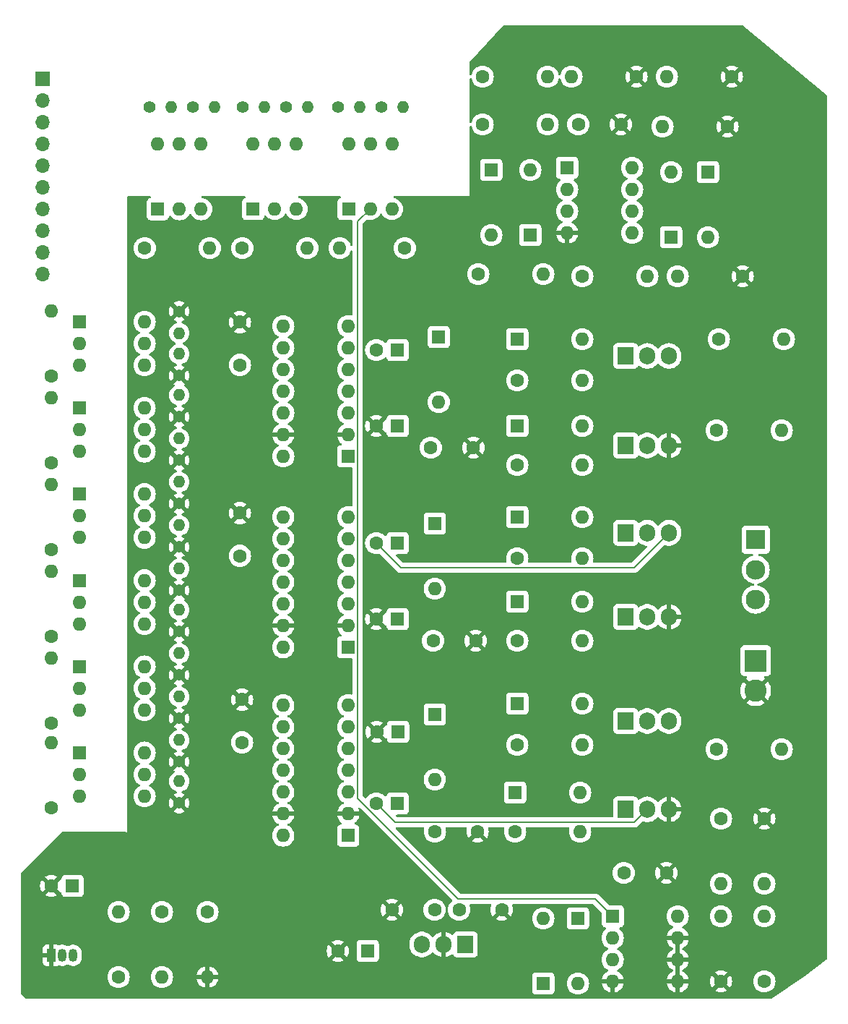
<source format=gbr>
%TF.GenerationSoftware,KiCad,Pcbnew,8.0.7*%
%TF.CreationDate,2025-01-10T09:52:22-05:00*%
%TF.ProjectId,esc,6573632e-6b69-4636-9164-5f7063625858,rev?*%
%TF.SameCoordinates,Original*%
%TF.FileFunction,Copper,L2,Inr*%
%TF.FilePolarity,Positive*%
%FSLAX46Y46*%
G04 Gerber Fmt 4.6, Leading zero omitted, Abs format (unit mm)*
G04 Created by KiCad (PCBNEW 8.0.7) date 2025-01-10 09:52:22*
%MOMM*%
%LPD*%
G01*
G04 APERTURE LIST*
%TA.AperFunction,ComponentPad*%
%ADD10C,1.600000*%
%TD*%
%TA.AperFunction,ComponentPad*%
%ADD11O,1.600000X1.600000*%
%TD*%
%TA.AperFunction,ComponentPad*%
%ADD12R,2.600000X2.600000*%
%TD*%
%TA.AperFunction,ComponentPad*%
%ADD13C,2.600000*%
%TD*%
%TA.AperFunction,ComponentPad*%
%ADD14C,2.300000*%
%TD*%
%TA.AperFunction,ComponentPad*%
%ADD15R,2.300000X2.300000*%
%TD*%
%TA.AperFunction,ComponentPad*%
%ADD16R,1.600000X1.600000*%
%TD*%
%TA.AperFunction,ComponentPad*%
%ADD17C,1.400000*%
%TD*%
%TA.AperFunction,ComponentPad*%
%ADD18O,1.400000X1.400000*%
%TD*%
%TA.AperFunction,ComponentPad*%
%ADD19O,1.700000X1.700000*%
%TD*%
%TA.AperFunction,ComponentPad*%
%ADD20R,1.700000X1.700000*%
%TD*%
%TA.AperFunction,ComponentPad*%
%ADD21O,1.905000X2.000000*%
%TD*%
%TA.AperFunction,ComponentPad*%
%ADD22R,1.905000X2.000000*%
%TD*%
%TA.AperFunction,ComponentPad*%
%ADD23O,1.050000X1.500000*%
%TD*%
%TA.AperFunction,ComponentPad*%
%ADD24R,1.050000X1.500000*%
%TD*%
%TA.AperFunction,Conductor*%
%ADD25C,0.200000*%
%TD*%
G04 APERTURE END LIST*
D10*
%TO.N,W_LO*%
%TO.C,R34*%
X35306000Y-118110000D03*
D11*
%TO.N,Net-(R34-Pad2)*%
X35306000Y-110490000D03*
%TD*%
D10*
%TO.N,W_HI*%
%TO.C,R33*%
X35306000Y-108204000D03*
D11*
%TO.N,Net-(R33-Pad2)*%
X35306000Y-100584000D03*
%TD*%
D10*
%TO.N,V_LO*%
%TO.C,R30*%
X35306000Y-98044000D03*
D11*
%TO.N,Net-(R30-Pad2)*%
X35306000Y-90424000D03*
%TD*%
D10*
%TO.N,V_HI*%
%TO.C,R29*%
X35306000Y-87884000D03*
D11*
%TO.N,Net-(R29-Pad2)*%
X35306000Y-80264000D03*
%TD*%
D10*
%TO.N,U_LO*%
%TO.C,R26*%
X35306000Y-77724000D03*
D11*
%TO.N,Net-(R26-Pad2)*%
X35306000Y-70104000D03*
%TD*%
D10*
%TO.N,U_HI*%
%TO.C,R27*%
X35306000Y-67564000D03*
D11*
%TO.N,Net-(R27-Pad2)*%
X35306000Y-59944000D03*
%TD*%
D12*
%TO.N,+12V*%
%TO.C,J3*%
X117856000Y-100894000D03*
D13*
%TO.N,GND*%
X117856000Y-104394000D03*
%TD*%
D14*
%TO.N,W*%
%TO.C,J2*%
X117856000Y-93726000D03*
%TO.N,V*%
X117856000Y-90226000D03*
D15*
%TO.N,U*%
X117856000Y-86726000D03*
%TD*%
D10*
%TO.N,+12V*%
%TO.C,C12*%
X80264000Y-120904000D03*
%TO.N,GND*%
X85264000Y-120904000D03*
%TD*%
%TO.N,+5V*%
%TO.C,C18*%
X97068000Y-38100000D03*
%TO.N,GND*%
X102068000Y-38100000D03*
%TD*%
%TO.N,+5V*%
%TO.C,C17*%
X102402000Y-125730000D03*
%TO.N,GND*%
X107402000Y-125730000D03*
%TD*%
%TO.N,GND*%
%TO.C,C16*%
X88098000Y-130048000D03*
%TO.N,+5V*%
X83098000Y-130048000D03*
%TD*%
%TO.N,GND*%
%TO.C,C14*%
X75224000Y-130048000D03*
%TO.N,+12V*%
X80224000Y-130048000D03*
%TD*%
%TO.N,GND*%
%TO.C,C9*%
X57658000Y-105450000D03*
%TO.N,+5V*%
X57658000Y-110450000D03*
%TD*%
%TO.N,+12V*%
%TO.C,C8*%
X80050000Y-98552000D03*
%TO.N,GND*%
X85050000Y-98552000D03*
%TD*%
%TO.N,+5V*%
%TO.C,C5*%
X57404000Y-66254000D03*
%TO.N,GND*%
X57404000Y-61254000D03*
%TD*%
%TO.N,+5V*%
%TO.C,C4*%
X57404000Y-88606000D03*
%TO.N,GND*%
X57404000Y-83606000D03*
%TD*%
%TO.N,+12V*%
%TO.C,C3*%
X79771113Y-75946000D03*
%TO.N,GND*%
X84771113Y-75946000D03*
%TD*%
%TO.N,GND*%
%TO.C,C15*%
X68890000Y-134874000D03*
D16*
%TO.N,+5V*%
X72390000Y-134874000D03*
%TD*%
D10*
%TO.N,GND*%
%TO.C,C13*%
X35281113Y-127254000D03*
D16*
%TO.N,Net-(Q7-B)*%
X37781113Y-127254000D03*
%TD*%
%TO.N,Net-(D3-K)*%
%TO.C,C11*%
X75881113Y-117602000D03*
D10*
%TO.N,W*%
X73381113Y-117602000D03*
%TD*%
D16*
%TO.N,+12V*%
%TO.C,C10*%
X75946000Y-109220000D03*
D10*
%TO.N,GND*%
X73446000Y-109220000D03*
%TD*%
D16*
%TO.N,Net-(D2-K)*%
%TO.C,C7*%
X75881113Y-87122000D03*
D10*
%TO.N,V*%
X73381113Y-87122000D03*
%TD*%
D16*
%TO.N,+12V*%
%TO.C,C6*%
X75881113Y-96012000D03*
D10*
%TO.N,GND*%
X73381113Y-96012000D03*
%TD*%
D16*
%TO.N,Net-(D1-K)*%
%TO.C,C2*%
X75881113Y-64516000D03*
D10*
%TO.N,U*%
X73381113Y-64516000D03*
%TD*%
D16*
%TO.N,+12V*%
%TO.C,C1*%
X75881113Y-73406000D03*
D10*
%TO.N,GND*%
X73381113Y-73406000D03*
%TD*%
%TO.N,+5V*%
%TO.C,R24*%
X76723000Y-52578000D03*
D11*
%TO.N,Net-(R24-Pad2)*%
X69103000Y-52578000D03*
%TD*%
D17*
%TO.N,Net-(R46-Pad1)*%
%TO.C,R46*%
X46801000Y-36068000D03*
D18*
%TO.N,GND_EXT*%
X49341000Y-36068000D03*
%TD*%
D17*
%TO.N,Net-(R45-Pad1)*%
%TO.C,R45*%
X57723000Y-36068000D03*
D18*
%TO.N,GND_EXT*%
X60263000Y-36068000D03*
%TD*%
D17*
%TO.N,Net-(R44-Pad1)*%
%TO.C,R44*%
X68899000Y-36068000D03*
D18*
%TO.N,GND_EXT*%
X71439000Y-36068000D03*
%TD*%
D17*
%TO.N,Net-(R43-Pad1)*%
%TO.C,R43*%
X51881000Y-36068000D03*
D18*
%TO.N,U_SENSE*%
X54421000Y-36068000D03*
%TD*%
D17*
%TO.N,Net-(R42-Pad1)*%
%TO.C,R42*%
X62803000Y-36068000D03*
D18*
%TO.N,V_SENSE*%
X65343000Y-36068000D03*
%TD*%
D17*
%TO.N,Net-(R41-Pad1)*%
%TO.C,R41*%
X73979000Y-36068000D03*
D18*
%TO.N,W_SENSE*%
X76519000Y-36068000D03*
%TD*%
D19*
%TO.N,U_HI*%
%TO.C,J1*%
X34290000Y-55626000D03*
%TO.N,U_LO*%
X34290000Y-53086000D03*
%TO.N,V_HI*%
X34290000Y-50546000D03*
%TO.N,V_LO*%
X34290000Y-48006000D03*
%TO.N,W_HI*%
X34290000Y-45466000D03*
%TO.N,W_LO*%
X34290000Y-42926000D03*
%TO.N,W_SENSE*%
X34290000Y-40386000D03*
%TO.N,V_SENSE*%
X34290000Y-37846000D03*
%TO.N,U_SENSE*%
X34290000Y-35306000D03*
D20*
%TO.N,GND_EXT*%
X34290000Y-32766000D03*
%TD*%
D17*
%TO.N,GND*%
%TO.C,R52*%
X50292000Y-117552000D03*
D18*
%TO.N,Net-(U3-LIN)*%
X50292000Y-115012000D03*
%TD*%
D17*
%TO.N,GND*%
%TO.C,R51*%
X50292000Y-107646000D03*
D18*
%TO.N,Net-(U3-HIN)*%
X50292000Y-105106000D03*
%TD*%
D17*
%TO.N,GND*%
%TO.C,R50*%
X50292000Y-97486000D03*
D18*
%TO.N,Net-(U2-LIN)*%
X50292000Y-94946000D03*
%TD*%
D17*
%TO.N,GND*%
%TO.C,R49*%
X50292000Y-87580000D03*
D18*
%TO.N,Net-(U2-HIN)*%
X50292000Y-85040000D03*
%TD*%
D17*
%TO.N,GND*%
%TO.C,R48*%
X50292000Y-77420000D03*
D18*
%TO.N,Net-(U1-LIN)*%
X50292000Y-74880000D03*
%TD*%
D17*
%TO.N,GND*%
%TO.C,R47*%
X50292000Y-67514000D03*
D18*
%TO.N,Net-(U1-HIN)*%
X50292000Y-64974000D03*
%TD*%
D17*
%TO.N,GND*%
%TO.C,R36*%
X50292000Y-112726000D03*
D18*
%TO.N,Net-(R36-Pad2)*%
X50292000Y-110186000D03*
%TD*%
D17*
%TO.N,GND*%
%TO.C,R35*%
X50292000Y-102566000D03*
D18*
%TO.N,Net-(R35-Pad2)*%
X50292000Y-100026000D03*
%TD*%
D17*
%TO.N,GND*%
%TO.C,R32*%
X50292000Y-92660000D03*
D18*
%TO.N,Net-(R32-Pad2)*%
X50292000Y-90120000D03*
%TD*%
%TO.N,Net-(R31-Pad2)*%
%TO.C,R31*%
X50292000Y-79960000D03*
D17*
%TO.N,GND*%
X50292000Y-82500000D03*
%TD*%
D18*
%TO.N,Net-(R28-Pad2)*%
%TO.C,R28*%
X50292000Y-69800000D03*
D17*
%TO.N,GND*%
X50292000Y-72340000D03*
%TD*%
D18*
%TO.N,Net-(R25-Pad2)*%
%TO.C,R25*%
X50292000Y-62534000D03*
D17*
%TO.N,GND*%
X50292000Y-59994000D03*
%TD*%
D10*
%TO.N,+5V*%
%TO.C,R12*%
X46243000Y-52578000D03*
D11*
%TO.N,Net-(R12-Pad2)*%
X53863000Y-52578000D03*
%TD*%
%TO.N,Net-(R46-Pad1)*%
%TO.C,U7*%
X47777000Y-40401000D03*
%TO.N,Net-(R43-Pad1)*%
X50317000Y-40401000D03*
%TO.N,GND_EXT*%
X52857000Y-40401000D03*
%TO.N,unconnected-(U7-NC-Pad3)*%
X52857000Y-48021000D03*
%TO.N,Net-(U4-Pad1)*%
X50317000Y-48021000D03*
D16*
%TO.N,Net-(R12-Pad2)*%
X47777000Y-48021000D03*
%TD*%
D11*
%TO.N,Net-(Q7-C)*%
%TO.C,R38*%
X48260000Y-137922000D03*
D10*
%TO.N,+5V*%
X48260000Y-130302000D03*
%TD*%
D11*
%TO.N,Net-(D14-A)*%
%TO.C,D14*%
X97536000Y-105918000D03*
D16*
%TO.N,Net-(D14-K)*%
X89916000Y-105918000D03*
%TD*%
%TO.N,Net-(R26-Pad2)*%
%TO.C,U11*%
X38608000Y-71304153D03*
D11*
%TO.N,GND_EXT*%
X38608000Y-73844153D03*
%TO.N,unconnected-(U11-NC-Pad3)*%
X38608000Y-76384153D03*
%TO.N,Net-(U1-LIN)*%
X46228000Y-76384153D03*
%TO.N,+5V*%
X46228000Y-73844153D03*
%TO.N,Net-(R28-Pad2)*%
X46228000Y-71304153D03*
%TD*%
%TO.N,Net-(D4-A)*%
%TO.C,R14*%
X96266000Y-32512000D03*
D10*
%TO.N,GND*%
X103886000Y-32512000D03*
%TD*%
D11*
%TO.N,Net-(D10-A)*%
%TO.C,R2*%
X97536000Y-68072000D03*
D10*
%TO.N,Net-(D10-K)*%
X89916000Y-68072000D03*
%TD*%
D11*
%TO.N,Net-(D8-K)*%
%TO.C,R22*%
X113792000Y-130810000D03*
D10*
%TO.N,GND*%
X113792000Y-138430000D03*
%TD*%
D11*
%TO.N,Net-(R10-Pad1)*%
%TO.C,R4*%
X121158000Y-63246000D03*
D10*
%TO.N,U*%
X113538000Y-63246000D03*
%TD*%
D11*
%TO.N,Net-(D8-K)*%
%TO.C,R20*%
X113792000Y-127000000D03*
D10*
%TO.N,W*%
X113792000Y-119380000D03*
%TD*%
D11*
%TO.N,Net-(R45-Pad1)*%
%TO.C,U8*%
X58943000Y-40376000D03*
%TO.N,Net-(R42-Pad1)*%
X61483000Y-40376000D03*
%TO.N,GND_EXT*%
X64023000Y-40376000D03*
%TO.N,unconnected-(U8-NC-Pad3)*%
X64023000Y-47996000D03*
%TO.N,Net-(U4-Pad7)*%
X61483000Y-47996000D03*
D16*
%TO.N,Net-(R19-Pad2)*%
X58943000Y-47996000D03*
%TD*%
D10*
%TO.N,Net-(D12-K)*%
%TO.C,R3*%
X89916000Y-88900000D03*
D11*
%TO.N,Net-(D12-A)*%
X97536000Y-88900000D03*
%TD*%
%TO.N,Net-(D6-A)*%
%TO.C,R16*%
X93472000Y-32512000D03*
D10*
%TO.N,Net-(R10-Pad1)*%
X85852000Y-32512000D03*
%TD*%
D11*
%TO.N,Net-(D8-A)*%
%TO.C,R21*%
X118872000Y-130810000D03*
D10*
%TO.N,Net-(R10-Pad1)*%
X118872000Y-138430000D03*
%TD*%
D11*
%TO.N,Net-(D11-A)*%
%TO.C,R1*%
X97536000Y-77978000D03*
D10*
%TO.N,Net-(D11-K)*%
X89916000Y-77978000D03*
%TD*%
D11*
%TO.N,+12V*%
%TO.C,D2*%
X80250000Y-92456000D03*
D16*
%TO.N,Net-(D2-K)*%
X80250000Y-84836000D03*
%TD*%
D11*
%TO.N,Net-(D6-A)*%
%TO.C,R18*%
X108712000Y-55880000D03*
D10*
%TO.N,GND*%
X116332000Y-55880000D03*
%TD*%
D21*
%TO.N,GND*%
%TO.C,Q6*%
X107696000Y-118293000D03*
%TO.N,W*%
X105156000Y-118293000D03*
D22*
%TO.N,Net-(D15-A)*%
X102616000Y-118293000D03*
%TD*%
D11*
%TO.N,+12V*%
%TO.C,D3*%
X80250000Y-114808000D03*
D16*
%TO.N,Net-(D3-K)*%
X80250000Y-107188000D03*
%TD*%
D11*
%TO.N,Net-(R19-Pad2)*%
%TO.C,R19*%
X65293000Y-52578000D03*
D10*
%TO.N,+5V*%
X57673000Y-52578000D03*
%TD*%
D11*
%TO.N,Net-(D8-A)*%
%TO.C,D8*%
X92964000Y-131064000D03*
D16*
%TO.N,Net-(D8-K)*%
X92964000Y-138684000D03*
%TD*%
D11*
%TO.N,Net-(D6-K)*%
%TO.C,R15*%
X105156000Y-55880000D03*
D10*
%TO.N,V*%
X97536000Y-55880000D03*
%TD*%
D11*
%TO.N,Net-(R25-Pad2)*%
%TO.C,U10*%
X46228000Y-61214000D03*
%TO.N,+5V*%
X46228000Y-63754000D03*
%TO.N,Net-(U1-HIN)*%
X46228000Y-66294000D03*
%TO.N,unconnected-(U10-NC-Pad3)*%
X38608000Y-66294000D03*
%TO.N,GND_EXT*%
X38608000Y-63754000D03*
D16*
%TO.N,Net-(R27-Pad2)*%
X38608000Y-61214000D03*
%TD*%
%TO.N,Net-(R34-Pad2)*%
%TO.C,U15*%
X38608000Y-111664765D03*
D11*
%TO.N,GND_EXT*%
X38608000Y-114204765D03*
%TO.N,unconnected-(U15-NC-Pad3)*%
X38608000Y-116744765D03*
%TO.N,Net-(U3-LIN)*%
X46228000Y-116744765D03*
%TO.N,+5V*%
X46228000Y-114204765D03*
%TO.N,Net-(R36-Pad2)*%
X46228000Y-111664765D03*
%TD*%
D10*
%TO.N,W*%
%TO.C,R9*%
X113284000Y-111252000D03*
D11*
%TO.N,Net-(R10-Pad1)*%
X120904000Y-111252000D03*
%TD*%
D10*
%TO.N,Net-(D14-K)*%
%TO.C,R7*%
X89916000Y-110744000D03*
D11*
%TO.N,Net-(D14-A)*%
X97536000Y-110744000D03*
%TD*%
%TO.N,Net-(D6-K)*%
%TO.C,D7*%
X112268000Y-51308000D03*
D16*
%TO.N,Net-(D6-A)*%
X112268000Y-43688000D03*
%TD*%
%TO.N,Net-(D13-K)*%
%TO.C,D13*%
X89916000Y-93980000D03*
D11*
%TO.N,Net-(D13-A)*%
X97536000Y-93980000D03*
%TD*%
%TO.N,Net-(D4-A)*%
%TO.C,R10*%
X93472000Y-38100000D03*
D10*
%TO.N,Net-(R10-Pad1)*%
X85852000Y-38100000D03*
%TD*%
D11*
%TO.N,unconnected-(U2-NC-Pad14)*%
%TO.C,U2*%
X62474000Y-99319000D03*
%TO.N,GND*%
X62474000Y-96779000D03*
%TO.N,Net-(U2-LIN)*%
X62474000Y-94239000D03*
%TO.N,Net-(Q7-C)*%
X62474000Y-91699000D03*
%TO.N,Net-(U2-HIN)*%
X62474000Y-89159000D03*
%TO.N,+5V*%
X62474000Y-86619000D03*
%TO.N,unconnected-(U2-NC-Pad8)*%
X62474000Y-84079000D03*
%TO.N,Net-(D12-K)*%
X70094000Y-84079000D03*
%TO.N,Net-(D2-K)*%
X70094000Y-86619000D03*
%TO.N,V*%
X70094000Y-89159000D03*
%TO.N,unconnected-(U2-NC-Pad4)*%
X70094000Y-91699000D03*
%TO.N,+12V*%
X70094000Y-94239000D03*
%TO.N,GND*%
X70094000Y-96779000D03*
D16*
%TO.N,Net-(D13-K)*%
X70094000Y-99319000D03*
%TD*%
D11*
%TO.N,Net-(D6-K)*%
%TO.C,R17*%
X106934000Y-38354000D03*
D10*
%TO.N,GND*%
X114554000Y-38354000D03*
%TD*%
%TO.N,V*%
%TO.C,R6*%
X113284000Y-73914000D03*
D11*
%TO.N,Net-(R10-Pad1)*%
X120904000Y-73914000D03*
%TD*%
%TO.N,Net-(D4-K)*%
%TO.C,D5*%
X86868000Y-51054000D03*
D16*
%TO.N,Net-(D4-A)*%
X86868000Y-43434000D03*
%TD*%
D11*
%TO.N,Net-(D4-A)*%
%TO.C,D4*%
X91440000Y-43434000D03*
D16*
%TO.N,Net-(D4-K)*%
X91440000Y-51054000D03*
%TD*%
D10*
%TO.N,Net-(D15-K)*%
%TO.C,R8*%
X89662000Y-120904000D03*
D11*
%TO.N,Net-(D15-A)*%
X97282000Y-120904000D03*
%TD*%
D23*
%TO.N,Net-(Q7-C)*%
%TO.C,Q7*%
X37846000Y-135382000D03*
%TO.N,Net-(Q7-B)*%
X36576000Y-135382000D03*
D24*
%TO.N,GND*%
X35306000Y-135382000D03*
%TD*%
D16*
%TO.N,Net-(R33-Pad2)*%
%TO.C,U14*%
X38608000Y-101574612D03*
D11*
%TO.N,GND_EXT*%
X38608000Y-104114612D03*
%TO.N,unconnected-(U14-NC-Pad3)*%
X38608000Y-106654612D03*
%TO.N,Net-(U3-HIN)*%
X46228000Y-106654612D03*
%TO.N,+5V*%
X46228000Y-104114612D03*
%TO.N,Net-(R35-Pad2)*%
X46228000Y-101574612D03*
%TD*%
D16*
%TO.N,Net-(D12-K)*%
%TO.C,D12*%
X89916000Y-84074000D03*
D11*
%TO.N,Net-(D12-A)*%
X97536000Y-84074000D03*
%TD*%
D16*
%TO.N,Net-(U4-Pad1)*%
%TO.C,U4*%
X95758000Y-43180000D03*
D11*
%TO.N,Net-(D4-A)*%
X95758000Y-45720000D03*
%TO.N,Net-(D4-K)*%
X95758000Y-48260000D03*
%TO.N,GND*%
X95758000Y-50800000D03*
%TO.N,Net-(D6-K)*%
X103378000Y-50800000D03*
%TO.N,Net-(D6-A)*%
X103378000Y-48260000D03*
%TO.N,Net-(U4-Pad7)*%
X103378000Y-45720000D03*
%TO.N,+5V*%
X103378000Y-43180000D03*
%TD*%
D22*
%TO.N,+12V*%
%TO.C,U6*%
X83820000Y-134112000D03*
D21*
%TO.N,GND*%
X81280000Y-134112000D03*
%TO.N,+5V*%
X78740000Y-134112000D03*
%TD*%
D11*
%TO.N,Net-(D4-K)*%
%TO.C,R11*%
X92964000Y-55626000D03*
D10*
%TO.N,U*%
X85344000Y-55626000D03*
%TD*%
D21*
%TO.N,V*%
%TO.C,Q3*%
X107696000Y-85919000D03*
%TO.N,+12V*%
X105156000Y-85919000D03*
D22*
%TO.N,Net-(D12-A)*%
X102616000Y-85919000D03*
%TD*%
D11*
%TO.N,Net-(D4-K)*%
%TO.C,R13*%
X107442000Y-32512000D03*
D10*
%TO.N,GND*%
X115062000Y-32512000D03*
%TD*%
D11*
%TO.N,Net-(R44-Pad1)*%
%TO.C,U9*%
X70134000Y-40376000D03*
%TO.N,Net-(R41-Pad1)*%
X72674000Y-40376000D03*
%TO.N,GND_EXT*%
X75214000Y-40376000D03*
%TO.N,unconnected-(U9-NC-Pad3)*%
X75214000Y-47996000D03*
%TO.N,Net-(U5-Pad1)*%
X72674000Y-47996000D03*
D16*
%TO.N,Net-(R24-Pad2)*%
X70134000Y-47996000D03*
%TD*%
D22*
%TO.N,Net-(D13-A)*%
%TO.C,Q4*%
X102616000Y-95758000D03*
D21*
%TO.N,V*%
X105156000Y-95758000D03*
%TO.N,GND*%
X107696000Y-95758000D03*
%TD*%
D11*
%TO.N,Net-(D6-A)*%
%TO.C,D6*%
X107950000Y-43688000D03*
D16*
%TO.N,Net-(D6-K)*%
X107950000Y-51308000D03*
%TD*%
D11*
%TO.N,+12V*%
%TO.C,D1*%
X80707113Y-70612000D03*
D16*
%TO.N,Net-(D1-K)*%
X80707113Y-62992000D03*
%TD*%
D11*
%TO.N,Net-(R31-Pad2)*%
%TO.C,U12*%
X46228000Y-81394306D03*
%TO.N,+5V*%
X46228000Y-83934306D03*
%TO.N,Net-(U2-HIN)*%
X46228000Y-86474306D03*
%TO.N,unconnected-(U12-NC-Pad3)*%
X38608000Y-86474306D03*
%TO.N,GND_EXT*%
X38608000Y-83934306D03*
D16*
%TO.N,Net-(R29-Pad2)*%
X38608000Y-81394306D03*
%TD*%
D21*
%TO.N,W*%
%TO.C,Q5*%
X107696000Y-107950000D03*
%TO.N,+12V*%
X105156000Y-107950000D03*
D22*
%TO.N,Net-(D14-A)*%
X102616000Y-107950000D03*
%TD*%
%TO.N,Net-(D11-A)*%
%TO.C,Q2*%
X102616000Y-75692000D03*
D21*
%TO.N,U*%
X105156000Y-75692000D03*
%TO.N,GND*%
X107696000Y-75692000D03*
%TD*%
D11*
%TO.N,+5V*%
%TO.C,U5*%
X108722000Y-130820000D03*
%TO.N,GND*%
X108722000Y-133360000D03*
X108722000Y-135900000D03*
X108722000Y-138440000D03*
X101102000Y-138440000D03*
%TO.N,Net-(D8-K)*%
X101102000Y-135900000D03*
%TO.N,Net-(D8-A)*%
X101102000Y-133360000D03*
D16*
%TO.N,Net-(U5-Pad1)*%
X101102000Y-130820000D03*
%TD*%
D11*
%TO.N,Net-(D15-A)*%
%TO.C,D15*%
X97282000Y-116332000D03*
D16*
%TO.N,Net-(D15-K)*%
X89662000Y-116332000D03*
%TD*%
D11*
%TO.N,Net-(D8-K)*%
%TO.C,D9*%
X97028000Y-138684000D03*
D16*
%TO.N,Net-(D8-A)*%
X97028000Y-131064000D03*
%TD*%
D11*
%TO.N,Net-(D10-A)*%
%TO.C,D10*%
X97536000Y-63246000D03*
D16*
%TO.N,Net-(D10-K)*%
X89916000Y-63246000D03*
%TD*%
D11*
%TO.N,Net-(D8-A)*%
%TO.C,R23*%
X118872000Y-127000000D03*
D10*
%TO.N,GND*%
X118872000Y-119380000D03*
%TD*%
D22*
%TO.N,Net-(D10-A)*%
%TO.C,Q1*%
X102616000Y-65207000D03*
D21*
%TO.N,+12V*%
X105156000Y-65207000D03*
%TO.N,U*%
X107696000Y-65207000D03*
%TD*%
D10*
%TO.N,Net-(D13-K)*%
%TO.C,R5*%
X89916000Y-98552000D03*
D11*
%TO.N,Net-(D13-A)*%
X97536000Y-98552000D03*
%TD*%
%TO.N,Net-(R32-Pad2)*%
%TO.C,U13*%
X46228000Y-91484459D03*
%TO.N,+5V*%
X46228000Y-94024459D03*
%TO.N,Net-(U2-LIN)*%
X46228000Y-96564459D03*
%TO.N,unconnected-(U13-NC-Pad3)*%
X38608000Y-96564459D03*
%TO.N,GND_EXT*%
X38608000Y-94024459D03*
D16*
%TO.N,Net-(R30-Pad2)*%
X38608000Y-91484459D03*
%TD*%
D11*
%TO.N,Net-(Q7-B)*%
%TO.C,R37*%
X43180000Y-130302000D03*
D10*
%TO.N,+5V*%
X43180000Y-137922000D03*
%TD*%
D11*
%TO.N,unconnected-(U3-NC-Pad14)*%
%TO.C,U3*%
X62474000Y-121350000D03*
%TO.N,GND*%
X62474000Y-118810000D03*
%TO.N,Net-(U3-LIN)*%
X62474000Y-116270000D03*
%TO.N,Net-(Q7-C)*%
X62474000Y-113730000D03*
%TO.N,Net-(U3-HIN)*%
X62474000Y-111190000D03*
%TO.N,+5V*%
X62474000Y-108650000D03*
%TO.N,unconnected-(U3-NC-Pad8)*%
X62474000Y-106110000D03*
%TO.N,Net-(D14-K)*%
X70094000Y-106110000D03*
%TO.N,Net-(D3-K)*%
X70094000Y-108650000D03*
%TO.N,W*%
X70094000Y-111190000D03*
%TO.N,unconnected-(U3-NC-Pad4)*%
X70094000Y-113730000D03*
%TO.N,+12V*%
X70094000Y-116270000D03*
%TO.N,GND*%
X70094000Y-118810000D03*
D16*
%TO.N,Net-(D15-K)*%
X70094000Y-121350000D03*
%TD*%
D11*
%TO.N,Net-(D11-A)*%
%TO.C,D11*%
X97536000Y-73406000D03*
D16*
%TO.N,Net-(D11-K)*%
X89916000Y-73406000D03*
%TD*%
D11*
%TO.N,unconnected-(U1-NC-Pad14)*%
%TO.C,U1*%
X62484000Y-76962000D03*
%TO.N,GND*%
X62484000Y-74422000D03*
%TO.N,Net-(U1-LIN)*%
X62484000Y-71882000D03*
%TO.N,Net-(Q7-C)*%
X62484000Y-69342000D03*
%TO.N,Net-(U1-HIN)*%
X62484000Y-66802000D03*
%TO.N,+5V*%
X62484000Y-64262000D03*
%TO.N,unconnected-(U1-NC-Pad8)*%
X62484000Y-61722000D03*
%TO.N,Net-(D10-K)*%
X70104000Y-61722000D03*
%TO.N,Net-(D1-K)*%
X70104000Y-64262000D03*
%TO.N,U*%
X70104000Y-66802000D03*
%TO.N,unconnected-(U1-NC-Pad4)*%
X70104000Y-69342000D03*
%TO.N,+12V*%
X70104000Y-71882000D03*
%TO.N,GND*%
X70104000Y-74422000D03*
D16*
%TO.N,Net-(D11-K)*%
X70104000Y-76962000D03*
%TD*%
D11*
%TO.N,GND*%
%TO.C,R39*%
X53594000Y-137922000D03*
D10*
%TO.N,Net-(Q7-B)*%
X53594000Y-130302000D03*
%TD*%
D25*
%TO.N,Net-(U5-Pad1)*%
X83001478Y-128778000D02*
X99060000Y-128778000D01*
X71204000Y-116980522D02*
X83001478Y-128778000D01*
X99060000Y-128778000D02*
X101102000Y-130820000D01*
X71204000Y-49466000D02*
X71204000Y-116980522D01*
X72674000Y-47996000D02*
X71204000Y-49466000D01*
%TO.N,V*%
X103615000Y-90000000D02*
X107696000Y-85919000D01*
X76259113Y-90000000D02*
X103615000Y-90000000D01*
X73381113Y-87122000D02*
X76259113Y-90000000D01*
%TO.N,W*%
X75583113Y-119804000D02*
X103645000Y-119804000D01*
X73381113Y-117602000D02*
X75583113Y-119804000D01*
X103645000Y-119804000D02*
X105156000Y-118293000D01*
%TD*%
%TA.AperFunction,Conductor*%
%TO.N,GND*%
G36*
X108972000Y-138124314D02*
G01*
X108967606Y-138119920D01*
X108876394Y-138067259D01*
X108774661Y-138040000D01*
X108669339Y-138040000D01*
X108567606Y-138067259D01*
X108476394Y-138119920D01*
X108472000Y-138124314D01*
X108472000Y-136215686D01*
X108476394Y-136220080D01*
X108567606Y-136272741D01*
X108669339Y-136300000D01*
X108774661Y-136300000D01*
X108876394Y-136272741D01*
X108967606Y-136220080D01*
X108972000Y-136215686D01*
X108972000Y-138124314D01*
G37*
%TD.AperFunction*%
%TA.AperFunction,Conductor*%
G36*
X108972000Y-135584314D02*
G01*
X108967606Y-135579920D01*
X108876394Y-135527259D01*
X108774661Y-135500000D01*
X108669339Y-135500000D01*
X108567606Y-135527259D01*
X108476394Y-135579920D01*
X108472000Y-135584314D01*
X108472000Y-133675686D01*
X108476394Y-133680080D01*
X108567606Y-133732741D01*
X108669339Y-133760000D01*
X108774661Y-133760000D01*
X108876394Y-133732741D01*
X108967606Y-133680080D01*
X108972000Y-133675686D01*
X108972000Y-135584314D01*
G37*
%TD.AperFunction*%
%TA.AperFunction,Conductor*%
G36*
X116202630Y-26470719D02*
G01*
X116269660Y-26490425D01*
X116281718Y-26499250D01*
X126193130Y-34715207D01*
X126232180Y-34773144D01*
X126237995Y-34810680D01*
X126230256Y-135826709D01*
X126210566Y-135893747D01*
X126178993Y-135927125D01*
X123575649Y-137812708D01*
X123572217Y-137815108D01*
X119665421Y-140448320D01*
X119598828Y-140469465D01*
X119596105Y-140469495D01*
X32309355Y-140462004D01*
X32242318Y-140442314D01*
X32221685Y-140425685D01*
X31786319Y-139990319D01*
X31752834Y-139928996D01*
X31750000Y-139902638D01*
X31750000Y-137921998D01*
X41874532Y-137921998D01*
X41874532Y-137922001D01*
X41894364Y-138148686D01*
X41894366Y-138148697D01*
X41953258Y-138368488D01*
X41953261Y-138368497D01*
X42049431Y-138574732D01*
X42049432Y-138574734D01*
X42179954Y-138761141D01*
X42340858Y-138922045D01*
X42340861Y-138922047D01*
X42527266Y-139052568D01*
X42733504Y-139148739D01*
X42953308Y-139207635D01*
X43115230Y-139221801D01*
X43179998Y-139227468D01*
X43180000Y-139227468D01*
X43180002Y-139227468D01*
X43236673Y-139222509D01*
X43406692Y-139207635D01*
X43626496Y-139148739D01*
X43832734Y-139052568D01*
X44019139Y-138922047D01*
X44180047Y-138761139D01*
X44310568Y-138574734D01*
X44406739Y-138368496D01*
X44465635Y-138148692D01*
X44485468Y-137922000D01*
X44485468Y-137921998D01*
X46954532Y-137921998D01*
X46954532Y-137922001D01*
X46974364Y-138148686D01*
X46974366Y-138148697D01*
X47033258Y-138368488D01*
X47033261Y-138368497D01*
X47129431Y-138574732D01*
X47129432Y-138574734D01*
X47259954Y-138761141D01*
X47420858Y-138922045D01*
X47420861Y-138922047D01*
X47607266Y-139052568D01*
X47813504Y-139148739D01*
X48033308Y-139207635D01*
X48195230Y-139221801D01*
X48259998Y-139227468D01*
X48260000Y-139227468D01*
X48260002Y-139227468D01*
X48316673Y-139222509D01*
X48486692Y-139207635D01*
X48706496Y-139148739D01*
X48912734Y-139052568D01*
X49099139Y-138922047D01*
X49260047Y-138761139D01*
X49390568Y-138574734D01*
X49486739Y-138368496D01*
X49545635Y-138148692D01*
X49565468Y-137922000D01*
X49545635Y-137695308D01*
X49539389Y-137671999D01*
X52315127Y-137671999D01*
X52315128Y-137672000D01*
X53278314Y-137672000D01*
X53273920Y-137676394D01*
X53221259Y-137767606D01*
X53194000Y-137869339D01*
X53194000Y-137974661D01*
X53221259Y-138076394D01*
X53273920Y-138167606D01*
X53278314Y-138172000D01*
X52315128Y-138172000D01*
X52367730Y-138368317D01*
X52367734Y-138368326D01*
X52463865Y-138574482D01*
X52594342Y-138760820D01*
X52755179Y-138921657D01*
X52941517Y-139052134D01*
X53147673Y-139148265D01*
X53147682Y-139148269D01*
X53343999Y-139200872D01*
X53344000Y-139200871D01*
X53344000Y-138237686D01*
X53348394Y-138242080D01*
X53439606Y-138294741D01*
X53541339Y-138322000D01*
X53646661Y-138322000D01*
X53748394Y-138294741D01*
X53839606Y-138242080D01*
X53844000Y-138237686D01*
X53844000Y-139200872D01*
X54040317Y-139148269D01*
X54040326Y-139148265D01*
X54246482Y-139052134D01*
X54432820Y-138921657D01*
X54593657Y-138760820D01*
X54724134Y-138574482D01*
X54820265Y-138368326D01*
X54820269Y-138368317D01*
X54872872Y-138172000D01*
X53909686Y-138172000D01*
X53914080Y-138167606D01*
X53966741Y-138076394D01*
X53994000Y-137974661D01*
X53994000Y-137869339D01*
X53985103Y-137836135D01*
X91663500Y-137836135D01*
X91663500Y-139531870D01*
X91663501Y-139531876D01*
X91669908Y-139591483D01*
X91720202Y-139726328D01*
X91720206Y-139726335D01*
X91806452Y-139841544D01*
X91806455Y-139841547D01*
X91921664Y-139927793D01*
X91921671Y-139927797D01*
X92056517Y-139978091D01*
X92056516Y-139978091D01*
X92063444Y-139978835D01*
X92116127Y-139984500D01*
X93811872Y-139984499D01*
X93871483Y-139978091D01*
X94006331Y-139927796D01*
X94121546Y-139841546D01*
X94207796Y-139726331D01*
X94258091Y-139591483D01*
X94264500Y-139531873D01*
X94264499Y-138683998D01*
X95722532Y-138683998D01*
X95722532Y-138684001D01*
X95742364Y-138910686D01*
X95742366Y-138910697D01*
X95801258Y-139130488D01*
X95801261Y-139130497D01*
X95897431Y-139336732D01*
X95897432Y-139336734D01*
X96027954Y-139523141D01*
X96188858Y-139684045D01*
X96188861Y-139684047D01*
X96375266Y-139814568D01*
X96581504Y-139910739D01*
X96801308Y-139969635D01*
X96963230Y-139983801D01*
X97027998Y-139989468D01*
X97028000Y-139989468D01*
X97028002Y-139989468D01*
X97084807Y-139984498D01*
X97254692Y-139969635D01*
X97474496Y-139910739D01*
X97680734Y-139814568D01*
X97867139Y-139684047D01*
X98028047Y-139523139D01*
X98158568Y-139336734D01*
X98254739Y-139130496D01*
X98313635Y-138910692D01*
X98332943Y-138690000D01*
X98333468Y-138684001D01*
X98333468Y-138683998D01*
X98313635Y-138457313D01*
X98313635Y-138457308D01*
X98254739Y-138237504D01*
X98158568Y-138031266D01*
X98028047Y-137844861D01*
X98028045Y-137844858D01*
X97867141Y-137683954D01*
X97680734Y-137553432D01*
X97680732Y-137553431D01*
X97474497Y-137457261D01*
X97474488Y-137457258D01*
X97254697Y-137398366D01*
X97254693Y-137398365D01*
X97254692Y-137398365D01*
X97254691Y-137398364D01*
X97254686Y-137398364D01*
X97028002Y-137378532D01*
X97027998Y-137378532D01*
X96801313Y-137398364D01*
X96801302Y-137398366D01*
X96581511Y-137457258D01*
X96581502Y-137457261D01*
X96375267Y-137553431D01*
X96375265Y-137553432D01*
X96188858Y-137683954D01*
X96027954Y-137844858D01*
X95897432Y-138031265D01*
X95897431Y-138031267D01*
X95801261Y-138237502D01*
X95801258Y-138237511D01*
X95742366Y-138457302D01*
X95742364Y-138457313D01*
X95722532Y-138683998D01*
X94264499Y-138683998D01*
X94264499Y-137836128D01*
X94258172Y-137777266D01*
X94258091Y-137776516D01*
X94207797Y-137641671D01*
X94207793Y-137641664D01*
X94121547Y-137526455D01*
X94121544Y-137526452D01*
X94006335Y-137440206D01*
X94006328Y-137440202D01*
X93871482Y-137389908D01*
X93871483Y-137389908D01*
X93811883Y-137383501D01*
X93811881Y-137383500D01*
X93811873Y-137383500D01*
X93811864Y-137383500D01*
X92116129Y-137383500D01*
X92116123Y-137383501D01*
X92056516Y-137389908D01*
X91921671Y-137440202D01*
X91921664Y-137440206D01*
X91806455Y-137526452D01*
X91806452Y-137526455D01*
X91720206Y-137641664D01*
X91720202Y-137641671D01*
X91669908Y-137776517D01*
X91663501Y-137836116D01*
X91663501Y-137836123D01*
X91663500Y-137836135D01*
X53985103Y-137836135D01*
X53966741Y-137767606D01*
X53914080Y-137676394D01*
X53909686Y-137672000D01*
X54872872Y-137672000D01*
X54872872Y-137671999D01*
X54820269Y-137475682D01*
X54820265Y-137475673D01*
X54724134Y-137269517D01*
X54593657Y-137083179D01*
X54432820Y-136922342D01*
X54246482Y-136791865D01*
X54040328Y-136695734D01*
X53844000Y-136643127D01*
X53844000Y-137606314D01*
X53839606Y-137601920D01*
X53748394Y-137549259D01*
X53646661Y-137522000D01*
X53541339Y-137522000D01*
X53439606Y-137549259D01*
X53348394Y-137601920D01*
X53344000Y-137606314D01*
X53344000Y-136643127D01*
X53147671Y-136695734D01*
X52941517Y-136791865D01*
X52755179Y-136922342D01*
X52594342Y-137083179D01*
X52463865Y-137269517D01*
X52367734Y-137475673D01*
X52367730Y-137475682D01*
X52315127Y-137671999D01*
X49539389Y-137671999D01*
X49486739Y-137475504D01*
X49390568Y-137269266D01*
X49260047Y-137082861D01*
X49260045Y-137082858D01*
X49099141Y-136921954D01*
X48912734Y-136791432D01*
X48912732Y-136791431D01*
X48706497Y-136695261D01*
X48706488Y-136695258D01*
X48486697Y-136636366D01*
X48486693Y-136636365D01*
X48486692Y-136636365D01*
X48486691Y-136636364D01*
X48486686Y-136636364D01*
X48260002Y-136616532D01*
X48259998Y-136616532D01*
X48033313Y-136636364D01*
X48033302Y-136636366D01*
X47813511Y-136695258D01*
X47813502Y-136695261D01*
X47607267Y-136791431D01*
X47607265Y-136791432D01*
X47420858Y-136921954D01*
X47259954Y-137082858D01*
X47129432Y-137269265D01*
X47129431Y-137269267D01*
X47033261Y-137475502D01*
X47033258Y-137475511D01*
X46974366Y-137695302D01*
X46974364Y-137695313D01*
X46954532Y-137921998D01*
X44485468Y-137921998D01*
X44465635Y-137695308D01*
X44406739Y-137475504D01*
X44310568Y-137269266D01*
X44180047Y-137082861D01*
X44180045Y-137082858D01*
X44019141Y-136921954D01*
X43832734Y-136791432D01*
X43832732Y-136791431D01*
X43626497Y-136695261D01*
X43626488Y-136695258D01*
X43406697Y-136636366D01*
X43406693Y-136636365D01*
X43406692Y-136636365D01*
X43406691Y-136636364D01*
X43406686Y-136636364D01*
X43180002Y-136616532D01*
X43179998Y-136616532D01*
X42953313Y-136636364D01*
X42953302Y-136636366D01*
X42733511Y-136695258D01*
X42733502Y-136695261D01*
X42527267Y-136791431D01*
X42527265Y-136791432D01*
X42340858Y-136921954D01*
X42179954Y-137082858D01*
X42049432Y-137269265D01*
X42049431Y-137269267D01*
X41953261Y-137475502D01*
X41953258Y-137475511D01*
X41894366Y-137695302D01*
X41894364Y-137695313D01*
X41874532Y-137921998D01*
X31750000Y-137921998D01*
X31750000Y-134584155D01*
X34281000Y-134584155D01*
X34281000Y-135132000D01*
X35025670Y-135132000D01*
X35005925Y-135151745D01*
X34956556Y-135237255D01*
X34931000Y-135332630D01*
X34931000Y-135431370D01*
X34956556Y-135526745D01*
X35005925Y-135612255D01*
X35025670Y-135632000D01*
X34281000Y-135632000D01*
X34281000Y-136179844D01*
X34287401Y-136239372D01*
X34287403Y-136239379D01*
X34337645Y-136374086D01*
X34337649Y-136374093D01*
X34423809Y-136489187D01*
X34423812Y-136489190D01*
X34538906Y-136575350D01*
X34538913Y-136575354D01*
X34673620Y-136625596D01*
X34673627Y-136625598D01*
X34733155Y-136631999D01*
X34733172Y-136632000D01*
X35056000Y-136632000D01*
X35056000Y-135662330D01*
X35075745Y-135682075D01*
X35161255Y-135731444D01*
X35256630Y-135757000D01*
X35355370Y-135757000D01*
X35450745Y-135731444D01*
X35536255Y-135682075D01*
X35550500Y-135667830D01*
X35550500Y-135708003D01*
X35553259Y-135721876D01*
X35553617Y-135723671D01*
X35556000Y-135747865D01*
X35556000Y-136632000D01*
X35878828Y-136632000D01*
X35878844Y-136631999D01*
X35938372Y-136625598D01*
X35938376Y-136625597D01*
X36073089Y-136575352D01*
X36073896Y-136574748D01*
X36074845Y-136574393D01*
X36080876Y-136571101D01*
X36081349Y-136571967D01*
X36139360Y-136550329D01*
X36195661Y-136559451D01*
X36276873Y-136593091D01*
X36440288Y-136625596D01*
X36474992Y-136632499D01*
X36474996Y-136632500D01*
X36474997Y-136632500D01*
X36677004Y-136632500D01*
X36677005Y-136632499D01*
X36875127Y-136593091D01*
X37061756Y-136515786D01*
X37142110Y-136462094D01*
X37208786Y-136441217D01*
X37276166Y-136459701D01*
X37279865Y-136462078D01*
X37360244Y-136515786D01*
X37546873Y-136593091D01*
X37710288Y-136625596D01*
X37744992Y-136632499D01*
X37744996Y-136632500D01*
X37744997Y-136632500D01*
X37947004Y-136632500D01*
X37947005Y-136632499D01*
X38145127Y-136593091D01*
X38331756Y-136515786D01*
X38499718Y-136403558D01*
X38642558Y-136260718D01*
X38754786Y-136092756D01*
X38832091Y-135906127D01*
X38871500Y-135708003D01*
X38871500Y-135055997D01*
X38835298Y-134873997D01*
X67585034Y-134873997D01*
X67585034Y-134874002D01*
X67604858Y-135100599D01*
X67604860Y-135100610D01*
X67663730Y-135320317D01*
X67663735Y-135320331D01*
X67759863Y-135526478D01*
X67810974Y-135599472D01*
X68490000Y-134920446D01*
X68490000Y-134926661D01*
X68517259Y-135028394D01*
X68569920Y-135119606D01*
X68644394Y-135194080D01*
X68735606Y-135246741D01*
X68837339Y-135274000D01*
X68843553Y-135274000D01*
X68164526Y-135953025D01*
X68237513Y-136004132D01*
X68237521Y-136004136D01*
X68443668Y-136100264D01*
X68443682Y-136100269D01*
X68663389Y-136159139D01*
X68663400Y-136159141D01*
X68889998Y-136178966D01*
X68890002Y-136178966D01*
X69116599Y-136159141D01*
X69116610Y-136159139D01*
X69336317Y-136100269D01*
X69336331Y-136100264D01*
X69542478Y-136004136D01*
X69615471Y-135953024D01*
X68936447Y-135274000D01*
X68942661Y-135274000D01*
X69044394Y-135246741D01*
X69135606Y-135194080D01*
X69210080Y-135119606D01*
X69262741Y-135028394D01*
X69290000Y-134926661D01*
X69290000Y-134920447D01*
X69969024Y-135599471D01*
X70020136Y-135526478D01*
X70116264Y-135320331D01*
X70116269Y-135320317D01*
X70175139Y-135100610D01*
X70175141Y-135100599D01*
X70194966Y-134874002D01*
X70194966Y-134873997D01*
X70175141Y-134647400D01*
X70175139Y-134647389D01*
X70116269Y-134427682D01*
X70116264Y-134427668D01*
X70020136Y-134221521D01*
X70020132Y-134221513D01*
X69969025Y-134148526D01*
X69290000Y-134827551D01*
X69290000Y-134821339D01*
X69262741Y-134719606D01*
X69210080Y-134628394D01*
X69135606Y-134553920D01*
X69044394Y-134501259D01*
X68942661Y-134474000D01*
X68936445Y-134474000D01*
X69384311Y-134026135D01*
X71089500Y-134026135D01*
X71089500Y-135721870D01*
X71089501Y-135721876D01*
X71095908Y-135781483D01*
X71146202Y-135916328D01*
X71146206Y-135916335D01*
X71232452Y-136031544D01*
X71232455Y-136031547D01*
X71347664Y-136117793D01*
X71347671Y-136117797D01*
X71482517Y-136168091D01*
X71482516Y-136168091D01*
X71489444Y-136168835D01*
X71542127Y-136174500D01*
X73237872Y-136174499D01*
X73297483Y-136168091D01*
X73432331Y-136117796D01*
X73547546Y-136031546D01*
X73633796Y-135916331D01*
X73684091Y-135781483D01*
X73690500Y-135721873D01*
X73690499Y-134026128D01*
X73684091Y-133966517D01*
X73677985Y-133950146D01*
X77287000Y-133950146D01*
X77287000Y-134273853D01*
X77322778Y-134499746D01*
X77322778Y-134499749D01*
X77393450Y-134717255D01*
X77446484Y-134821339D01*
X77497283Y-134921038D01*
X77631714Y-135106066D01*
X77793434Y-135267786D01*
X77978462Y-135402217D01*
X78079468Y-135453682D01*
X78182244Y-135506049D01*
X78399751Y-135576721D01*
X78399752Y-135576721D01*
X78399755Y-135576722D01*
X78625646Y-135612500D01*
X78625647Y-135612500D01*
X78854353Y-135612500D01*
X78854354Y-135612500D01*
X79080245Y-135576722D01*
X79080248Y-135576721D01*
X79080249Y-135576721D01*
X79297755Y-135506049D01*
X79297755Y-135506048D01*
X79297758Y-135506048D01*
X79501538Y-135402217D01*
X79686566Y-135267786D01*
X79848286Y-135106066D01*
X79909992Y-135021134D01*
X79965319Y-134978470D01*
X80034932Y-134972491D01*
X80096727Y-135005096D01*
X80110626Y-135021135D01*
X80172097Y-135105741D01*
X80172097Y-135105742D01*
X80333757Y-135267402D01*
X80518723Y-135401788D01*
X80722429Y-135505582D01*
X80939871Y-135576234D01*
X81030000Y-135590509D01*
X81030000Y-134602747D01*
X81067708Y-134624518D01*
X81207591Y-134662000D01*
X81352409Y-134662000D01*
X81492292Y-134624518D01*
X81530000Y-134602747D01*
X81530000Y-135590508D01*
X81620128Y-135576234D01*
X81837570Y-135505582D01*
X82041276Y-135401788D01*
X82224059Y-135268988D01*
X82289865Y-135245508D01*
X82357919Y-135261333D01*
X82406614Y-135311439D01*
X82413127Y-135325974D01*
X82423701Y-135354326D01*
X82423706Y-135354335D01*
X82509952Y-135469544D01*
X82509955Y-135469547D01*
X82625164Y-135555793D01*
X82625171Y-135555797D01*
X82760017Y-135606091D01*
X82760016Y-135606091D01*
X82766944Y-135606835D01*
X82819627Y-135612500D01*
X84820372Y-135612499D01*
X84879983Y-135606091D01*
X85014831Y-135555796D01*
X85130046Y-135469546D01*
X85216296Y-135354331D01*
X85266591Y-135219483D01*
X85273000Y-135159873D01*
X85272999Y-133064128D01*
X85266591Y-133004517D01*
X85260154Y-132987259D01*
X85216297Y-132869671D01*
X85216293Y-132869664D01*
X85130047Y-132754455D01*
X85130044Y-132754452D01*
X85014835Y-132668206D01*
X85014828Y-132668202D01*
X84879982Y-132617908D01*
X84879983Y-132617908D01*
X84820383Y-132611501D01*
X84820381Y-132611500D01*
X84820373Y-132611500D01*
X84820364Y-132611500D01*
X82819629Y-132611500D01*
X82819623Y-132611501D01*
X82760016Y-132617908D01*
X82625171Y-132668202D01*
X82625164Y-132668206D01*
X82509955Y-132754452D01*
X82509952Y-132754455D01*
X82423706Y-132869664D01*
X82423702Y-132869671D01*
X82413127Y-132898026D01*
X82371256Y-132953960D01*
X82305791Y-132978377D01*
X82237518Y-132963525D01*
X82224060Y-132955011D01*
X82041279Y-132822213D01*
X81837568Y-132718417D01*
X81620124Y-132647765D01*
X81530000Y-132633490D01*
X81530000Y-133621252D01*
X81492292Y-133599482D01*
X81352409Y-133562000D01*
X81207591Y-133562000D01*
X81067708Y-133599482D01*
X81030000Y-133621252D01*
X81030000Y-132633490D01*
X81029999Y-132633490D01*
X80939875Y-132647765D01*
X80722431Y-132718417D01*
X80518723Y-132822211D01*
X80333757Y-132956597D01*
X80172097Y-133118257D01*
X80110627Y-133202864D01*
X80055297Y-133245529D01*
X79985684Y-133251508D01*
X79923889Y-133218902D01*
X79909991Y-133202864D01*
X79848286Y-133117934D01*
X79686566Y-132956214D01*
X79501538Y-132821783D01*
X79297755Y-132717950D01*
X79080248Y-132647278D01*
X78894812Y-132617908D01*
X78854354Y-132611500D01*
X78625646Y-132611500D01*
X78585188Y-132617908D01*
X78399753Y-132647278D01*
X78399750Y-132647278D01*
X78182244Y-132717950D01*
X77978461Y-132821783D01*
X77912550Y-132869671D01*
X77793434Y-132956214D01*
X77793432Y-132956216D01*
X77793431Y-132956216D01*
X77631716Y-133117931D01*
X77631716Y-133117932D01*
X77631714Y-133117934D01*
X77573980Y-133197396D01*
X77497283Y-133302961D01*
X77393450Y-133506744D01*
X77322778Y-133724250D01*
X77322778Y-133724253D01*
X77287000Y-133950146D01*
X73677985Y-133950146D01*
X73633796Y-133831669D01*
X73633795Y-133831668D01*
X73633793Y-133831664D01*
X73547547Y-133716455D01*
X73547544Y-133716452D01*
X73432335Y-133630206D01*
X73432328Y-133630202D01*
X73297482Y-133579908D01*
X73297483Y-133579908D01*
X73237883Y-133573501D01*
X73237881Y-133573500D01*
X73237873Y-133573500D01*
X73237864Y-133573500D01*
X71542129Y-133573500D01*
X71542123Y-133573501D01*
X71482516Y-133579908D01*
X71347671Y-133630202D01*
X71347664Y-133630206D01*
X71232455Y-133716452D01*
X71232452Y-133716455D01*
X71146206Y-133831664D01*
X71146202Y-133831671D01*
X71095908Y-133966517D01*
X71090967Y-134012482D01*
X71089501Y-134026123D01*
X71089500Y-134026135D01*
X69384311Y-134026135D01*
X69615472Y-133794974D01*
X69542478Y-133743863D01*
X69336331Y-133647735D01*
X69336317Y-133647730D01*
X69116610Y-133588860D01*
X69116599Y-133588858D01*
X68890002Y-133569034D01*
X68889998Y-133569034D01*
X68663400Y-133588858D01*
X68663389Y-133588860D01*
X68443682Y-133647730D01*
X68443673Y-133647734D01*
X68237516Y-133743866D01*
X68237512Y-133743868D01*
X68164526Y-133794973D01*
X68164526Y-133794974D01*
X68843553Y-134474000D01*
X68837339Y-134474000D01*
X68735606Y-134501259D01*
X68644394Y-134553920D01*
X68569920Y-134628394D01*
X68517259Y-134719606D01*
X68490000Y-134821339D01*
X68490000Y-134827552D01*
X67810974Y-134148526D01*
X67810973Y-134148526D01*
X67759868Y-134221512D01*
X67759866Y-134221516D01*
X67663734Y-134427673D01*
X67663730Y-134427682D01*
X67604860Y-134647389D01*
X67604858Y-134647400D01*
X67585034Y-134873997D01*
X38835298Y-134873997D01*
X38832091Y-134857873D01*
X38754786Y-134671244D01*
X38754784Y-134671241D01*
X38754782Y-134671237D01*
X38642558Y-134503281D01*
X38499718Y-134360441D01*
X38331762Y-134248217D01*
X38331752Y-134248212D01*
X38145127Y-134170909D01*
X38145119Y-134170907D01*
X37947007Y-134131500D01*
X37947003Y-134131500D01*
X37744997Y-134131500D01*
X37744992Y-134131500D01*
X37546880Y-134170907D01*
X37546872Y-134170909D01*
X37360244Y-134248213D01*
X37279891Y-134301904D01*
X37213213Y-134322782D01*
X37145833Y-134304297D01*
X37142109Y-134301904D01*
X37061755Y-134248213D01*
X36875127Y-134170909D01*
X36875119Y-134170907D01*
X36677007Y-134131500D01*
X36677003Y-134131500D01*
X36474997Y-134131500D01*
X36474992Y-134131500D01*
X36276880Y-134170907D01*
X36276868Y-134170910D01*
X36195661Y-134204547D01*
X36126191Y-134212016D01*
X36081140Y-134192405D01*
X36080872Y-134192897D01*
X36075374Y-134189894D01*
X36073895Y-134189251D01*
X36073086Y-134188645D01*
X35938379Y-134138403D01*
X35938372Y-134138401D01*
X35878844Y-134132000D01*
X35556000Y-134132000D01*
X35556000Y-135016134D01*
X35553617Y-135040326D01*
X35550500Y-135055997D01*
X35550500Y-135096170D01*
X35536255Y-135081925D01*
X35450745Y-135032556D01*
X35355370Y-135007000D01*
X35256630Y-135007000D01*
X35161255Y-135032556D01*
X35075745Y-135081925D01*
X35056000Y-135101670D01*
X35056000Y-134132000D01*
X34733155Y-134132000D01*
X34673627Y-134138401D01*
X34673620Y-134138403D01*
X34538913Y-134188645D01*
X34538906Y-134188649D01*
X34423812Y-134274809D01*
X34423809Y-134274812D01*
X34337649Y-134389906D01*
X34337645Y-134389913D01*
X34287403Y-134524620D01*
X34287401Y-134524627D01*
X34281000Y-134584155D01*
X31750000Y-134584155D01*
X31750000Y-130301998D01*
X41874532Y-130301998D01*
X41874532Y-130302001D01*
X41894364Y-130528686D01*
X41894366Y-130528697D01*
X41953258Y-130748488D01*
X41953261Y-130748497D01*
X42049431Y-130954732D01*
X42049432Y-130954734D01*
X42179954Y-131141141D01*
X42340858Y-131302045D01*
X42340861Y-131302047D01*
X42527266Y-131432568D01*
X42733504Y-131528739D01*
X42953308Y-131587635D01*
X43115230Y-131601801D01*
X43179998Y-131607468D01*
X43180000Y-131607468D01*
X43180002Y-131607468D01*
X43236673Y-131602509D01*
X43406692Y-131587635D01*
X43626496Y-131528739D01*
X43832734Y-131432568D01*
X44019139Y-131302047D01*
X44180047Y-131141139D01*
X44310568Y-130954734D01*
X44406739Y-130748496D01*
X44465635Y-130528692D01*
X44485468Y-130302000D01*
X44485468Y-130301998D01*
X46954532Y-130301998D01*
X46954532Y-130302001D01*
X46974364Y-130528686D01*
X46974366Y-130528697D01*
X47033258Y-130748488D01*
X47033261Y-130748497D01*
X47129431Y-130954732D01*
X47129432Y-130954734D01*
X47259954Y-131141141D01*
X47420858Y-131302045D01*
X47420861Y-131302047D01*
X47607266Y-131432568D01*
X47813504Y-131528739D01*
X48033308Y-131587635D01*
X48195230Y-131601801D01*
X48259998Y-131607468D01*
X48260000Y-131607468D01*
X48260002Y-131607468D01*
X48316673Y-131602509D01*
X48486692Y-131587635D01*
X48706496Y-131528739D01*
X48912734Y-131432568D01*
X49099139Y-131302047D01*
X49260047Y-131141139D01*
X49390568Y-130954734D01*
X49486739Y-130748496D01*
X49545635Y-130528692D01*
X49565468Y-130302000D01*
X49565468Y-130301998D01*
X52288532Y-130301998D01*
X52288532Y-130302001D01*
X52308364Y-130528686D01*
X52308366Y-130528697D01*
X52367258Y-130748488D01*
X52367261Y-130748497D01*
X52463431Y-130954732D01*
X52463432Y-130954734D01*
X52593954Y-131141141D01*
X52754858Y-131302045D01*
X52754861Y-131302047D01*
X52941266Y-131432568D01*
X53147504Y-131528739D01*
X53367308Y-131587635D01*
X53529230Y-131601801D01*
X53593998Y-131607468D01*
X53594000Y-131607468D01*
X53594002Y-131607468D01*
X53650673Y-131602509D01*
X53820692Y-131587635D01*
X54040496Y-131528739D01*
X54246734Y-131432568D01*
X54433139Y-131302047D01*
X54594047Y-131141139D01*
X54724568Y-130954734D01*
X54820739Y-130748496D01*
X54879635Y-130528692D01*
X54899468Y-130302000D01*
X54879635Y-130075308D01*
X54872317Y-130047997D01*
X73919034Y-130047997D01*
X73919034Y-130048000D01*
X73938858Y-130274599D01*
X73938860Y-130274610D01*
X73997730Y-130494317D01*
X73997735Y-130494331D01*
X74093863Y-130700478D01*
X74144974Y-130773472D01*
X74824000Y-130094446D01*
X74824000Y-130100661D01*
X74851259Y-130202394D01*
X74903920Y-130293606D01*
X74978394Y-130368080D01*
X75069606Y-130420741D01*
X75171339Y-130448000D01*
X75177553Y-130448000D01*
X74498526Y-131127025D01*
X74571513Y-131178132D01*
X74571521Y-131178136D01*
X74777668Y-131274264D01*
X74777682Y-131274269D01*
X74997389Y-131333139D01*
X74997400Y-131333141D01*
X75223998Y-131352966D01*
X75224002Y-131352966D01*
X75450599Y-131333141D01*
X75450610Y-131333139D01*
X75670317Y-131274269D01*
X75670331Y-131274264D01*
X75876478Y-131178136D01*
X75949471Y-131127024D01*
X75270447Y-130448000D01*
X75276661Y-130448000D01*
X75378394Y-130420741D01*
X75469606Y-130368080D01*
X75544080Y-130293606D01*
X75596741Y-130202394D01*
X75624000Y-130100661D01*
X75624000Y-130094447D01*
X76303024Y-130773471D01*
X76354136Y-130700478D01*
X76450264Y-130494331D01*
X76450269Y-130494317D01*
X76509139Y-130274610D01*
X76509141Y-130274599D01*
X76528966Y-130048000D01*
X76528966Y-130047998D01*
X78918532Y-130047998D01*
X78918532Y-130048000D01*
X78938364Y-130274686D01*
X78938366Y-130274697D01*
X78997258Y-130494488D01*
X78997261Y-130494497D01*
X79093431Y-130700732D01*
X79093432Y-130700734D01*
X79223954Y-130887141D01*
X79384858Y-131048045D01*
X79384861Y-131048047D01*
X79571266Y-131178568D01*
X79777504Y-131274739D01*
X79997308Y-131333635D01*
X80159230Y-131347801D01*
X80223998Y-131353468D01*
X80224000Y-131353468D01*
X80224002Y-131353468D01*
X80280673Y-131348509D01*
X80450692Y-131333635D01*
X80670496Y-131274739D01*
X80876734Y-131178568D01*
X81063139Y-131048047D01*
X81224047Y-130887139D01*
X81354568Y-130700734D01*
X81450739Y-130494496D01*
X81509635Y-130274692D01*
X81529468Y-130048000D01*
X81509635Y-129821308D01*
X81450739Y-129601504D01*
X81354568Y-129395266D01*
X81224047Y-129208861D01*
X81224045Y-129208858D01*
X81063141Y-129047954D01*
X80876734Y-128917432D01*
X80876732Y-128917431D01*
X80670497Y-128821261D01*
X80670488Y-128821258D01*
X80450697Y-128762366D01*
X80450693Y-128762365D01*
X80450692Y-128762365D01*
X80450691Y-128762364D01*
X80450686Y-128762364D01*
X80224002Y-128742532D01*
X80223998Y-128742532D01*
X79997313Y-128762364D01*
X79997302Y-128762366D01*
X79777511Y-128821258D01*
X79777502Y-128821261D01*
X79571267Y-128917431D01*
X79571265Y-128917432D01*
X79384858Y-129047954D01*
X79223954Y-129208858D01*
X79093432Y-129395265D01*
X79093431Y-129395267D01*
X78997261Y-129601502D01*
X78997258Y-129601511D01*
X78938366Y-129821302D01*
X78938364Y-129821313D01*
X78918532Y-130047998D01*
X76528966Y-130047998D01*
X76528966Y-130047997D01*
X76509141Y-129821400D01*
X76509139Y-129821389D01*
X76450269Y-129601682D01*
X76450264Y-129601668D01*
X76354136Y-129395521D01*
X76354132Y-129395513D01*
X76303025Y-129322526D01*
X75624000Y-130001551D01*
X75624000Y-129995339D01*
X75596741Y-129893606D01*
X75544080Y-129802394D01*
X75469606Y-129727920D01*
X75378394Y-129675259D01*
X75276661Y-129648000D01*
X75270445Y-129648000D01*
X75949472Y-128968974D01*
X75876478Y-128917863D01*
X75670331Y-128821735D01*
X75670317Y-128821730D01*
X75450610Y-128762860D01*
X75450599Y-128762858D01*
X75224002Y-128743034D01*
X75223998Y-128743034D01*
X74997400Y-128762858D01*
X74997389Y-128762860D01*
X74777682Y-128821730D01*
X74777673Y-128821734D01*
X74571516Y-128917866D01*
X74571512Y-128917868D01*
X74498526Y-128968973D01*
X74498526Y-128968974D01*
X75177553Y-129648000D01*
X75171339Y-129648000D01*
X75069606Y-129675259D01*
X74978394Y-129727920D01*
X74903920Y-129802394D01*
X74851259Y-129893606D01*
X74824000Y-129995339D01*
X74824000Y-130001552D01*
X74144974Y-129322526D01*
X74144973Y-129322526D01*
X74093868Y-129395512D01*
X74093866Y-129395516D01*
X73997734Y-129601673D01*
X73997730Y-129601682D01*
X73938860Y-129821389D01*
X73938858Y-129821400D01*
X73919034Y-130047997D01*
X54872317Y-130047997D01*
X54820739Y-129855504D01*
X54724568Y-129649266D01*
X54594047Y-129462861D01*
X54594045Y-129462858D01*
X54433141Y-129301954D01*
X54246734Y-129171432D01*
X54246732Y-129171431D01*
X54040497Y-129075261D01*
X54040488Y-129075258D01*
X53820697Y-129016366D01*
X53820693Y-129016365D01*
X53820692Y-129016365D01*
X53820691Y-129016364D01*
X53820686Y-129016364D01*
X53594002Y-128996532D01*
X53593998Y-128996532D01*
X53367313Y-129016364D01*
X53367302Y-129016366D01*
X53147511Y-129075258D01*
X53147502Y-129075261D01*
X52941267Y-129171431D01*
X52941265Y-129171432D01*
X52754858Y-129301954D01*
X52593954Y-129462858D01*
X52463432Y-129649265D01*
X52463431Y-129649267D01*
X52367261Y-129855502D01*
X52367258Y-129855511D01*
X52308366Y-130075302D01*
X52308364Y-130075313D01*
X52288532Y-130301998D01*
X49565468Y-130301998D01*
X49545635Y-130075308D01*
X49486739Y-129855504D01*
X49390568Y-129649266D01*
X49260047Y-129462861D01*
X49260045Y-129462858D01*
X49099141Y-129301954D01*
X48912734Y-129171432D01*
X48912732Y-129171431D01*
X48706497Y-129075261D01*
X48706488Y-129075258D01*
X48486697Y-129016366D01*
X48486693Y-129016365D01*
X48486692Y-129016365D01*
X48486691Y-129016364D01*
X48486686Y-129016364D01*
X48260002Y-128996532D01*
X48259998Y-128996532D01*
X48033313Y-129016364D01*
X48033302Y-129016366D01*
X47813511Y-129075258D01*
X47813502Y-129075261D01*
X47607267Y-129171431D01*
X47607265Y-129171432D01*
X47420858Y-129301954D01*
X47259954Y-129462858D01*
X47129432Y-129649265D01*
X47129431Y-129649267D01*
X47033261Y-129855502D01*
X47033258Y-129855511D01*
X46974366Y-130075302D01*
X46974364Y-130075313D01*
X46954532Y-130301998D01*
X44485468Y-130301998D01*
X44465635Y-130075308D01*
X44406739Y-129855504D01*
X44310568Y-129649266D01*
X44180047Y-129462861D01*
X44180045Y-129462858D01*
X44019141Y-129301954D01*
X43832734Y-129171432D01*
X43832732Y-129171431D01*
X43626497Y-129075261D01*
X43626488Y-129075258D01*
X43406697Y-129016366D01*
X43406693Y-129016365D01*
X43406692Y-129016365D01*
X43406691Y-129016364D01*
X43406686Y-129016364D01*
X43180002Y-128996532D01*
X43179998Y-128996532D01*
X42953313Y-129016364D01*
X42953302Y-129016366D01*
X42733511Y-129075258D01*
X42733502Y-129075261D01*
X42527267Y-129171431D01*
X42527265Y-129171432D01*
X42340858Y-129301954D01*
X42179954Y-129462858D01*
X42049432Y-129649265D01*
X42049431Y-129649267D01*
X41953261Y-129855502D01*
X41953258Y-129855511D01*
X41894366Y-130075302D01*
X41894364Y-130075313D01*
X41874532Y-130301998D01*
X31750000Y-130301998D01*
X31750000Y-127253997D01*
X33976147Y-127253997D01*
X33976147Y-127254002D01*
X33995971Y-127480599D01*
X33995973Y-127480610D01*
X34054843Y-127700317D01*
X34054848Y-127700331D01*
X34150976Y-127906478D01*
X34202087Y-127979472D01*
X34881113Y-127300446D01*
X34881113Y-127306661D01*
X34908372Y-127408394D01*
X34961033Y-127499606D01*
X35035507Y-127574080D01*
X35126719Y-127626741D01*
X35228452Y-127654000D01*
X35234666Y-127654000D01*
X34555639Y-128333025D01*
X34628626Y-128384132D01*
X34628634Y-128384136D01*
X34834781Y-128480264D01*
X34834795Y-128480269D01*
X35054502Y-128539139D01*
X35054513Y-128539141D01*
X35281111Y-128558966D01*
X35281115Y-128558966D01*
X35507712Y-128539141D01*
X35507723Y-128539139D01*
X35727430Y-128480269D01*
X35727444Y-128480264D01*
X35933591Y-128384136D01*
X36006584Y-128333024D01*
X35327560Y-127654000D01*
X35333774Y-127654000D01*
X35435507Y-127626741D01*
X35526719Y-127574080D01*
X35601193Y-127499606D01*
X35653854Y-127408394D01*
X35681113Y-127306661D01*
X35681113Y-127300447D01*
X36365310Y-127984644D01*
X36414305Y-127994491D01*
X36464488Y-128043106D01*
X36479162Y-128098632D01*
X36480212Y-128098576D01*
X36480259Y-128098571D01*
X36480259Y-128098573D01*
X36480437Y-128098564D01*
X36480614Y-128101876D01*
X36487021Y-128161483D01*
X36537315Y-128296328D01*
X36537319Y-128296335D01*
X36623565Y-128411544D01*
X36623568Y-128411547D01*
X36738777Y-128497793D01*
X36738784Y-128497797D01*
X36873630Y-128548091D01*
X36873629Y-128548091D01*
X36880557Y-128548835D01*
X36933240Y-128554500D01*
X38628985Y-128554499D01*
X38688596Y-128548091D01*
X38823444Y-128497796D01*
X38938659Y-128411546D01*
X39024909Y-128296331D01*
X39075204Y-128161483D01*
X39081613Y-128101873D01*
X39081612Y-126406128D01*
X39075285Y-126347266D01*
X39075204Y-126346516D01*
X39024910Y-126211671D01*
X39024906Y-126211664D01*
X38938660Y-126096455D01*
X38938657Y-126096452D01*
X38823448Y-126010206D01*
X38823441Y-126010202D01*
X38688595Y-125959908D01*
X38688596Y-125959908D01*
X38628996Y-125953501D01*
X38628994Y-125953500D01*
X38628986Y-125953500D01*
X38628977Y-125953500D01*
X36933242Y-125953500D01*
X36933236Y-125953501D01*
X36873629Y-125959908D01*
X36738784Y-126010202D01*
X36738777Y-126010206D01*
X36623568Y-126096452D01*
X36623565Y-126096455D01*
X36537319Y-126211664D01*
X36537315Y-126211671D01*
X36487021Y-126346517D01*
X36483128Y-126382732D01*
X36480614Y-126406123D01*
X36480435Y-126409452D01*
X36478960Y-126409372D01*
X36460928Y-126470784D01*
X36408124Y-126516539D01*
X36364635Y-126524029D01*
X35681113Y-127207551D01*
X35681113Y-127201339D01*
X35653854Y-127099606D01*
X35601193Y-127008394D01*
X35526719Y-126933920D01*
X35435507Y-126881259D01*
X35333774Y-126854000D01*
X35327558Y-126854000D01*
X36006585Y-126174974D01*
X35933591Y-126123863D01*
X35727444Y-126027735D01*
X35727430Y-126027730D01*
X35507723Y-125968860D01*
X35507712Y-125968858D01*
X35281115Y-125949034D01*
X35281111Y-125949034D01*
X35054513Y-125968858D01*
X35054502Y-125968860D01*
X34834795Y-126027730D01*
X34834786Y-126027734D01*
X34628629Y-126123866D01*
X34628625Y-126123868D01*
X34555639Y-126174973D01*
X34555639Y-126174974D01*
X35234666Y-126854000D01*
X35228452Y-126854000D01*
X35126719Y-126881259D01*
X35035507Y-126933920D01*
X34961033Y-127008394D01*
X34908372Y-127099606D01*
X34881113Y-127201339D01*
X34881113Y-127207552D01*
X34202087Y-126528526D01*
X34202086Y-126528526D01*
X34150981Y-126601512D01*
X34150979Y-126601516D01*
X34054847Y-126807673D01*
X34054843Y-126807682D01*
X33995973Y-127027389D01*
X33995971Y-127027400D01*
X33976147Y-127253997D01*
X31750000Y-127253997D01*
X31750000Y-125781362D01*
X31769685Y-125714323D01*
X31786319Y-125693681D01*
X36539681Y-120940319D01*
X36601004Y-120906834D01*
X36627362Y-120904000D01*
X43890638Y-120904000D01*
X43957677Y-120923685D01*
X43978319Y-120940319D01*
X44195999Y-121158000D01*
X44195999Y-121157999D01*
X44196000Y-121158000D01*
X44196000Y-118558880D01*
X49638671Y-118558880D01*
X49754823Y-118630798D01*
X49754824Y-118630799D01*
X49962195Y-118711134D01*
X50180807Y-118752000D01*
X50403193Y-118752000D01*
X50621804Y-118711134D01*
X50829177Y-118630798D01*
X50829178Y-118630797D01*
X50945327Y-118558880D01*
X50292001Y-117905554D01*
X50292000Y-117905554D01*
X49638671Y-118558880D01*
X44196000Y-118558880D01*
X44196000Y-111664763D01*
X44922532Y-111664763D01*
X44922532Y-111664766D01*
X44942364Y-111891451D01*
X44942366Y-111891462D01*
X45001258Y-112111253D01*
X45001261Y-112111262D01*
X45097431Y-112317497D01*
X45097432Y-112317499D01*
X45227954Y-112503906D01*
X45388858Y-112664810D01*
X45435693Y-112697604D01*
X45575266Y-112795333D01*
X45633275Y-112822383D01*
X45685714Y-112868556D01*
X45704866Y-112935749D01*
X45684650Y-113002630D01*
X45633275Y-113047147D01*
X45575267Y-113074196D01*
X45575265Y-113074197D01*
X45388858Y-113204719D01*
X45227954Y-113365623D01*
X45097432Y-113552030D01*
X45097431Y-113552032D01*
X45001261Y-113758267D01*
X45001258Y-113758276D01*
X44942366Y-113978067D01*
X44942364Y-113978078D01*
X44922532Y-114204763D01*
X44922532Y-114204766D01*
X44942364Y-114431451D01*
X44942366Y-114431462D01*
X45001258Y-114651253D01*
X45001261Y-114651262D01*
X45097431Y-114857497D01*
X45097432Y-114857499D01*
X45227954Y-115043906D01*
X45388858Y-115204810D01*
X45388861Y-115204812D01*
X45575266Y-115335333D01*
X45633275Y-115362383D01*
X45685714Y-115408556D01*
X45704866Y-115475749D01*
X45684650Y-115542630D01*
X45633275Y-115587147D01*
X45575267Y-115614196D01*
X45575265Y-115614197D01*
X45388858Y-115744719D01*
X45227954Y-115905623D01*
X45097432Y-116092030D01*
X45097431Y-116092032D01*
X45001261Y-116298267D01*
X45001258Y-116298276D01*
X44942366Y-116518067D01*
X44942364Y-116518078D01*
X44922532Y-116744763D01*
X44922532Y-116744766D01*
X44942364Y-116971451D01*
X44942366Y-116971462D01*
X45001258Y-117191253D01*
X45001261Y-117191262D01*
X45097431Y-117397497D01*
X45097432Y-117397499D01*
X45227954Y-117583906D01*
X45388858Y-117744810D01*
X45388861Y-117744812D01*
X45575266Y-117875333D01*
X45781504Y-117971504D01*
X46001308Y-118030400D01*
X46145327Y-118043000D01*
X46227998Y-118050233D01*
X46228000Y-118050233D01*
X46228002Y-118050233D01*
X46310673Y-118043000D01*
X46454692Y-118030400D01*
X46674496Y-117971504D01*
X46880734Y-117875333D01*
X47067139Y-117744812D01*
X47228047Y-117583904D01*
X47250387Y-117551999D01*
X49086859Y-117551999D01*
X49086859Y-117552000D01*
X49107378Y-117773439D01*
X49168240Y-117987350D01*
X49267364Y-118186419D01*
X49267366Y-118186421D01*
X49283138Y-118207306D01*
X49938446Y-117552000D01*
X49938446Y-117551999D01*
X49892369Y-117505922D01*
X49942000Y-117505922D01*
X49942000Y-117598078D01*
X49965852Y-117687095D01*
X50011930Y-117766905D01*
X50077095Y-117832070D01*
X50156905Y-117878148D01*
X50245922Y-117902000D01*
X50338078Y-117902000D01*
X50427095Y-117878148D01*
X50506905Y-117832070D01*
X50572070Y-117766905D01*
X50618148Y-117687095D01*
X50642000Y-117598078D01*
X50642000Y-117551999D01*
X50645554Y-117551999D01*
X50645554Y-117552000D01*
X51300860Y-118207306D01*
X51300861Y-118207306D01*
X51316631Y-118186425D01*
X51316632Y-118186422D01*
X51415759Y-117987350D01*
X51476621Y-117773439D01*
X51497141Y-117552000D01*
X51497141Y-117551999D01*
X51476621Y-117330560D01*
X51415759Y-117116649D01*
X51316633Y-116917577D01*
X51316631Y-116917574D01*
X51300860Y-116896691D01*
X50645554Y-117551999D01*
X50642000Y-117551999D01*
X50642000Y-117505922D01*
X50618148Y-117416905D01*
X50572070Y-117337095D01*
X50506905Y-117271930D01*
X50427095Y-117225852D01*
X50338078Y-117202000D01*
X50245922Y-117202000D01*
X50156905Y-117225852D01*
X50077095Y-117271930D01*
X50011930Y-117337095D01*
X49965852Y-117416905D01*
X49942000Y-117505922D01*
X49892369Y-117505922D01*
X49283138Y-116896691D01*
X49283137Y-116896691D01*
X49267369Y-116917571D01*
X49168240Y-117116649D01*
X49107378Y-117330560D01*
X49086859Y-117551999D01*
X47250387Y-117551999D01*
X47358568Y-117397499D01*
X47454739Y-117191261D01*
X47513635Y-116971457D01*
X47533468Y-116744765D01*
X47513635Y-116518073D01*
X47454739Y-116298269D01*
X47358568Y-116092031D01*
X47228047Y-115905626D01*
X47228045Y-115905623D01*
X47067141Y-115744719D01*
X46880734Y-115614197D01*
X46880728Y-115614194D01*
X46822725Y-115587147D01*
X46770285Y-115540975D01*
X46751133Y-115473782D01*
X46771348Y-115406900D01*
X46822725Y-115362383D01*
X46880734Y-115335333D01*
X47067139Y-115204812D01*
X47228047Y-115043904D01*
X47250387Y-115011999D01*
X49086357Y-115011999D01*
X49086357Y-115012000D01*
X49106884Y-115233535D01*
X49106885Y-115233537D01*
X49167769Y-115447523D01*
X49167775Y-115447538D01*
X49266938Y-115646683D01*
X49266943Y-115646691D01*
X49401020Y-115824238D01*
X49565437Y-115974123D01*
X49565439Y-115974125D01*
X49754595Y-116091245D01*
X49754596Y-116091245D01*
X49754599Y-116091247D01*
X49949215Y-116166642D01*
X50004614Y-116209213D01*
X50028205Y-116274980D01*
X50012494Y-116343060D01*
X49962470Y-116391839D01*
X49949213Y-116397893D01*
X49754833Y-116473196D01*
X49754818Y-116473204D01*
X49638672Y-116545117D01*
X49638671Y-116545118D01*
X50292000Y-117198446D01*
X50292001Y-117198446D01*
X50945327Y-116545118D01*
X50945326Y-116545117D01*
X50829181Y-116473203D01*
X50829175Y-116473200D01*
X50634786Y-116397894D01*
X50579384Y-116355321D01*
X50555794Y-116289554D01*
X50571505Y-116221474D01*
X50621529Y-116172695D01*
X50634772Y-116166646D01*
X50829401Y-116091247D01*
X51018562Y-115974124D01*
X51182981Y-115824236D01*
X51317058Y-115646689D01*
X51416229Y-115447528D01*
X51477115Y-115233536D01*
X51497643Y-115012000D01*
X51486117Y-114887618D01*
X51477115Y-114790464D01*
X51477114Y-114790462D01*
X51437508Y-114651262D01*
X51416229Y-114576472D01*
X51412578Y-114569139D01*
X51317061Y-114377316D01*
X51317056Y-114377308D01*
X51182979Y-114199761D01*
X51018562Y-114049876D01*
X51018560Y-114049874D01*
X50896233Y-113974133D01*
X50849597Y-113922105D01*
X50838493Y-113853124D01*
X50866446Y-113789089D01*
X50896232Y-113763279D01*
X50945327Y-113732880D01*
X50292001Y-113079554D01*
X50292000Y-113079554D01*
X49638671Y-113732880D01*
X49687767Y-113763279D01*
X49734402Y-113815307D01*
X49745506Y-113884289D01*
X49717553Y-113948323D01*
X49687767Y-113974133D01*
X49565436Y-114049877D01*
X49401020Y-114199761D01*
X49266943Y-114377308D01*
X49266938Y-114377316D01*
X49167775Y-114576461D01*
X49167769Y-114576476D01*
X49106885Y-114790462D01*
X49106884Y-114790464D01*
X49086357Y-115011999D01*
X47250387Y-115011999D01*
X47358568Y-114857499D01*
X47454739Y-114651261D01*
X47513635Y-114431457D01*
X47533468Y-114204765D01*
X47533030Y-114199764D01*
X47513635Y-113978078D01*
X47513635Y-113978073D01*
X47462997Y-113789089D01*
X47454741Y-113758276D01*
X47454738Y-113758267D01*
X47372198Y-113581261D01*
X47358568Y-113552031D01*
X47228047Y-113365626D01*
X47228045Y-113365623D01*
X47067141Y-113204719D01*
X46880734Y-113074197D01*
X46880728Y-113074194D01*
X46822725Y-113047147D01*
X46770285Y-113000975D01*
X46751133Y-112933782D01*
X46771348Y-112866900D01*
X46822725Y-112822383D01*
X46880734Y-112795333D01*
X46979754Y-112725999D01*
X49086859Y-112725999D01*
X49086859Y-112726000D01*
X49107378Y-112947439D01*
X49168240Y-113161350D01*
X49267364Y-113360419D01*
X49267366Y-113360421D01*
X49283138Y-113381306D01*
X49938446Y-112726000D01*
X49938446Y-112725999D01*
X49892369Y-112679922D01*
X49942000Y-112679922D01*
X49942000Y-112772078D01*
X49965852Y-112861095D01*
X50011930Y-112940905D01*
X50077095Y-113006070D01*
X50156905Y-113052148D01*
X50245922Y-113076000D01*
X50338078Y-113076000D01*
X50427095Y-113052148D01*
X50506905Y-113006070D01*
X50572070Y-112940905D01*
X50618148Y-112861095D01*
X50642000Y-112772078D01*
X50642000Y-112725999D01*
X50645554Y-112725999D01*
X50645554Y-112726000D01*
X51300860Y-113381306D01*
X51300861Y-113381306D01*
X51316631Y-113360425D01*
X51316632Y-113360422D01*
X51415759Y-113161350D01*
X51476621Y-112947439D01*
X51497141Y-112726000D01*
X51497141Y-112725999D01*
X51476621Y-112504560D01*
X51415759Y-112290649D01*
X51316633Y-112091577D01*
X51316631Y-112091574D01*
X51300860Y-112070691D01*
X50645554Y-112725999D01*
X50642000Y-112725999D01*
X50642000Y-112679922D01*
X50618148Y-112590905D01*
X50572070Y-112511095D01*
X50506905Y-112445930D01*
X50427095Y-112399852D01*
X50338078Y-112376000D01*
X50245922Y-112376000D01*
X50156905Y-112399852D01*
X50077095Y-112445930D01*
X50011930Y-112511095D01*
X49965852Y-112590905D01*
X49942000Y-112679922D01*
X49892369Y-112679922D01*
X49283138Y-112070691D01*
X49283137Y-112070691D01*
X49267369Y-112091571D01*
X49168240Y-112290649D01*
X49107378Y-112504560D01*
X49086859Y-112725999D01*
X46979754Y-112725999D01*
X47067139Y-112664812D01*
X47228047Y-112503904D01*
X47358568Y-112317499D01*
X47454739Y-112111261D01*
X47513635Y-111891457D01*
X47532420Y-111676739D01*
X47533468Y-111664766D01*
X47533468Y-111664763D01*
X47517189Y-111478697D01*
X47513635Y-111438073D01*
X47454739Y-111218269D01*
X47358568Y-111012031D01*
X47228047Y-110825626D01*
X47228045Y-110825623D01*
X47067141Y-110664719D01*
X46880734Y-110534197D01*
X46880732Y-110534196D01*
X46674497Y-110438026D01*
X46674488Y-110438023D01*
X46454697Y-110379131D01*
X46454693Y-110379130D01*
X46454692Y-110379130D01*
X46454691Y-110379129D01*
X46454686Y-110379129D01*
X46228002Y-110359297D01*
X46227998Y-110359297D01*
X46001313Y-110379129D01*
X46001302Y-110379131D01*
X45781511Y-110438023D01*
X45781502Y-110438026D01*
X45575267Y-110534196D01*
X45575265Y-110534197D01*
X45388858Y-110664719D01*
X45227954Y-110825623D01*
X45097432Y-111012030D01*
X45097431Y-111012032D01*
X45001261Y-111218267D01*
X45001258Y-111218276D01*
X44942366Y-111438067D01*
X44942364Y-111438078D01*
X44922532Y-111664763D01*
X44196000Y-111664763D01*
X44196000Y-110185999D01*
X49086357Y-110185999D01*
X49086357Y-110186000D01*
X49106884Y-110407535D01*
X49106885Y-110407537D01*
X49167769Y-110621523D01*
X49167775Y-110621538D01*
X49266938Y-110820683D01*
X49266943Y-110820691D01*
X49401020Y-110998238D01*
X49553088Y-111136866D01*
X49559525Y-111142734D01*
X49565437Y-111148123D01*
X49565439Y-111148125D01*
X49754595Y-111265245D01*
X49754596Y-111265245D01*
X49754599Y-111265247D01*
X49949215Y-111340642D01*
X50004614Y-111383213D01*
X50028205Y-111448980D01*
X50012494Y-111517060D01*
X49962470Y-111565839D01*
X49949213Y-111571893D01*
X49754833Y-111647196D01*
X49754818Y-111647204D01*
X49638672Y-111719117D01*
X49638671Y-111719118D01*
X50292000Y-112372446D01*
X50292001Y-112372446D01*
X50945327Y-111719118D01*
X50945326Y-111719117D01*
X50829181Y-111647203D01*
X50829175Y-111647200D01*
X50634786Y-111571894D01*
X50579384Y-111529321D01*
X50555794Y-111463554D01*
X50571505Y-111395474D01*
X50621529Y-111346695D01*
X50634772Y-111340646D01*
X50829401Y-111265247D01*
X51018562Y-111148124D01*
X51182981Y-110998236D01*
X51317058Y-110820689D01*
X51416229Y-110621528D01*
X51465034Y-110449998D01*
X56352532Y-110449998D01*
X56352532Y-110450001D01*
X56372364Y-110676686D01*
X56372366Y-110676697D01*
X56431258Y-110896488D01*
X56431261Y-110896497D01*
X56527431Y-111102732D01*
X56527432Y-111102734D01*
X56657954Y-111289141D01*
X56818858Y-111450045D01*
X56818861Y-111450047D01*
X57005266Y-111580568D01*
X57211504Y-111676739D01*
X57431308Y-111735635D01*
X57593230Y-111749801D01*
X57657998Y-111755468D01*
X57658000Y-111755468D01*
X57658002Y-111755468D01*
X57714673Y-111750509D01*
X57884692Y-111735635D01*
X58104496Y-111676739D01*
X58310734Y-111580568D01*
X58497139Y-111450047D01*
X58658047Y-111289139D01*
X58788568Y-111102734D01*
X58884739Y-110896496D01*
X58943635Y-110676692D01*
X58963468Y-110450000D01*
X58962420Y-110438026D01*
X58955967Y-110364265D01*
X58943635Y-110223308D01*
X58884739Y-110003504D01*
X58788568Y-109797266D01*
X58658047Y-109610861D01*
X58658045Y-109610858D01*
X58497141Y-109449954D01*
X58310734Y-109319432D01*
X58310732Y-109319431D01*
X58104497Y-109223261D01*
X58104488Y-109223258D01*
X57884697Y-109164366D01*
X57884693Y-109164365D01*
X57884692Y-109164365D01*
X57884691Y-109164364D01*
X57884686Y-109164364D01*
X57658002Y-109144532D01*
X57657998Y-109144532D01*
X57431313Y-109164364D01*
X57431302Y-109164366D01*
X57211511Y-109223258D01*
X57211502Y-109223261D01*
X57005267Y-109319431D01*
X57005265Y-109319432D01*
X56818858Y-109449954D01*
X56657954Y-109610858D01*
X56527432Y-109797265D01*
X56527431Y-109797267D01*
X56431261Y-110003502D01*
X56431258Y-110003511D01*
X56372366Y-110223302D01*
X56372364Y-110223313D01*
X56352532Y-110449998D01*
X51465034Y-110449998D01*
X51477115Y-110407536D01*
X51497643Y-110186000D01*
X51486390Y-110064564D01*
X51477115Y-109964464D01*
X51477114Y-109964462D01*
X51476772Y-109963261D01*
X51416229Y-109750472D01*
X51416224Y-109750461D01*
X51317061Y-109551316D01*
X51317056Y-109551308D01*
X51182979Y-109373761D01*
X51018562Y-109223876D01*
X51018560Y-109223874D01*
X50829404Y-109106754D01*
X50829398Y-109106751D01*
X50699967Y-109056610D01*
X50634784Y-109031358D01*
X50579385Y-108988786D01*
X50555794Y-108923019D01*
X50571505Y-108854939D01*
X50621529Y-108806160D01*
X50634786Y-108800105D01*
X50829177Y-108724798D01*
X50829178Y-108724797D01*
X50945327Y-108652880D01*
X50292001Y-107999554D01*
X50292000Y-107999554D01*
X49638671Y-108652880D01*
X49754823Y-108724798D01*
X49754824Y-108724799D01*
X49949213Y-108800105D01*
X50004614Y-108842678D01*
X50028205Y-108908445D01*
X50012494Y-108976525D01*
X49962470Y-109025304D01*
X49949213Y-109031359D01*
X49754601Y-109106751D01*
X49754595Y-109106754D01*
X49565439Y-109223874D01*
X49565437Y-109223876D01*
X49401020Y-109373761D01*
X49266943Y-109551308D01*
X49266938Y-109551316D01*
X49167775Y-109750461D01*
X49167769Y-109750476D01*
X49106885Y-109964462D01*
X49106884Y-109964464D01*
X49086357Y-110185999D01*
X44196000Y-110185999D01*
X44196000Y-101574610D01*
X44922532Y-101574610D01*
X44922532Y-101574613D01*
X44942364Y-101801298D01*
X44942366Y-101801309D01*
X45001258Y-102021100D01*
X45001261Y-102021109D01*
X45097431Y-102227344D01*
X45097432Y-102227346D01*
X45227954Y-102413753D01*
X45388858Y-102574657D01*
X45388861Y-102574659D01*
X45575266Y-102705180D01*
X45633275Y-102732230D01*
X45685714Y-102778403D01*
X45704866Y-102845596D01*
X45684650Y-102912477D01*
X45633275Y-102956994D01*
X45575267Y-102984043D01*
X45575265Y-102984044D01*
X45388858Y-103114566D01*
X45227954Y-103275470D01*
X45097432Y-103461877D01*
X45097431Y-103461879D01*
X45001261Y-103668114D01*
X45001258Y-103668123D01*
X44942366Y-103887914D01*
X44942364Y-103887925D01*
X44922532Y-104114610D01*
X44922532Y-104114613D01*
X44942364Y-104341298D01*
X44942366Y-104341309D01*
X45001258Y-104561100D01*
X45001261Y-104561109D01*
X45097431Y-104767344D01*
X45097432Y-104767346D01*
X45227954Y-104953753D01*
X45388858Y-105114657D01*
X45388861Y-105114659D01*
X45575266Y-105245180D01*
X45630339Y-105270861D01*
X45633275Y-105272230D01*
X45685714Y-105318403D01*
X45704866Y-105385596D01*
X45684650Y-105452477D01*
X45633275Y-105496994D01*
X45575267Y-105524043D01*
X45575265Y-105524044D01*
X45388858Y-105654566D01*
X45227954Y-105815470D01*
X45097432Y-106001877D01*
X45097431Y-106001879D01*
X45001261Y-106208114D01*
X45001258Y-106208123D01*
X44942366Y-106427914D01*
X44942364Y-106427925D01*
X44922532Y-106654610D01*
X44922532Y-106654613D01*
X44942364Y-106881298D01*
X44942366Y-106881309D01*
X45001258Y-107101100D01*
X45001261Y-107101109D01*
X45097431Y-107307344D01*
X45097432Y-107307346D01*
X45227954Y-107493753D01*
X45388858Y-107654657D01*
X45388861Y-107654659D01*
X45575266Y-107785180D01*
X45781504Y-107881351D01*
X46001308Y-107940247D01*
X46163230Y-107954413D01*
X46227998Y-107960080D01*
X46228000Y-107960080D01*
X46228002Y-107960080D01*
X46284673Y-107955121D01*
X46454692Y-107940247D01*
X46674496Y-107881351D01*
X46880734Y-107785180D01*
X47067139Y-107654659D01*
X47075799Y-107645999D01*
X49086859Y-107645999D01*
X49086859Y-107646000D01*
X49107378Y-107867439D01*
X49168240Y-108081350D01*
X49267364Y-108280419D01*
X49267366Y-108280421D01*
X49283138Y-108301306D01*
X49938446Y-107646000D01*
X49938446Y-107645999D01*
X49892369Y-107599922D01*
X49942000Y-107599922D01*
X49942000Y-107692078D01*
X49965852Y-107781095D01*
X50011930Y-107860905D01*
X50077095Y-107926070D01*
X50156905Y-107972148D01*
X50245922Y-107996000D01*
X50338078Y-107996000D01*
X50427095Y-107972148D01*
X50506905Y-107926070D01*
X50572070Y-107860905D01*
X50618148Y-107781095D01*
X50642000Y-107692078D01*
X50642000Y-107645999D01*
X50645554Y-107645999D01*
X50645554Y-107646000D01*
X51300860Y-108301306D01*
X51300861Y-108301306D01*
X51316631Y-108280425D01*
X51316632Y-108280422D01*
X51415759Y-108081350D01*
X51476621Y-107867439D01*
X51497141Y-107646000D01*
X51497141Y-107645999D01*
X51476621Y-107424560D01*
X51415759Y-107210649D01*
X51316633Y-107011577D01*
X51316631Y-107011574D01*
X51300860Y-106990691D01*
X50645554Y-107645999D01*
X50642000Y-107645999D01*
X50642000Y-107599922D01*
X50618148Y-107510905D01*
X50572070Y-107431095D01*
X50506905Y-107365930D01*
X50427095Y-107319852D01*
X50338078Y-107296000D01*
X50245922Y-107296000D01*
X50156905Y-107319852D01*
X50077095Y-107365930D01*
X50011930Y-107431095D01*
X49965852Y-107510905D01*
X49942000Y-107599922D01*
X49892369Y-107599922D01*
X49283138Y-106990691D01*
X49283137Y-106990691D01*
X49267369Y-107011571D01*
X49168240Y-107210649D01*
X49107378Y-107424560D01*
X49086859Y-107645999D01*
X47075799Y-107645999D01*
X47228047Y-107493751D01*
X47358568Y-107307346D01*
X47454739Y-107101108D01*
X47513635Y-106881304D01*
X47533468Y-106654612D01*
X47532112Y-106639118D01*
X47524836Y-106555950D01*
X47513635Y-106427920D01*
X47454739Y-106208116D01*
X47358568Y-106001878D01*
X47252223Y-105850000D01*
X47228045Y-105815470D01*
X47067141Y-105654566D01*
X46880734Y-105524044D01*
X46880728Y-105524041D01*
X46822725Y-105496994D01*
X46770285Y-105450822D01*
X46751133Y-105383629D01*
X46771348Y-105316747D01*
X46822725Y-105272230D01*
X46825661Y-105270861D01*
X46880734Y-105245180D01*
X47067139Y-105114659D01*
X47075799Y-105105999D01*
X49086357Y-105105999D01*
X49086357Y-105106000D01*
X49106884Y-105327535D01*
X49106885Y-105327537D01*
X49167769Y-105541523D01*
X49167775Y-105541538D01*
X49266938Y-105740683D01*
X49266943Y-105740691D01*
X49401020Y-105918238D01*
X49565437Y-106068123D01*
X49565439Y-106068125D01*
X49754595Y-106185245D01*
X49754596Y-106185245D01*
X49754599Y-106185247D01*
X49949215Y-106260642D01*
X50004614Y-106303213D01*
X50028205Y-106368980D01*
X50012494Y-106437060D01*
X49962470Y-106485839D01*
X49949213Y-106491893D01*
X49754833Y-106567196D01*
X49754818Y-106567204D01*
X49638672Y-106639117D01*
X49638671Y-106639118D01*
X50292000Y-107292446D01*
X50292001Y-107292446D01*
X50945327Y-106639118D01*
X50945326Y-106639117D01*
X50829181Y-106567203D01*
X50829175Y-106567200D01*
X50634786Y-106491894D01*
X50579384Y-106449321D01*
X50555794Y-106383554D01*
X50571505Y-106315474D01*
X50621529Y-106266695D01*
X50634772Y-106260646D01*
X50829401Y-106185247D01*
X51018562Y-106068124D01*
X51182981Y-105918236D01*
X51317058Y-105740689D01*
X51416229Y-105541528D01*
X51442272Y-105449997D01*
X56353034Y-105449997D01*
X56353034Y-105450002D01*
X56372858Y-105676599D01*
X56372860Y-105676610D01*
X56431730Y-105896317D01*
X56431735Y-105896331D01*
X56527863Y-106102478D01*
X56578974Y-106175472D01*
X57258000Y-105496446D01*
X57258000Y-105502661D01*
X57285259Y-105604394D01*
X57337920Y-105695606D01*
X57412394Y-105770080D01*
X57503606Y-105822741D01*
X57605339Y-105850000D01*
X57611553Y-105850000D01*
X56932526Y-106529025D01*
X57005513Y-106580132D01*
X57005521Y-106580136D01*
X57211668Y-106676264D01*
X57211682Y-106676269D01*
X57431389Y-106735139D01*
X57431400Y-106735141D01*
X57657998Y-106754966D01*
X57658002Y-106754966D01*
X57884599Y-106735141D01*
X57884610Y-106735139D01*
X58104317Y-106676269D01*
X58104331Y-106676264D01*
X58310478Y-106580136D01*
X58383471Y-106529024D01*
X57704447Y-105850000D01*
X57710661Y-105850000D01*
X57812394Y-105822741D01*
X57903606Y-105770080D01*
X57978080Y-105695606D01*
X58030741Y-105604394D01*
X58058000Y-105502661D01*
X58058000Y-105496447D01*
X58737024Y-106175471D01*
X58782870Y-106109998D01*
X61168532Y-106109998D01*
X61168532Y-106110001D01*
X61188364Y-106336686D01*
X61188366Y-106336697D01*
X61247258Y-106556488D01*
X61247261Y-106556497D01*
X61343431Y-106762732D01*
X61343432Y-106762734D01*
X61473954Y-106949141D01*
X61634858Y-107110045D01*
X61634861Y-107110047D01*
X61821266Y-107240568D01*
X61879275Y-107267618D01*
X61931714Y-107313791D01*
X61950866Y-107380984D01*
X61930650Y-107447865D01*
X61879275Y-107492381D01*
X61862272Y-107500310D01*
X61821267Y-107519431D01*
X61821265Y-107519432D01*
X61634858Y-107649954D01*
X61473954Y-107810858D01*
X61343432Y-107997265D01*
X61343431Y-107997267D01*
X61247261Y-108203502D01*
X61247258Y-108203511D01*
X61188366Y-108423302D01*
X61188364Y-108423313D01*
X61168532Y-108649998D01*
X61168532Y-108650001D01*
X61188364Y-108876686D01*
X61188366Y-108876697D01*
X61247258Y-109096488D01*
X61247261Y-109096497D01*
X61343431Y-109302732D01*
X61343432Y-109302734D01*
X61473954Y-109489141D01*
X61634858Y-109650045D01*
X61658097Y-109666317D01*
X61821266Y-109780568D01*
X61879275Y-109807618D01*
X61931714Y-109853791D01*
X61950866Y-109920984D01*
X61930650Y-109987865D01*
X61879275Y-110032382D01*
X61821267Y-110059431D01*
X61821265Y-110059432D01*
X61634858Y-110189954D01*
X61473954Y-110350858D01*
X61343432Y-110537265D01*
X61343431Y-110537267D01*
X61247261Y-110743502D01*
X61247258Y-110743511D01*
X61188366Y-110963302D01*
X61188364Y-110963313D01*
X61168532Y-111189998D01*
X61168532Y-111190001D01*
X61188364Y-111416686D01*
X61188366Y-111416697D01*
X61247258Y-111636488D01*
X61247261Y-111636497D01*
X61343431Y-111842732D01*
X61343432Y-111842734D01*
X61473954Y-112029141D01*
X61634858Y-112190045D01*
X61634861Y-112190047D01*
X61821266Y-112320568D01*
X61879275Y-112347618D01*
X61931714Y-112393791D01*
X61950866Y-112460984D01*
X61930650Y-112527865D01*
X61879275Y-112572382D01*
X61821267Y-112599431D01*
X61821265Y-112599432D01*
X61634858Y-112729954D01*
X61473954Y-112890858D01*
X61343432Y-113077265D01*
X61343431Y-113077267D01*
X61247261Y-113283502D01*
X61247258Y-113283511D01*
X61188366Y-113503302D01*
X61188364Y-113503313D01*
X61168532Y-113729998D01*
X61168532Y-113730001D01*
X61188364Y-113956686D01*
X61188366Y-113956697D01*
X61247258Y-114176488D01*
X61247261Y-114176497D01*
X61343431Y-114382732D01*
X61343432Y-114382734D01*
X61473954Y-114569141D01*
X61634858Y-114730045D01*
X61634861Y-114730047D01*
X61821266Y-114860568D01*
X61879275Y-114887618D01*
X61931714Y-114933791D01*
X61950866Y-115000984D01*
X61930650Y-115067865D01*
X61879275Y-115112382D01*
X61821267Y-115139431D01*
X61821265Y-115139432D01*
X61634858Y-115269954D01*
X61473954Y-115430858D01*
X61343432Y-115617265D01*
X61343431Y-115617267D01*
X61247261Y-115823502D01*
X61247258Y-115823511D01*
X61188366Y-116043302D01*
X61188364Y-116043313D01*
X61168532Y-116269998D01*
X61168532Y-116270001D01*
X61188364Y-116496686D01*
X61188366Y-116496697D01*
X61247258Y-116716488D01*
X61247261Y-116716497D01*
X61343431Y-116922732D01*
X61343432Y-116922734D01*
X61473954Y-117109141D01*
X61634858Y-117270045D01*
X61637550Y-117271930D01*
X61821266Y-117400568D01*
X61879865Y-117427893D01*
X61932305Y-117474065D01*
X61951457Y-117541258D01*
X61931242Y-117608139D01*
X61879867Y-117652657D01*
X61821515Y-117679867D01*
X61635179Y-117810342D01*
X61474342Y-117971179D01*
X61343865Y-118157517D01*
X61247734Y-118363673D01*
X61247730Y-118363682D01*
X61195127Y-118559999D01*
X61195128Y-118560000D01*
X62158314Y-118560000D01*
X62153920Y-118564394D01*
X62101259Y-118655606D01*
X62074000Y-118757339D01*
X62074000Y-118862661D01*
X62101259Y-118964394D01*
X62153920Y-119055606D01*
X62158314Y-119060000D01*
X61195128Y-119060000D01*
X61247730Y-119256317D01*
X61247734Y-119256326D01*
X61343865Y-119462482D01*
X61474342Y-119648820D01*
X61635179Y-119809657D01*
X61821518Y-119940134D01*
X61821520Y-119940135D01*
X61879865Y-119967342D01*
X61932305Y-120013514D01*
X61951457Y-120080707D01*
X61931242Y-120147589D01*
X61879867Y-120192105D01*
X61821894Y-120219139D01*
X61821264Y-120219433D01*
X61634858Y-120349954D01*
X61473954Y-120510858D01*
X61343432Y-120697265D01*
X61343431Y-120697267D01*
X61247261Y-120903502D01*
X61247258Y-120903511D01*
X61188366Y-121123302D01*
X61188364Y-121123313D01*
X61168532Y-121349998D01*
X61168532Y-121350001D01*
X61188364Y-121576686D01*
X61188366Y-121576697D01*
X61247258Y-121796488D01*
X61247261Y-121796497D01*
X61343431Y-122002732D01*
X61343432Y-122002734D01*
X61473954Y-122189141D01*
X61634858Y-122350045D01*
X61634861Y-122350047D01*
X61821266Y-122480568D01*
X62027504Y-122576739D01*
X62247308Y-122635635D01*
X62409230Y-122649801D01*
X62473998Y-122655468D01*
X62474000Y-122655468D01*
X62474002Y-122655468D01*
X62530807Y-122650498D01*
X62700692Y-122635635D01*
X62920496Y-122576739D01*
X63126734Y-122480568D01*
X63313139Y-122350047D01*
X63474047Y-122189139D01*
X63604568Y-122002734D01*
X63700739Y-121796496D01*
X63759635Y-121576692D01*
X63779468Y-121350000D01*
X63759635Y-121123308D01*
X63714916Y-120956415D01*
X63700741Y-120903511D01*
X63700738Y-120903502D01*
X63659424Y-120814904D01*
X63604568Y-120697266D01*
X63474047Y-120510861D01*
X63474045Y-120510858D01*
X63313141Y-120349954D01*
X63126734Y-120219432D01*
X63126732Y-120219431D01*
X63115275Y-120214088D01*
X63068132Y-120192105D01*
X63015694Y-120145934D01*
X62996542Y-120078740D01*
X63016758Y-120011859D01*
X63068134Y-119967341D01*
X63126484Y-119940132D01*
X63312820Y-119809657D01*
X63473657Y-119648820D01*
X63604134Y-119462482D01*
X63700265Y-119256326D01*
X63700269Y-119256317D01*
X63752872Y-119060000D01*
X62789686Y-119060000D01*
X62794080Y-119055606D01*
X62846741Y-118964394D01*
X62874000Y-118862661D01*
X62874000Y-118757339D01*
X62846741Y-118655606D01*
X62794080Y-118564394D01*
X62789686Y-118560000D01*
X63752872Y-118560000D01*
X63752872Y-118559999D01*
X63700269Y-118363682D01*
X63700265Y-118363673D01*
X63604134Y-118157517D01*
X63473657Y-117971179D01*
X63312820Y-117810342D01*
X63126482Y-117679865D01*
X63068133Y-117652657D01*
X63015694Y-117606484D01*
X62996542Y-117539291D01*
X63016758Y-117472410D01*
X63068129Y-117427895D01*
X63126734Y-117400568D01*
X63313139Y-117270047D01*
X63474047Y-117109139D01*
X63604568Y-116922734D01*
X63700739Y-116716496D01*
X63759635Y-116496692D01*
X63779468Y-116270000D01*
X63759635Y-116043308D01*
X63700739Y-115823504D01*
X63604568Y-115617266D01*
X63474047Y-115430861D01*
X63474045Y-115430858D01*
X63313141Y-115269954D01*
X63126734Y-115139432D01*
X63126728Y-115139429D01*
X63068725Y-115112382D01*
X63016285Y-115066210D01*
X62997133Y-114999017D01*
X63017348Y-114932135D01*
X63068725Y-114887618D01*
X63126734Y-114860568D01*
X63313139Y-114730047D01*
X63474047Y-114569139D01*
X63604568Y-114382734D01*
X63700739Y-114176496D01*
X63759635Y-113956692D01*
X63779468Y-113730000D01*
X63759635Y-113503308D01*
X63700739Y-113283504D01*
X63604568Y-113077266D01*
X63474047Y-112890861D01*
X63474045Y-112890858D01*
X63313141Y-112729954D01*
X63126734Y-112599432D01*
X63126728Y-112599429D01*
X63068725Y-112572382D01*
X63016285Y-112526210D01*
X62997133Y-112459017D01*
X63017348Y-112392135D01*
X63068725Y-112347618D01*
X63126734Y-112320568D01*
X63313139Y-112190047D01*
X63474047Y-112029139D01*
X63604568Y-111842734D01*
X63700739Y-111636496D01*
X63759635Y-111416692D01*
X63779468Y-111190000D01*
X63759635Y-110963308D01*
X63700739Y-110743504D01*
X63604568Y-110537266D01*
X63492732Y-110377546D01*
X63474045Y-110350858D01*
X63313141Y-110189954D01*
X63126734Y-110059432D01*
X63126728Y-110059429D01*
X63099038Y-110046517D01*
X63068724Y-110032381D01*
X63016285Y-109986210D01*
X62997133Y-109919017D01*
X63017348Y-109852135D01*
X63068725Y-109807618D01*
X63126734Y-109780568D01*
X63313139Y-109650047D01*
X63474047Y-109489139D01*
X63604568Y-109302734D01*
X63700739Y-109096496D01*
X63759635Y-108876692D01*
X63779468Y-108650000D01*
X63759635Y-108423308D01*
X63700739Y-108203504D01*
X63604568Y-107997266D01*
X63474047Y-107810861D01*
X63474045Y-107810858D01*
X63313141Y-107649954D01*
X63126734Y-107519432D01*
X63126728Y-107519429D01*
X63099038Y-107506517D01*
X63068724Y-107492381D01*
X63016285Y-107446210D01*
X62997133Y-107379017D01*
X63017348Y-107312135D01*
X63068725Y-107267618D01*
X63126734Y-107240568D01*
X63313139Y-107110047D01*
X63474047Y-106949139D01*
X63604568Y-106762734D01*
X63700739Y-106556496D01*
X63759635Y-106336692D01*
X63779468Y-106110000D01*
X63759635Y-105883308D01*
X63700739Y-105663504D01*
X63604568Y-105457266D01*
X63506176Y-105316747D01*
X63474045Y-105270858D01*
X63313141Y-105109954D01*
X63126734Y-104979432D01*
X63126732Y-104979431D01*
X62920497Y-104883261D01*
X62920488Y-104883258D01*
X62700697Y-104824366D01*
X62700693Y-104824365D01*
X62700692Y-104824365D01*
X62700691Y-104824364D01*
X62700686Y-104824364D01*
X62474002Y-104804532D01*
X62473998Y-104804532D01*
X62247313Y-104824364D01*
X62247302Y-104824366D01*
X62027511Y-104883258D01*
X62027502Y-104883261D01*
X61821267Y-104979431D01*
X61821265Y-104979432D01*
X61634858Y-105109954D01*
X61473954Y-105270858D01*
X61343432Y-105457265D01*
X61343431Y-105457267D01*
X61247261Y-105663502D01*
X61247258Y-105663511D01*
X61188366Y-105883302D01*
X61188364Y-105883313D01*
X61168532Y-106109998D01*
X58782870Y-106109998D01*
X58788136Y-106102478D01*
X58884264Y-105896331D01*
X58884269Y-105896317D01*
X58943139Y-105676610D01*
X58943141Y-105676599D01*
X58962966Y-105450002D01*
X58962966Y-105449997D01*
X58943141Y-105223400D01*
X58943139Y-105223389D01*
X58884269Y-105003682D01*
X58884264Y-105003668D01*
X58788136Y-104797521D01*
X58788132Y-104797513D01*
X58737025Y-104724526D01*
X58058000Y-105403551D01*
X58058000Y-105397339D01*
X58030741Y-105295606D01*
X57978080Y-105204394D01*
X57903606Y-105129920D01*
X57812394Y-105077259D01*
X57710661Y-105050000D01*
X57704445Y-105050000D01*
X58383472Y-104370974D01*
X58310478Y-104319863D01*
X58104331Y-104223735D01*
X58104317Y-104223730D01*
X57884610Y-104164860D01*
X57884599Y-104164858D01*
X57658002Y-104145034D01*
X57657998Y-104145034D01*
X57431400Y-104164858D01*
X57431389Y-104164860D01*
X57211682Y-104223730D01*
X57211673Y-104223734D01*
X57005516Y-104319866D01*
X57005512Y-104319868D01*
X56932526Y-104370973D01*
X56932526Y-104370974D01*
X57611553Y-105050000D01*
X57605339Y-105050000D01*
X57503606Y-105077259D01*
X57412394Y-105129920D01*
X57337920Y-105204394D01*
X57285259Y-105295606D01*
X57258000Y-105397339D01*
X57258000Y-105403552D01*
X56578974Y-104724526D01*
X56578973Y-104724526D01*
X56527868Y-104797512D01*
X56527866Y-104797516D01*
X56431734Y-105003673D01*
X56431730Y-105003682D01*
X56372860Y-105223389D01*
X56372858Y-105223400D01*
X56353034Y-105449997D01*
X51442272Y-105449997D01*
X51477115Y-105327536D01*
X51497643Y-105106000D01*
X51477115Y-104884464D01*
X51416229Y-104670472D01*
X51416224Y-104670461D01*
X51317061Y-104471316D01*
X51317056Y-104471308D01*
X51182979Y-104293761D01*
X51018562Y-104143876D01*
X51018560Y-104143874D01*
X50829404Y-104026754D01*
X50829398Y-104026751D01*
X50699967Y-103976610D01*
X50634784Y-103951358D01*
X50579385Y-103908786D01*
X50555794Y-103843019D01*
X50571505Y-103774939D01*
X50621529Y-103726160D01*
X50634786Y-103720105D01*
X50829177Y-103644798D01*
X50829178Y-103644797D01*
X50945327Y-103572880D01*
X50292001Y-102919554D01*
X50292000Y-102919554D01*
X49638671Y-103572880D01*
X49754823Y-103644798D01*
X49754824Y-103644799D01*
X49949213Y-103720105D01*
X50004614Y-103762678D01*
X50028205Y-103828445D01*
X50012494Y-103896525D01*
X49962470Y-103945304D01*
X49949213Y-103951359D01*
X49754601Y-104026751D01*
X49754595Y-104026754D01*
X49565439Y-104143874D01*
X49565437Y-104143876D01*
X49401020Y-104293761D01*
X49266943Y-104471308D01*
X49266938Y-104471316D01*
X49167775Y-104670461D01*
X49167769Y-104670476D01*
X49106885Y-104884462D01*
X49106884Y-104884464D01*
X49086357Y-105105999D01*
X47075799Y-105105999D01*
X47228047Y-104953751D01*
X47358568Y-104767346D01*
X47454739Y-104561108D01*
X47513635Y-104341304D01*
X47533468Y-104114612D01*
X47513635Y-103887920D01*
X47454739Y-103668116D01*
X47358568Y-103461878D01*
X47228047Y-103275473D01*
X47228045Y-103275470D01*
X47067141Y-103114566D01*
X46880734Y-102984044D01*
X46880728Y-102984041D01*
X46822725Y-102956994D01*
X46770285Y-102910822D01*
X46751133Y-102843629D01*
X46771348Y-102776747D01*
X46822725Y-102732230D01*
X46880734Y-102705180D01*
X47067139Y-102574659D01*
X47075799Y-102565999D01*
X49086859Y-102565999D01*
X49086859Y-102566000D01*
X49107378Y-102787439D01*
X49168240Y-103001350D01*
X49267364Y-103200419D01*
X49267366Y-103200421D01*
X49283138Y-103221306D01*
X49938446Y-102566000D01*
X49938446Y-102565999D01*
X49892369Y-102519922D01*
X49942000Y-102519922D01*
X49942000Y-102612078D01*
X49965852Y-102701095D01*
X50011930Y-102780905D01*
X50077095Y-102846070D01*
X50156905Y-102892148D01*
X50245922Y-102916000D01*
X50338078Y-102916000D01*
X50427095Y-102892148D01*
X50506905Y-102846070D01*
X50572070Y-102780905D01*
X50618148Y-102701095D01*
X50642000Y-102612078D01*
X50642000Y-102565999D01*
X50645554Y-102565999D01*
X50645554Y-102566000D01*
X51300860Y-103221306D01*
X51300861Y-103221306D01*
X51316631Y-103200425D01*
X51316632Y-103200422D01*
X51415759Y-103001350D01*
X51476621Y-102787439D01*
X51497141Y-102566000D01*
X51497141Y-102565999D01*
X51476621Y-102344560D01*
X51415759Y-102130649D01*
X51316633Y-101931577D01*
X51316631Y-101931574D01*
X51300860Y-101910691D01*
X50645554Y-102565999D01*
X50642000Y-102565999D01*
X50642000Y-102519922D01*
X50618148Y-102430905D01*
X50572070Y-102351095D01*
X50506905Y-102285930D01*
X50427095Y-102239852D01*
X50338078Y-102216000D01*
X50245922Y-102216000D01*
X50156905Y-102239852D01*
X50077095Y-102285930D01*
X50011930Y-102351095D01*
X49965852Y-102430905D01*
X49942000Y-102519922D01*
X49892369Y-102519922D01*
X49283138Y-101910691D01*
X49283137Y-101910691D01*
X49267369Y-101931571D01*
X49168240Y-102130649D01*
X49107378Y-102344560D01*
X49086859Y-102565999D01*
X47075799Y-102565999D01*
X47228047Y-102413751D01*
X47358568Y-102227346D01*
X47454739Y-102021108D01*
X47513635Y-101801304D01*
X47533468Y-101574612D01*
X47532112Y-101559118D01*
X47515507Y-101369321D01*
X47513635Y-101347920D01*
X47454739Y-101128116D01*
X47358568Y-100921878D01*
X47228047Y-100735473D01*
X47228045Y-100735470D01*
X47067141Y-100574566D01*
X46880734Y-100444044D01*
X46880732Y-100444043D01*
X46674497Y-100347873D01*
X46674488Y-100347870D01*
X46454697Y-100288978D01*
X46454693Y-100288977D01*
X46454692Y-100288977D01*
X46454691Y-100288976D01*
X46454686Y-100288976D01*
X46228002Y-100269144D01*
X46227998Y-100269144D01*
X46001313Y-100288976D01*
X46001302Y-100288978D01*
X45781511Y-100347870D01*
X45781502Y-100347873D01*
X45575267Y-100444043D01*
X45575265Y-100444044D01*
X45388858Y-100574566D01*
X45227954Y-100735470D01*
X45097432Y-100921877D01*
X45097431Y-100921879D01*
X45001261Y-101128114D01*
X45001258Y-101128123D01*
X44942366Y-101347914D01*
X44942364Y-101347925D01*
X44922532Y-101574610D01*
X44196000Y-101574610D01*
X44196000Y-100025999D01*
X49086357Y-100025999D01*
X49086357Y-100026000D01*
X49106884Y-100247535D01*
X49106885Y-100247537D01*
X49167769Y-100461523D01*
X49167775Y-100461538D01*
X49266938Y-100660683D01*
X49266943Y-100660691D01*
X49401020Y-100838238D01*
X49565437Y-100988123D01*
X49565439Y-100988125D01*
X49754595Y-101105245D01*
X49754596Y-101105245D01*
X49754599Y-101105247D01*
X49949215Y-101180642D01*
X50004614Y-101223213D01*
X50028205Y-101288980D01*
X50012494Y-101357060D01*
X49962470Y-101405839D01*
X49949213Y-101411893D01*
X49754833Y-101487196D01*
X49754818Y-101487204D01*
X49638672Y-101559117D01*
X49638671Y-101559118D01*
X50292000Y-102212446D01*
X50292001Y-102212446D01*
X50945327Y-101559118D01*
X50945326Y-101559117D01*
X50829181Y-101487203D01*
X50829175Y-101487200D01*
X50634786Y-101411894D01*
X50579384Y-101369321D01*
X50555794Y-101303554D01*
X50571505Y-101235474D01*
X50621529Y-101186695D01*
X50634772Y-101180646D01*
X50829401Y-101105247D01*
X51018562Y-100988124D01*
X51182981Y-100838236D01*
X51317058Y-100660689D01*
X51416229Y-100461528D01*
X51477115Y-100247536D01*
X51497643Y-100026000D01*
X51477115Y-99804464D01*
X51416229Y-99590472D01*
X51394149Y-99546129D01*
X51317061Y-99391316D01*
X51317056Y-99391308D01*
X51182979Y-99213761D01*
X51018562Y-99063876D01*
X51018560Y-99063874D01*
X50829404Y-98946754D01*
X50829398Y-98946751D01*
X50699967Y-98896610D01*
X50634784Y-98871358D01*
X50579385Y-98828786D01*
X50555794Y-98763019D01*
X50571505Y-98694939D01*
X50621529Y-98646160D01*
X50634786Y-98640105D01*
X50829177Y-98564798D01*
X50829178Y-98564797D01*
X50945327Y-98492880D01*
X50292001Y-97839554D01*
X50292000Y-97839554D01*
X49638671Y-98492880D01*
X49754823Y-98564798D01*
X49754824Y-98564799D01*
X49949213Y-98640105D01*
X50004614Y-98682678D01*
X50028205Y-98748445D01*
X50012494Y-98816525D01*
X49962470Y-98865304D01*
X49949213Y-98871358D01*
X49946257Y-98872504D01*
X49754601Y-98946751D01*
X49754595Y-98946754D01*
X49565439Y-99063874D01*
X49565437Y-99063876D01*
X49401020Y-99213761D01*
X49266943Y-99391308D01*
X49266938Y-99391316D01*
X49167775Y-99590461D01*
X49167769Y-99590476D01*
X49106885Y-99804462D01*
X49106884Y-99804464D01*
X49086357Y-100025999D01*
X44196000Y-100025999D01*
X44196000Y-91484457D01*
X44922532Y-91484457D01*
X44922532Y-91484460D01*
X44942364Y-91711145D01*
X44942366Y-91711156D01*
X45001258Y-91930947D01*
X45001261Y-91930956D01*
X45097431Y-92137191D01*
X45097432Y-92137193D01*
X45227954Y-92323600D01*
X45388858Y-92484504D01*
X45388861Y-92484506D01*
X45575266Y-92615027D01*
X45633275Y-92642077D01*
X45685714Y-92688250D01*
X45704866Y-92755443D01*
X45684650Y-92822324D01*
X45633275Y-92866841D01*
X45575267Y-92893890D01*
X45575265Y-92893891D01*
X45388858Y-93024413D01*
X45227954Y-93185317D01*
X45097432Y-93371724D01*
X45097431Y-93371726D01*
X45001261Y-93577961D01*
X45001258Y-93577970D01*
X44942366Y-93797761D01*
X44942364Y-93797772D01*
X44922532Y-94024457D01*
X44922532Y-94024460D01*
X44942364Y-94251145D01*
X44942366Y-94251156D01*
X45001258Y-94470947D01*
X45001261Y-94470956D01*
X45097431Y-94677191D01*
X45097432Y-94677193D01*
X45227954Y-94863600D01*
X45388858Y-95024504D01*
X45388861Y-95024506D01*
X45575266Y-95155027D01*
X45602094Y-95167537D01*
X45633275Y-95182077D01*
X45685714Y-95228250D01*
X45704866Y-95295443D01*
X45684650Y-95362324D01*
X45633275Y-95406841D01*
X45575267Y-95433890D01*
X45575265Y-95433891D01*
X45388858Y-95564413D01*
X45227954Y-95725317D01*
X45097432Y-95911724D01*
X45097431Y-95911726D01*
X45001261Y-96117961D01*
X45001258Y-96117970D01*
X44942366Y-96337761D01*
X44942365Y-96337765D01*
X44942365Y-96337767D01*
X44932448Y-96451113D01*
X44922532Y-96564457D01*
X44922532Y-96564460D01*
X44942364Y-96791145D01*
X44942366Y-96791156D01*
X45001258Y-97010947D01*
X45001261Y-97010956D01*
X45097431Y-97217191D01*
X45097432Y-97217193D01*
X45227954Y-97403600D01*
X45388858Y-97564504D01*
X45388861Y-97564506D01*
X45575266Y-97695027D01*
X45781504Y-97791198D01*
X46001308Y-97850094D01*
X46163230Y-97864260D01*
X46227998Y-97869927D01*
X46228000Y-97869927D01*
X46228002Y-97869927D01*
X46284673Y-97864968D01*
X46454692Y-97850094D01*
X46674496Y-97791198D01*
X46880734Y-97695027D01*
X47067139Y-97564506D01*
X47145646Y-97485999D01*
X49086859Y-97485999D01*
X49086859Y-97486000D01*
X49107378Y-97707439D01*
X49168240Y-97921350D01*
X49267364Y-98120419D01*
X49267366Y-98120421D01*
X49283138Y-98141306D01*
X49938446Y-97486000D01*
X49938446Y-97485999D01*
X49892369Y-97439922D01*
X49942000Y-97439922D01*
X49942000Y-97532078D01*
X49965852Y-97621095D01*
X50011930Y-97700905D01*
X50077095Y-97766070D01*
X50156905Y-97812148D01*
X50245922Y-97836000D01*
X50338078Y-97836000D01*
X50427095Y-97812148D01*
X50506905Y-97766070D01*
X50572070Y-97700905D01*
X50618148Y-97621095D01*
X50642000Y-97532078D01*
X50642000Y-97485999D01*
X50645554Y-97485999D01*
X50645554Y-97486000D01*
X51300860Y-98141306D01*
X51300861Y-98141306D01*
X51316631Y-98120425D01*
X51316632Y-98120422D01*
X51415759Y-97921350D01*
X51476621Y-97707439D01*
X51497141Y-97486000D01*
X51497141Y-97485999D01*
X51476621Y-97264560D01*
X51415759Y-97050649D01*
X51316633Y-96851577D01*
X51316631Y-96851574D01*
X51300860Y-96830691D01*
X50645554Y-97485999D01*
X50642000Y-97485999D01*
X50642000Y-97439922D01*
X50618148Y-97350905D01*
X50572070Y-97271095D01*
X50506905Y-97205930D01*
X50427095Y-97159852D01*
X50338078Y-97136000D01*
X50245922Y-97136000D01*
X50156905Y-97159852D01*
X50077095Y-97205930D01*
X50011930Y-97271095D01*
X49965852Y-97350905D01*
X49942000Y-97439922D01*
X49892369Y-97439922D01*
X49283138Y-96830691D01*
X49283137Y-96830691D01*
X49267369Y-96851571D01*
X49168240Y-97050649D01*
X49107378Y-97264560D01*
X49086859Y-97485999D01*
X47145646Y-97485999D01*
X47228047Y-97403598D01*
X47358568Y-97217193D01*
X47454739Y-97010955D01*
X47513635Y-96791151D01*
X47533468Y-96564459D01*
X47513635Y-96337767D01*
X47454739Y-96117963D01*
X47358568Y-95911725D01*
X47228047Y-95725320D01*
X47228045Y-95725317D01*
X47067141Y-95564413D01*
X46880734Y-95433891D01*
X46880728Y-95433888D01*
X46822725Y-95406841D01*
X46770285Y-95360669D01*
X46751133Y-95293476D01*
X46771348Y-95226594D01*
X46822725Y-95182077D01*
X46880734Y-95155027D01*
X47067139Y-95024506D01*
X47145646Y-94945999D01*
X49086357Y-94945999D01*
X49086357Y-94946000D01*
X49106884Y-95167535D01*
X49106885Y-95167537D01*
X49167769Y-95381523D01*
X49167775Y-95381538D01*
X49266938Y-95580683D01*
X49266943Y-95580691D01*
X49401020Y-95758238D01*
X49565437Y-95908123D01*
X49565439Y-95908125D01*
X49754595Y-96025245D01*
X49754596Y-96025245D01*
X49754599Y-96025247D01*
X49949215Y-96100642D01*
X50004614Y-96143213D01*
X50028205Y-96208980D01*
X50012494Y-96277060D01*
X49962470Y-96325839D01*
X49949213Y-96331893D01*
X49754833Y-96407196D01*
X49754818Y-96407204D01*
X49638672Y-96479117D01*
X49638671Y-96479118D01*
X50292000Y-97132446D01*
X50292001Y-97132446D01*
X50945327Y-96479118D01*
X50945326Y-96479117D01*
X50829181Y-96407203D01*
X50829175Y-96407200D01*
X50634786Y-96331894D01*
X50579384Y-96289321D01*
X50555794Y-96223554D01*
X50571505Y-96155474D01*
X50621529Y-96106695D01*
X50634772Y-96100646D01*
X50829401Y-96025247D01*
X51018562Y-95908124D01*
X51182981Y-95758236D01*
X51317058Y-95580689D01*
X51416229Y-95381528D01*
X51477115Y-95167536D01*
X51497643Y-94946000D01*
X51490007Y-94863598D01*
X51477115Y-94724464D01*
X51477114Y-94724462D01*
X51475249Y-94717908D01*
X51416229Y-94510472D01*
X51399875Y-94477628D01*
X51317061Y-94311316D01*
X51317056Y-94311308D01*
X51182979Y-94133761D01*
X51018562Y-93983876D01*
X51018560Y-93983874D01*
X50896233Y-93908133D01*
X50849597Y-93856105D01*
X50838493Y-93787124D01*
X50866446Y-93723089D01*
X50896232Y-93697279D01*
X50945327Y-93666880D01*
X50292001Y-93013554D01*
X50292000Y-93013554D01*
X49638671Y-93666880D01*
X49687767Y-93697279D01*
X49734402Y-93749307D01*
X49745506Y-93818289D01*
X49717553Y-93882323D01*
X49687767Y-93908133D01*
X49565436Y-93983877D01*
X49401020Y-94133761D01*
X49266943Y-94311308D01*
X49266938Y-94311316D01*
X49167775Y-94510461D01*
X49167769Y-94510476D01*
X49106885Y-94724462D01*
X49106884Y-94724464D01*
X49086357Y-94945999D01*
X47145646Y-94945999D01*
X47228047Y-94863598D01*
X47358568Y-94677193D01*
X47454739Y-94470955D01*
X47513635Y-94251151D01*
X47533468Y-94024459D01*
X47532405Y-94012313D01*
X47523291Y-93908133D01*
X47513635Y-93797767D01*
X47457045Y-93586568D01*
X47454741Y-93577970D01*
X47454738Y-93577961D01*
X47358568Y-93371725D01*
X47228047Y-93185320D01*
X47228045Y-93185317D01*
X47067141Y-93024413D01*
X46880734Y-92893891D01*
X46880728Y-92893888D01*
X46853038Y-92880976D01*
X46822724Y-92866840D01*
X46770285Y-92820669D01*
X46751133Y-92753476D01*
X46771348Y-92686594D01*
X46802041Y-92659999D01*
X49086859Y-92659999D01*
X49086859Y-92660000D01*
X49107378Y-92881439D01*
X49168240Y-93095350D01*
X49267364Y-93294419D01*
X49267366Y-93294421D01*
X49283138Y-93315306D01*
X49938446Y-92660000D01*
X49938446Y-92659999D01*
X49892369Y-92613922D01*
X49942000Y-92613922D01*
X49942000Y-92706078D01*
X49965852Y-92795095D01*
X50011930Y-92874905D01*
X50077095Y-92940070D01*
X50156905Y-92986148D01*
X50245922Y-93010000D01*
X50338078Y-93010000D01*
X50427095Y-92986148D01*
X50506905Y-92940070D01*
X50572070Y-92874905D01*
X50618148Y-92795095D01*
X50642000Y-92706078D01*
X50642000Y-92659999D01*
X50645554Y-92659999D01*
X50645554Y-92660000D01*
X51300860Y-93315306D01*
X51300861Y-93315306D01*
X51316631Y-93294425D01*
X51316632Y-93294422D01*
X51415759Y-93095350D01*
X51476621Y-92881439D01*
X51497141Y-92660000D01*
X51497141Y-92659999D01*
X51476621Y-92438560D01*
X51415759Y-92224649D01*
X51316633Y-92025577D01*
X51316631Y-92025574D01*
X51300860Y-92004691D01*
X50645554Y-92659999D01*
X50642000Y-92659999D01*
X50642000Y-92613922D01*
X50618148Y-92524905D01*
X50572070Y-92445095D01*
X50506905Y-92379930D01*
X50427095Y-92333852D01*
X50338078Y-92310000D01*
X50245922Y-92310000D01*
X50156905Y-92333852D01*
X50077095Y-92379930D01*
X50011930Y-92445095D01*
X49965852Y-92524905D01*
X49942000Y-92613922D01*
X49892369Y-92613922D01*
X49283138Y-92004691D01*
X49283137Y-92004691D01*
X49267369Y-92025571D01*
X49168240Y-92224649D01*
X49107378Y-92438560D01*
X49086859Y-92659999D01*
X46802041Y-92659999D01*
X46822725Y-92642077D01*
X46880734Y-92615027D01*
X47067139Y-92484506D01*
X47228047Y-92323598D01*
X47358568Y-92137193D01*
X47454739Y-91930955D01*
X47513635Y-91711151D01*
X47533468Y-91484459D01*
X47532405Y-91472313D01*
X47524590Y-91382980D01*
X47513635Y-91257767D01*
X47454739Y-91037963D01*
X47358568Y-90831725D01*
X47260839Y-90692152D01*
X47228045Y-90645317D01*
X47067141Y-90484413D01*
X46880734Y-90353891D01*
X46880732Y-90353890D01*
X46674497Y-90257720D01*
X46674488Y-90257717D01*
X46454697Y-90198825D01*
X46454693Y-90198824D01*
X46454692Y-90198824D01*
X46454691Y-90198823D01*
X46454686Y-90198823D01*
X46228002Y-90178991D01*
X46227998Y-90178991D01*
X46001313Y-90198823D01*
X46001302Y-90198825D01*
X45781511Y-90257717D01*
X45781502Y-90257720D01*
X45575267Y-90353890D01*
X45575265Y-90353891D01*
X45388858Y-90484413D01*
X45227954Y-90645317D01*
X45097432Y-90831724D01*
X45097431Y-90831726D01*
X45001261Y-91037961D01*
X45001258Y-91037970D01*
X44942366Y-91257761D01*
X44942364Y-91257772D01*
X44922532Y-91484457D01*
X44196000Y-91484457D01*
X44196000Y-90119999D01*
X49086357Y-90119999D01*
X49086357Y-90120000D01*
X49106884Y-90341535D01*
X49106885Y-90341537D01*
X49167769Y-90555523D01*
X49167775Y-90555538D01*
X49266938Y-90754683D01*
X49266943Y-90754691D01*
X49401020Y-90932238D01*
X49526104Y-91046266D01*
X49559525Y-91076734D01*
X49565437Y-91082123D01*
X49565439Y-91082125D01*
X49754595Y-91199245D01*
X49754596Y-91199245D01*
X49754599Y-91199247D01*
X49949215Y-91274642D01*
X50004614Y-91317213D01*
X50028205Y-91382980D01*
X50012494Y-91451060D01*
X49962470Y-91499839D01*
X49949213Y-91505893D01*
X49754833Y-91581196D01*
X49754818Y-91581204D01*
X49638672Y-91653117D01*
X49638671Y-91653118D01*
X50292000Y-92306446D01*
X50292001Y-92306446D01*
X50945327Y-91653118D01*
X50945326Y-91653117D01*
X50829181Y-91581203D01*
X50829175Y-91581200D01*
X50634786Y-91505894D01*
X50579384Y-91463321D01*
X50555794Y-91397554D01*
X50571505Y-91329474D01*
X50621529Y-91280695D01*
X50634772Y-91274646D01*
X50829401Y-91199247D01*
X51018562Y-91082124D01*
X51182981Y-90932236D01*
X51317058Y-90754689D01*
X51416229Y-90555528D01*
X51477115Y-90341536D01*
X51497643Y-90120000D01*
X51477115Y-89898464D01*
X51416229Y-89684472D01*
X51376904Y-89605497D01*
X51317061Y-89485316D01*
X51317056Y-89485308D01*
X51182979Y-89307761D01*
X51018562Y-89157876D01*
X51018560Y-89157874D01*
X50829404Y-89040754D01*
X50829398Y-89040751D01*
X50699967Y-88990610D01*
X50634784Y-88965358D01*
X50579385Y-88922786D01*
X50555794Y-88857019D01*
X50571505Y-88788939D01*
X50621529Y-88740160D01*
X50634786Y-88734105D01*
X50829177Y-88658798D01*
X50829178Y-88658797D01*
X50914451Y-88605998D01*
X56098532Y-88605998D01*
X56098532Y-88606001D01*
X56118364Y-88832686D01*
X56118366Y-88832697D01*
X56177258Y-89052488D01*
X56177261Y-89052497D01*
X56273431Y-89258732D01*
X56273432Y-89258734D01*
X56403954Y-89445141D01*
X56564858Y-89606045D01*
X56564861Y-89606047D01*
X56751266Y-89736568D01*
X56957504Y-89832739D01*
X57177308Y-89891635D01*
X57339230Y-89905801D01*
X57403998Y-89911468D01*
X57404000Y-89911468D01*
X57404002Y-89911468D01*
X57460673Y-89906509D01*
X57630692Y-89891635D01*
X57850496Y-89832739D01*
X58056734Y-89736568D01*
X58243139Y-89606047D01*
X58404047Y-89445139D01*
X58534568Y-89258734D01*
X58630739Y-89052496D01*
X58689635Y-88832692D01*
X58709468Y-88606000D01*
X58689635Y-88379308D01*
X58644916Y-88212415D01*
X58630741Y-88159511D01*
X58630738Y-88159502D01*
X58534568Y-87953266D01*
X58404047Y-87766861D01*
X58404045Y-87766858D01*
X58243141Y-87605954D01*
X58056734Y-87475432D01*
X58056732Y-87475431D01*
X57850497Y-87379261D01*
X57850488Y-87379258D01*
X57630697Y-87320366D01*
X57630693Y-87320365D01*
X57630692Y-87320365D01*
X57630691Y-87320364D01*
X57630686Y-87320364D01*
X57404002Y-87300532D01*
X57403998Y-87300532D01*
X57177313Y-87320364D01*
X57177302Y-87320366D01*
X56957511Y-87379258D01*
X56957502Y-87379261D01*
X56751267Y-87475431D01*
X56751265Y-87475432D01*
X56564858Y-87605954D01*
X56403954Y-87766858D01*
X56273432Y-87953265D01*
X56273431Y-87953267D01*
X56177261Y-88159502D01*
X56177258Y-88159511D01*
X56118366Y-88379302D01*
X56118364Y-88379313D01*
X56098532Y-88605998D01*
X50914451Y-88605998D01*
X50945327Y-88586880D01*
X50292001Y-87933554D01*
X50292000Y-87933554D01*
X49638671Y-88586880D01*
X49754823Y-88658798D01*
X49754824Y-88658799D01*
X49949213Y-88734105D01*
X50004614Y-88776678D01*
X50028205Y-88842445D01*
X50012494Y-88910525D01*
X49962470Y-88959304D01*
X49949213Y-88965359D01*
X49754601Y-89040751D01*
X49754595Y-89040754D01*
X49565439Y-89157874D01*
X49565437Y-89157876D01*
X49401020Y-89307761D01*
X49266943Y-89485308D01*
X49266938Y-89485316D01*
X49167775Y-89684461D01*
X49167769Y-89684476D01*
X49106885Y-89898462D01*
X49106884Y-89898464D01*
X49086357Y-90119999D01*
X44196000Y-90119999D01*
X44196000Y-81394304D01*
X44922532Y-81394304D01*
X44922532Y-81394307D01*
X44942364Y-81620992D01*
X44942366Y-81621003D01*
X45001258Y-81840794D01*
X45001261Y-81840803D01*
X45097431Y-82047038D01*
X45097432Y-82047040D01*
X45227954Y-82233447D01*
X45388858Y-82394351D01*
X45388861Y-82394353D01*
X45575266Y-82524874D01*
X45633275Y-82551924D01*
X45685714Y-82598097D01*
X45704866Y-82665290D01*
X45684650Y-82732171D01*
X45633275Y-82776687D01*
X45626367Y-82779909D01*
X45575267Y-82803737D01*
X45575265Y-82803738D01*
X45388858Y-82934260D01*
X45227954Y-83095164D01*
X45097432Y-83281571D01*
X45097431Y-83281573D01*
X45001261Y-83487808D01*
X45001258Y-83487817D01*
X44942366Y-83707608D01*
X44942364Y-83707619D01*
X44922532Y-83934304D01*
X44922532Y-83934307D01*
X44942364Y-84160992D01*
X44942366Y-84161003D01*
X45001258Y-84380794D01*
X45001261Y-84380803D01*
X45097431Y-84587038D01*
X45097432Y-84587040D01*
X45227954Y-84773447D01*
X45388858Y-84934351D01*
X45388861Y-84934353D01*
X45575266Y-85064874D01*
X45633275Y-85091924D01*
X45685714Y-85138097D01*
X45704866Y-85205290D01*
X45684650Y-85272171D01*
X45633275Y-85316687D01*
X45616272Y-85324616D01*
X45575267Y-85343737D01*
X45575265Y-85343738D01*
X45388858Y-85474260D01*
X45227954Y-85635164D01*
X45097432Y-85821571D01*
X45097431Y-85821573D01*
X45001261Y-86027808D01*
X45001258Y-86027817D01*
X44942366Y-86247608D01*
X44942364Y-86247619D01*
X44922532Y-86474304D01*
X44922532Y-86474307D01*
X44942364Y-86700992D01*
X44942366Y-86701003D01*
X45001258Y-86920794D01*
X45001261Y-86920803D01*
X45097431Y-87127038D01*
X45097432Y-87127040D01*
X45227954Y-87313447D01*
X45388858Y-87474351D01*
X45390402Y-87475432D01*
X45575266Y-87604874D01*
X45781504Y-87701045D01*
X46001308Y-87759941D01*
X46163230Y-87774107D01*
X46227998Y-87779774D01*
X46228000Y-87779774D01*
X46228002Y-87779774D01*
X46285630Y-87774732D01*
X46454692Y-87759941D01*
X46674496Y-87701045D01*
X46880734Y-87604874D01*
X46916260Y-87579999D01*
X49086859Y-87579999D01*
X49086859Y-87580000D01*
X49107378Y-87801439D01*
X49168240Y-88015350D01*
X49267364Y-88214419D01*
X49267366Y-88214421D01*
X49283138Y-88235306D01*
X49938446Y-87580000D01*
X49938446Y-87579999D01*
X49892369Y-87533922D01*
X49942000Y-87533922D01*
X49942000Y-87626078D01*
X49965852Y-87715095D01*
X50011930Y-87794905D01*
X50077095Y-87860070D01*
X50156905Y-87906148D01*
X50245922Y-87930000D01*
X50338078Y-87930000D01*
X50427095Y-87906148D01*
X50506905Y-87860070D01*
X50572070Y-87794905D01*
X50618148Y-87715095D01*
X50642000Y-87626078D01*
X50642000Y-87579999D01*
X50645554Y-87579999D01*
X50645554Y-87580000D01*
X51300860Y-88235306D01*
X51300861Y-88235306D01*
X51316631Y-88214425D01*
X51316632Y-88214422D01*
X51415759Y-88015350D01*
X51476621Y-87801439D01*
X51497141Y-87580000D01*
X51497141Y-87579999D01*
X51476621Y-87358560D01*
X51415759Y-87144649D01*
X51316633Y-86945577D01*
X51316631Y-86945574D01*
X51300860Y-86924691D01*
X50645554Y-87579999D01*
X50642000Y-87579999D01*
X50642000Y-87533922D01*
X50618148Y-87444905D01*
X50572070Y-87365095D01*
X50506905Y-87299930D01*
X50427095Y-87253852D01*
X50338078Y-87230000D01*
X50245922Y-87230000D01*
X50156905Y-87253852D01*
X50077095Y-87299930D01*
X50011930Y-87365095D01*
X49965852Y-87444905D01*
X49942000Y-87533922D01*
X49892369Y-87533922D01*
X49283138Y-86924691D01*
X49283137Y-86924691D01*
X49267369Y-86945571D01*
X49168240Y-87144649D01*
X49107378Y-87358560D01*
X49086859Y-87579999D01*
X46916260Y-87579999D01*
X47067139Y-87474353D01*
X47228047Y-87313445D01*
X47358568Y-87127040D01*
X47454739Y-86920802D01*
X47513635Y-86700998D01*
X47533468Y-86474306D01*
X47529232Y-86425894D01*
X47527801Y-86409536D01*
X47513635Y-86247614D01*
X47454739Y-86027810D01*
X47358568Y-85821572D01*
X47228047Y-85635167D01*
X47228045Y-85635164D01*
X47067141Y-85474260D01*
X46880734Y-85343738D01*
X46880728Y-85343735D01*
X46853038Y-85330823D01*
X46822724Y-85316687D01*
X46770285Y-85270516D01*
X46751133Y-85203323D01*
X46771348Y-85136441D01*
X46822725Y-85091924D01*
X46880734Y-85064874D01*
X46916260Y-85039999D01*
X49086357Y-85039999D01*
X49086357Y-85040000D01*
X49106884Y-85261535D01*
X49106885Y-85261537D01*
X49167769Y-85475523D01*
X49167775Y-85475538D01*
X49266938Y-85674683D01*
X49266943Y-85674691D01*
X49401020Y-85852238D01*
X49526104Y-85966266D01*
X49556029Y-85993547D01*
X49565437Y-86002123D01*
X49565439Y-86002125D01*
X49754595Y-86119245D01*
X49754596Y-86119245D01*
X49754599Y-86119247D01*
X49949215Y-86194642D01*
X50004614Y-86237213D01*
X50028205Y-86302980D01*
X50012494Y-86371060D01*
X49962470Y-86419839D01*
X49949213Y-86425893D01*
X49754833Y-86501196D01*
X49754818Y-86501204D01*
X49638672Y-86573117D01*
X49638671Y-86573118D01*
X50292000Y-87226446D01*
X50292001Y-87226446D01*
X50945327Y-86573118D01*
X50945326Y-86573117D01*
X50829181Y-86501203D01*
X50829175Y-86501200D01*
X50634786Y-86425894D01*
X50579384Y-86383321D01*
X50555794Y-86317554D01*
X50571505Y-86249474D01*
X50621529Y-86200695D01*
X50634772Y-86194646D01*
X50829401Y-86119247D01*
X51018562Y-86002124D01*
X51182981Y-85852236D01*
X51317058Y-85674689D01*
X51416229Y-85475528D01*
X51477115Y-85261536D01*
X51497643Y-85040000D01*
X51486980Y-84924931D01*
X51477115Y-84818464D01*
X51477114Y-84818462D01*
X51464306Y-84773447D01*
X51416229Y-84604472D01*
X51394809Y-84561455D01*
X51317061Y-84405316D01*
X51317056Y-84405308D01*
X51182979Y-84227761D01*
X51018562Y-84077876D01*
X51018560Y-84077874D01*
X50829404Y-83960754D01*
X50829398Y-83960751D01*
X50699967Y-83910610D01*
X50634784Y-83885358D01*
X50579385Y-83842786D01*
X50555794Y-83777019D01*
X50571505Y-83708939D01*
X50621529Y-83660160D01*
X50634786Y-83654105D01*
X50758968Y-83605997D01*
X56099034Y-83605997D01*
X56099034Y-83606002D01*
X56118858Y-83832599D01*
X56118860Y-83832610D01*
X56177730Y-84052317D01*
X56177735Y-84052331D01*
X56273863Y-84258478D01*
X56324974Y-84331472D01*
X57004000Y-83652446D01*
X57004000Y-83658661D01*
X57031259Y-83760394D01*
X57083920Y-83851606D01*
X57158394Y-83926080D01*
X57249606Y-83978741D01*
X57351339Y-84006000D01*
X57357553Y-84006000D01*
X56678526Y-84685025D01*
X56751513Y-84736132D01*
X56751521Y-84736136D01*
X56957668Y-84832264D01*
X56957682Y-84832269D01*
X57177389Y-84891139D01*
X57177400Y-84891141D01*
X57403998Y-84910966D01*
X57404002Y-84910966D01*
X57630599Y-84891141D01*
X57630610Y-84891139D01*
X57850317Y-84832269D01*
X57850331Y-84832264D01*
X58056478Y-84736136D01*
X58129471Y-84685024D01*
X57450447Y-84006000D01*
X57456661Y-84006000D01*
X57558394Y-83978741D01*
X57649606Y-83926080D01*
X57724080Y-83851606D01*
X57776741Y-83760394D01*
X57804000Y-83658661D01*
X57804000Y-83652447D01*
X58483024Y-84331471D01*
X58534136Y-84258478D01*
X58617829Y-84078998D01*
X61168532Y-84078998D01*
X61168532Y-84079001D01*
X61188364Y-84305686D01*
X61188366Y-84305697D01*
X61247258Y-84525488D01*
X61247261Y-84525497D01*
X61343431Y-84731732D01*
X61343432Y-84731734D01*
X61473954Y-84918141D01*
X61634858Y-85079045D01*
X61634861Y-85079047D01*
X61821266Y-85209568D01*
X61868398Y-85231546D01*
X61879275Y-85236618D01*
X61931714Y-85282791D01*
X61950866Y-85349984D01*
X61930650Y-85416865D01*
X61879275Y-85461382D01*
X61821267Y-85488431D01*
X61821265Y-85488432D01*
X61634858Y-85618954D01*
X61473954Y-85779858D01*
X61343432Y-85966265D01*
X61343431Y-85966267D01*
X61247261Y-86172502D01*
X61247258Y-86172511D01*
X61188366Y-86392302D01*
X61188364Y-86392313D01*
X61168532Y-86618998D01*
X61168532Y-86619001D01*
X61188364Y-86845686D01*
X61188366Y-86845697D01*
X61247258Y-87065488D01*
X61247261Y-87065497D01*
X61343431Y-87271732D01*
X61343432Y-87271734D01*
X61473954Y-87458141D01*
X61634858Y-87619045D01*
X61634861Y-87619047D01*
X61821266Y-87749568D01*
X61879275Y-87776618D01*
X61931714Y-87822791D01*
X61950866Y-87889984D01*
X61930650Y-87956865D01*
X61879275Y-88001382D01*
X61821267Y-88028431D01*
X61821265Y-88028432D01*
X61634858Y-88158954D01*
X61473954Y-88319858D01*
X61343432Y-88506265D01*
X61343431Y-88506267D01*
X61247261Y-88712502D01*
X61247258Y-88712511D01*
X61188366Y-88932302D01*
X61188364Y-88932313D01*
X61168532Y-89158998D01*
X61168532Y-89159001D01*
X61188364Y-89385686D01*
X61188366Y-89385697D01*
X61247258Y-89605488D01*
X61247261Y-89605497D01*
X61343431Y-89811732D01*
X61343432Y-89811734D01*
X61473954Y-89998141D01*
X61634858Y-90159045D01*
X61634861Y-90159047D01*
X61821266Y-90289568D01*
X61879275Y-90316618D01*
X61931714Y-90362791D01*
X61950866Y-90429984D01*
X61930650Y-90496865D01*
X61879275Y-90541382D01*
X61821267Y-90568431D01*
X61821265Y-90568432D01*
X61634858Y-90698954D01*
X61473954Y-90859858D01*
X61343432Y-91046265D01*
X61343431Y-91046267D01*
X61247261Y-91252502D01*
X61247258Y-91252511D01*
X61188366Y-91472302D01*
X61188364Y-91472313D01*
X61168532Y-91698998D01*
X61168532Y-91699001D01*
X61188364Y-91925686D01*
X61188366Y-91925697D01*
X61247258Y-92145488D01*
X61247261Y-92145497D01*
X61343431Y-92351732D01*
X61343432Y-92351734D01*
X61473954Y-92538141D01*
X61634858Y-92699045D01*
X61676575Y-92728255D01*
X61821266Y-92829568D01*
X61879275Y-92856618D01*
X61931714Y-92902791D01*
X61950866Y-92969984D01*
X61930650Y-93036865D01*
X61879275Y-93081382D01*
X61821267Y-93108431D01*
X61821265Y-93108432D01*
X61634858Y-93238954D01*
X61473954Y-93399858D01*
X61343432Y-93586265D01*
X61343431Y-93586267D01*
X61247261Y-93792502D01*
X61247258Y-93792511D01*
X61188366Y-94012302D01*
X61188364Y-94012313D01*
X61168532Y-94238998D01*
X61168532Y-94239001D01*
X61188364Y-94465686D01*
X61188366Y-94465697D01*
X61247258Y-94685488D01*
X61247261Y-94685497D01*
X61343431Y-94891732D01*
X61343432Y-94891734D01*
X61473954Y-95078141D01*
X61634858Y-95239045D01*
X61672830Y-95265633D01*
X61821266Y-95369568D01*
X61879865Y-95396893D01*
X61932305Y-95443065D01*
X61951457Y-95510258D01*
X61931242Y-95577139D01*
X61879867Y-95621657D01*
X61821515Y-95648867D01*
X61635179Y-95779342D01*
X61474342Y-95940179D01*
X61343865Y-96126517D01*
X61247734Y-96332673D01*
X61247730Y-96332682D01*
X61195127Y-96528999D01*
X61195128Y-96529000D01*
X62158314Y-96529000D01*
X62153920Y-96533394D01*
X62101259Y-96624606D01*
X62074000Y-96726339D01*
X62074000Y-96831661D01*
X62101259Y-96933394D01*
X62153920Y-97024606D01*
X62158314Y-97029000D01*
X61195128Y-97029000D01*
X61247730Y-97225317D01*
X61247734Y-97225326D01*
X61343865Y-97431482D01*
X61474342Y-97617820D01*
X61635179Y-97778657D01*
X61821518Y-97909134D01*
X61821520Y-97909135D01*
X61879865Y-97936342D01*
X61932305Y-97982514D01*
X61951457Y-98049707D01*
X61931242Y-98116589D01*
X61879867Y-98161105D01*
X61821268Y-98188431D01*
X61821264Y-98188433D01*
X61634858Y-98318954D01*
X61473954Y-98479858D01*
X61343432Y-98666265D01*
X61343431Y-98666267D01*
X61247261Y-98872502D01*
X61247258Y-98872511D01*
X61188366Y-99092302D01*
X61188364Y-99092313D01*
X61168532Y-99318998D01*
X61168532Y-99319001D01*
X61188364Y-99545686D01*
X61188366Y-99545697D01*
X61247258Y-99765488D01*
X61247261Y-99765497D01*
X61343431Y-99971732D01*
X61343432Y-99971734D01*
X61473954Y-100158141D01*
X61634858Y-100319045D01*
X61634861Y-100319047D01*
X61821266Y-100449568D01*
X62027504Y-100545739D01*
X62247308Y-100604635D01*
X62409230Y-100618801D01*
X62473998Y-100624468D01*
X62474000Y-100624468D01*
X62474002Y-100624468D01*
X62530807Y-100619498D01*
X62700692Y-100604635D01*
X62920496Y-100545739D01*
X63126734Y-100449568D01*
X63313139Y-100319047D01*
X63474047Y-100158139D01*
X63604568Y-99971734D01*
X63700739Y-99765496D01*
X63759635Y-99545692D01*
X63779468Y-99319000D01*
X63759635Y-99092308D01*
X63700739Y-98872504D01*
X63604568Y-98666266D01*
X63474047Y-98479861D01*
X63474045Y-98479858D01*
X63313141Y-98318954D01*
X63126734Y-98188432D01*
X63126732Y-98188431D01*
X63115275Y-98183088D01*
X63068132Y-98161105D01*
X63015694Y-98114934D01*
X62996542Y-98047740D01*
X63016758Y-97980859D01*
X63068134Y-97936341D01*
X63126484Y-97909132D01*
X63312820Y-97778657D01*
X63473657Y-97617820D01*
X63604134Y-97431482D01*
X63700265Y-97225326D01*
X63700269Y-97225317D01*
X63752872Y-97029000D01*
X62789686Y-97029000D01*
X62794080Y-97024606D01*
X62846741Y-96933394D01*
X62874000Y-96831661D01*
X62874000Y-96726339D01*
X62846741Y-96624606D01*
X62794080Y-96533394D01*
X62789686Y-96529000D01*
X63752872Y-96529000D01*
X63752872Y-96528999D01*
X63700269Y-96332682D01*
X63700265Y-96332673D01*
X63604134Y-96126517D01*
X63473657Y-95940179D01*
X63312820Y-95779342D01*
X63126482Y-95648865D01*
X63068133Y-95621657D01*
X63015694Y-95575484D01*
X62996542Y-95508291D01*
X63016758Y-95441410D01*
X63068129Y-95396895D01*
X63126734Y-95369568D01*
X63313139Y-95239047D01*
X63474047Y-95078139D01*
X63604568Y-94891734D01*
X63700739Y-94685496D01*
X63759635Y-94465692D01*
X63777849Y-94257500D01*
X63779468Y-94239001D01*
X63779468Y-94238998D01*
X63760698Y-94024459D01*
X63759635Y-94012308D01*
X63700739Y-93792504D01*
X63604568Y-93586266D01*
X63474047Y-93399861D01*
X63474045Y-93399858D01*
X63313141Y-93238954D01*
X63126734Y-93108432D01*
X63126728Y-93108429D01*
X63068725Y-93081382D01*
X63016285Y-93035210D01*
X62997133Y-92968017D01*
X63017348Y-92901135D01*
X63068725Y-92856618D01*
X63126734Y-92829568D01*
X63313139Y-92699047D01*
X63474047Y-92538139D01*
X63604568Y-92351734D01*
X63700739Y-92145496D01*
X63759635Y-91925692D01*
X63776802Y-91729468D01*
X63779468Y-91699001D01*
X63779468Y-91698998D01*
X63769161Y-91581196D01*
X63759635Y-91472308D01*
X63700739Y-91252504D01*
X63604568Y-91046266D01*
X63474047Y-90859861D01*
X63474045Y-90859858D01*
X63313141Y-90698954D01*
X63126734Y-90568432D01*
X63126728Y-90568429D01*
X63068725Y-90541382D01*
X63016285Y-90495210D01*
X62997133Y-90428017D01*
X63017348Y-90361135D01*
X63068725Y-90316618D01*
X63126734Y-90289568D01*
X63313139Y-90159047D01*
X63474047Y-89998139D01*
X63604568Y-89811734D01*
X63700739Y-89605496D01*
X63759635Y-89385692D01*
X63779468Y-89159000D01*
X63779369Y-89157874D01*
X63769123Y-89040753D01*
X63759635Y-88932308D01*
X63700739Y-88712504D01*
X63604568Y-88506266D01*
X63474047Y-88319861D01*
X63474045Y-88319858D01*
X63313141Y-88158954D01*
X63126734Y-88028432D01*
X63126728Y-88028429D01*
X63068725Y-88001382D01*
X63016285Y-87955210D01*
X62997133Y-87888017D01*
X63017348Y-87821135D01*
X63068725Y-87776618D01*
X63126734Y-87749568D01*
X63313139Y-87619047D01*
X63474047Y-87458139D01*
X63604568Y-87271734D01*
X63700739Y-87065496D01*
X63759635Y-86845692D01*
X63779468Y-86619000D01*
X63759635Y-86392308D01*
X63700739Y-86172504D01*
X63604568Y-85966266D01*
X63474047Y-85779861D01*
X63474045Y-85779858D01*
X63313141Y-85618954D01*
X63126734Y-85488432D01*
X63126728Y-85488429D01*
X63068725Y-85461382D01*
X63016285Y-85415210D01*
X62997133Y-85348017D01*
X63017348Y-85281135D01*
X63068725Y-85236618D01*
X63126734Y-85209568D01*
X63313139Y-85079047D01*
X63474047Y-84918139D01*
X63604568Y-84731734D01*
X63700739Y-84525496D01*
X63759635Y-84305692D01*
X63779468Y-84079000D01*
X63779369Y-84077874D01*
X63769123Y-83960753D01*
X63759635Y-83852308D01*
X63700739Y-83632504D01*
X63604568Y-83426266D01*
X63474047Y-83239861D01*
X63474045Y-83239858D01*
X63313141Y-83078954D01*
X63126734Y-82948432D01*
X63126732Y-82948431D01*
X62920497Y-82852261D01*
X62920488Y-82852258D01*
X62700697Y-82793366D01*
X62700693Y-82793365D01*
X62700692Y-82793365D01*
X62700691Y-82793364D01*
X62700686Y-82793364D01*
X62474002Y-82773532D01*
X62473998Y-82773532D01*
X62247313Y-82793364D01*
X62247302Y-82793366D01*
X62027511Y-82852258D01*
X62027502Y-82852261D01*
X61821267Y-82948431D01*
X61821265Y-82948432D01*
X61634858Y-83078954D01*
X61473954Y-83239858D01*
X61343432Y-83426265D01*
X61343431Y-83426267D01*
X61247261Y-83632502D01*
X61247258Y-83632511D01*
X61188366Y-83852302D01*
X61188364Y-83852313D01*
X61168532Y-84078998D01*
X58617829Y-84078998D01*
X58630264Y-84052331D01*
X58630269Y-84052317D01*
X58689139Y-83832610D01*
X58689141Y-83832599D01*
X58708966Y-83606002D01*
X58708966Y-83605997D01*
X58689141Y-83379400D01*
X58689139Y-83379389D01*
X58630269Y-83159682D01*
X58630264Y-83159668D01*
X58534136Y-82953521D01*
X58534132Y-82953513D01*
X58483025Y-82880526D01*
X57804000Y-83559551D01*
X57804000Y-83553339D01*
X57776741Y-83451606D01*
X57724080Y-83360394D01*
X57649606Y-83285920D01*
X57558394Y-83233259D01*
X57456661Y-83206000D01*
X57450445Y-83206000D01*
X58129472Y-82526974D01*
X58056478Y-82475863D01*
X57850331Y-82379735D01*
X57850317Y-82379730D01*
X57630610Y-82320860D01*
X57630599Y-82320858D01*
X57404002Y-82301034D01*
X57403998Y-82301034D01*
X57177400Y-82320858D01*
X57177389Y-82320860D01*
X56957682Y-82379730D01*
X56957673Y-82379734D01*
X56751516Y-82475866D01*
X56751512Y-82475868D01*
X56678526Y-82526973D01*
X56678526Y-82526974D01*
X57357553Y-83206000D01*
X57351339Y-83206000D01*
X57249606Y-83233259D01*
X57158394Y-83285920D01*
X57083920Y-83360394D01*
X57031259Y-83451606D01*
X57004000Y-83553339D01*
X57004000Y-83559552D01*
X56324974Y-82880526D01*
X56324973Y-82880526D01*
X56273868Y-82953512D01*
X56273866Y-82953516D01*
X56177734Y-83159673D01*
X56177730Y-83159682D01*
X56118860Y-83379389D01*
X56118858Y-83379400D01*
X56099034Y-83605997D01*
X50758968Y-83605997D01*
X50829177Y-83578798D01*
X50829178Y-83578797D01*
X50945327Y-83506880D01*
X50292001Y-82853554D01*
X50292000Y-82853554D01*
X49638671Y-83506880D01*
X49754823Y-83578798D01*
X49754824Y-83578799D01*
X49949213Y-83654105D01*
X50004614Y-83696678D01*
X50028205Y-83762445D01*
X50012494Y-83830525D01*
X49962470Y-83879304D01*
X49949213Y-83885359D01*
X49754601Y-83960751D01*
X49754595Y-83960754D01*
X49565439Y-84077874D01*
X49565437Y-84077876D01*
X49401020Y-84227761D01*
X49266943Y-84405308D01*
X49266938Y-84405316D01*
X49167775Y-84604461D01*
X49167769Y-84604476D01*
X49106885Y-84818462D01*
X49106884Y-84818464D01*
X49086357Y-85039999D01*
X46916260Y-85039999D01*
X47067139Y-84934353D01*
X47228047Y-84773445D01*
X47358568Y-84587040D01*
X47454739Y-84380802D01*
X47513635Y-84160998D01*
X47533468Y-83934306D01*
X47532961Y-83928516D01*
X47527801Y-83869536D01*
X47513635Y-83707614D01*
X47454739Y-83487810D01*
X47358568Y-83281572D01*
X47260839Y-83141999D01*
X47228045Y-83095164D01*
X47067141Y-82934260D01*
X46880734Y-82803738D01*
X46880728Y-82803735D01*
X46847767Y-82788365D01*
X46822724Y-82776687D01*
X46770285Y-82730516D01*
X46751133Y-82663323D01*
X46771348Y-82596441D01*
X46822725Y-82551924D01*
X46880734Y-82524874D01*
X46916260Y-82499999D01*
X49086859Y-82499999D01*
X49086859Y-82500000D01*
X49107378Y-82721439D01*
X49168240Y-82935350D01*
X49267364Y-83134419D01*
X49267366Y-83134421D01*
X49283138Y-83155306D01*
X49938446Y-82500000D01*
X49938446Y-82499999D01*
X49892369Y-82453922D01*
X49942000Y-82453922D01*
X49942000Y-82546078D01*
X49965852Y-82635095D01*
X50011930Y-82714905D01*
X50077095Y-82780070D01*
X50156905Y-82826148D01*
X50245922Y-82850000D01*
X50338078Y-82850000D01*
X50427095Y-82826148D01*
X50506905Y-82780070D01*
X50572070Y-82714905D01*
X50618148Y-82635095D01*
X50642000Y-82546078D01*
X50642000Y-82499999D01*
X50645554Y-82499999D01*
X50645554Y-82500000D01*
X51300860Y-83155306D01*
X51300861Y-83155306D01*
X51316631Y-83134425D01*
X51316632Y-83134422D01*
X51415759Y-82935350D01*
X51476621Y-82721439D01*
X51497141Y-82500000D01*
X51497141Y-82499999D01*
X51476621Y-82278560D01*
X51415759Y-82064649D01*
X51316633Y-81865577D01*
X51316631Y-81865574D01*
X51300860Y-81844691D01*
X50645554Y-82499999D01*
X50642000Y-82499999D01*
X50642000Y-82453922D01*
X50618148Y-82364905D01*
X50572070Y-82285095D01*
X50506905Y-82219930D01*
X50427095Y-82173852D01*
X50338078Y-82150000D01*
X50245922Y-82150000D01*
X50156905Y-82173852D01*
X50077095Y-82219930D01*
X50011930Y-82285095D01*
X49965852Y-82364905D01*
X49942000Y-82453922D01*
X49892369Y-82453922D01*
X49283138Y-81844691D01*
X49283137Y-81844691D01*
X49267369Y-81865571D01*
X49168240Y-82064649D01*
X49107378Y-82278560D01*
X49086859Y-82499999D01*
X46916260Y-82499999D01*
X47067139Y-82394353D01*
X47228047Y-82233445D01*
X47358568Y-82047040D01*
X47454739Y-81840802D01*
X47513635Y-81620998D01*
X47533468Y-81394306D01*
X47529232Y-81345894D01*
X47518479Y-81222980D01*
X47513635Y-81167614D01*
X47454739Y-80947810D01*
X47358568Y-80741572D01*
X47228047Y-80555167D01*
X47228045Y-80555164D01*
X47067141Y-80394260D01*
X46880734Y-80263738D01*
X46880732Y-80263737D01*
X46674497Y-80167567D01*
X46674488Y-80167564D01*
X46454697Y-80108672D01*
X46454693Y-80108671D01*
X46454692Y-80108671D01*
X46454691Y-80108670D01*
X46454686Y-80108670D01*
X46228002Y-80088838D01*
X46227998Y-80088838D01*
X46001313Y-80108670D01*
X46001302Y-80108672D01*
X45781511Y-80167564D01*
X45781502Y-80167567D01*
X45575267Y-80263737D01*
X45575265Y-80263738D01*
X45388858Y-80394260D01*
X45227954Y-80555164D01*
X45097432Y-80741571D01*
X45097431Y-80741573D01*
X45001261Y-80947808D01*
X45001258Y-80947817D01*
X44942366Y-81167608D01*
X44942364Y-81167619D01*
X44922532Y-81394304D01*
X44196000Y-81394304D01*
X44196000Y-79959999D01*
X49086357Y-79959999D01*
X49086357Y-79960000D01*
X49106884Y-80181535D01*
X49106885Y-80181537D01*
X49167769Y-80395523D01*
X49167775Y-80395538D01*
X49266938Y-80594683D01*
X49266943Y-80594691D01*
X49401020Y-80772238D01*
X49553088Y-80910866D01*
X49559525Y-80916734D01*
X49565437Y-80922123D01*
X49565439Y-80922125D01*
X49754595Y-81039245D01*
X49754596Y-81039245D01*
X49754599Y-81039247D01*
X49949215Y-81114642D01*
X50004614Y-81157213D01*
X50028205Y-81222980D01*
X50012494Y-81291060D01*
X49962470Y-81339839D01*
X49949213Y-81345893D01*
X49754833Y-81421196D01*
X49754818Y-81421204D01*
X49638672Y-81493117D01*
X49638671Y-81493118D01*
X50292000Y-82146446D01*
X50292001Y-82146446D01*
X50945327Y-81493118D01*
X50945326Y-81493117D01*
X50829181Y-81421203D01*
X50829175Y-81421200D01*
X50634786Y-81345894D01*
X50579384Y-81303321D01*
X50555794Y-81237554D01*
X50571505Y-81169474D01*
X50621529Y-81120695D01*
X50634772Y-81114646D01*
X50829401Y-81039247D01*
X51018562Y-80922124D01*
X51182981Y-80772236D01*
X51317058Y-80594689D01*
X51416229Y-80395528D01*
X51477115Y-80181536D01*
X51497643Y-79960000D01*
X51477115Y-79738464D01*
X51416229Y-79524472D01*
X51416224Y-79524461D01*
X51317061Y-79325316D01*
X51317056Y-79325308D01*
X51182979Y-79147761D01*
X51018562Y-78997876D01*
X51018560Y-78997874D01*
X50829404Y-78880754D01*
X50829398Y-78880751D01*
X50699967Y-78830610D01*
X50634784Y-78805358D01*
X50579385Y-78762786D01*
X50555794Y-78697019D01*
X50571505Y-78628939D01*
X50621529Y-78580160D01*
X50634786Y-78574105D01*
X50829177Y-78498798D01*
X50829178Y-78498797D01*
X50945327Y-78426880D01*
X50292001Y-77773554D01*
X50292000Y-77773554D01*
X49638671Y-78426880D01*
X49754823Y-78498798D01*
X49754824Y-78498799D01*
X49949213Y-78574105D01*
X50004614Y-78616678D01*
X50028205Y-78682445D01*
X50012494Y-78750525D01*
X49962470Y-78799304D01*
X49949213Y-78805359D01*
X49754601Y-78880751D01*
X49754595Y-78880754D01*
X49565439Y-78997874D01*
X49565437Y-78997876D01*
X49401020Y-79147761D01*
X49266943Y-79325308D01*
X49266938Y-79325316D01*
X49167775Y-79524461D01*
X49167769Y-79524476D01*
X49106885Y-79738462D01*
X49106884Y-79738464D01*
X49086357Y-79959999D01*
X44196000Y-79959999D01*
X44196000Y-71304151D01*
X44922532Y-71304151D01*
X44922532Y-71304154D01*
X44942364Y-71530839D01*
X44942366Y-71530850D01*
X45001258Y-71750641D01*
X45001261Y-71750650D01*
X45097431Y-71956885D01*
X45097432Y-71956887D01*
X45227954Y-72143294D01*
X45388858Y-72304198D01*
X45421386Y-72326974D01*
X45575266Y-72434721D01*
X45633275Y-72461771D01*
X45685714Y-72507944D01*
X45704866Y-72575137D01*
X45684650Y-72642018D01*
X45633275Y-72686535D01*
X45575267Y-72713584D01*
X45575265Y-72713585D01*
X45388858Y-72844107D01*
X45227954Y-73005011D01*
X45097432Y-73191418D01*
X45097431Y-73191420D01*
X45001261Y-73397655D01*
X45001258Y-73397664D01*
X44942366Y-73617455D01*
X44942364Y-73617466D01*
X44922532Y-73844151D01*
X44922532Y-73844154D01*
X44942364Y-74070839D01*
X44942366Y-74070850D01*
X45001258Y-74290641D01*
X45001261Y-74290650D01*
X45097431Y-74496885D01*
X45097432Y-74496887D01*
X45227954Y-74683294D01*
X45388858Y-74844198D01*
X45421386Y-74866974D01*
X45575266Y-74974721D01*
X45633275Y-75001771D01*
X45685714Y-75047944D01*
X45704866Y-75115137D01*
X45684650Y-75182018D01*
X45633275Y-75226535D01*
X45575267Y-75253584D01*
X45575265Y-75253585D01*
X45388858Y-75384107D01*
X45227954Y-75545011D01*
X45097432Y-75731418D01*
X45097431Y-75731420D01*
X45001261Y-75937655D01*
X45001258Y-75937664D01*
X44942366Y-76157455D01*
X44942364Y-76157466D01*
X44922532Y-76384151D01*
X44922532Y-76384154D01*
X44942364Y-76610839D01*
X44942366Y-76610850D01*
X45001258Y-76830641D01*
X45001261Y-76830650D01*
X45097431Y-77036885D01*
X45097432Y-77036887D01*
X45227954Y-77223294D01*
X45388858Y-77384198D01*
X45388861Y-77384200D01*
X45575266Y-77514721D01*
X45781504Y-77610892D01*
X45781509Y-77610893D01*
X45781511Y-77610894D01*
X45834415Y-77625069D01*
X46001308Y-77669788D01*
X46163230Y-77683954D01*
X46227998Y-77689621D01*
X46228000Y-77689621D01*
X46228002Y-77689621D01*
X46284673Y-77684662D01*
X46454692Y-77669788D01*
X46674496Y-77610892D01*
X46880734Y-77514721D01*
X47016012Y-77419999D01*
X49086859Y-77419999D01*
X49086859Y-77420000D01*
X49107378Y-77641439D01*
X49168240Y-77855350D01*
X49267364Y-78054419D01*
X49267366Y-78054421D01*
X49283138Y-78075306D01*
X49938446Y-77420000D01*
X49938446Y-77419999D01*
X49892369Y-77373922D01*
X49942000Y-77373922D01*
X49942000Y-77466078D01*
X49965852Y-77555095D01*
X50011930Y-77634905D01*
X50077095Y-77700070D01*
X50156905Y-77746148D01*
X50245922Y-77770000D01*
X50338078Y-77770000D01*
X50427095Y-77746148D01*
X50506905Y-77700070D01*
X50572070Y-77634905D01*
X50618148Y-77555095D01*
X50642000Y-77466078D01*
X50642000Y-77419999D01*
X50645554Y-77419999D01*
X50645554Y-77420000D01*
X51300860Y-78075306D01*
X51300861Y-78075306D01*
X51316631Y-78054425D01*
X51316632Y-78054422D01*
X51415759Y-77855350D01*
X51476621Y-77641439D01*
X51497141Y-77420000D01*
X51497141Y-77419999D01*
X51476621Y-77198560D01*
X51415759Y-76984649D01*
X51316633Y-76785577D01*
X51316631Y-76785574D01*
X51300860Y-76764691D01*
X50645554Y-77419999D01*
X50642000Y-77419999D01*
X50642000Y-77373922D01*
X50618148Y-77284905D01*
X50572070Y-77205095D01*
X50506905Y-77139930D01*
X50427095Y-77093852D01*
X50338078Y-77070000D01*
X50245922Y-77070000D01*
X50156905Y-77093852D01*
X50077095Y-77139930D01*
X50011930Y-77205095D01*
X49965852Y-77284905D01*
X49942000Y-77373922D01*
X49892369Y-77373922D01*
X49283138Y-76764691D01*
X49283137Y-76764691D01*
X49267369Y-76785571D01*
X49168240Y-76984649D01*
X49107378Y-77198560D01*
X49086859Y-77419999D01*
X47016012Y-77419999D01*
X47067139Y-77384200D01*
X47228047Y-77223292D01*
X47358568Y-77036887D01*
X47454739Y-76830649D01*
X47513635Y-76610845D01*
X47533468Y-76384153D01*
X47529710Y-76341204D01*
X47523122Y-76265894D01*
X47513635Y-76157461D01*
X47460524Y-75959247D01*
X47454741Y-75937664D01*
X47454738Y-75937655D01*
X47446349Y-75919664D01*
X47358568Y-75731419D01*
X47233033Y-75552135D01*
X47228045Y-75545011D01*
X47067141Y-75384107D01*
X46880734Y-75253585D01*
X46880728Y-75253582D01*
X46822725Y-75226535D01*
X46770285Y-75180363D01*
X46751133Y-75113170D01*
X46771348Y-75046288D01*
X46822725Y-75001771D01*
X46880734Y-74974721D01*
X47016012Y-74879999D01*
X49086357Y-74879999D01*
X49086357Y-74880000D01*
X49106884Y-75101535D01*
X49106885Y-75101537D01*
X49167769Y-75315523D01*
X49167775Y-75315538D01*
X49266938Y-75514683D01*
X49266943Y-75514691D01*
X49401020Y-75692238D01*
X49565437Y-75842123D01*
X49565439Y-75842125D01*
X49754595Y-75959245D01*
X49754596Y-75959245D01*
X49754599Y-75959247D01*
X49949215Y-76034642D01*
X50004614Y-76077213D01*
X50028205Y-76142980D01*
X50012494Y-76211060D01*
X49962470Y-76259839D01*
X49949213Y-76265893D01*
X49754833Y-76341196D01*
X49754818Y-76341204D01*
X49638672Y-76413117D01*
X49638671Y-76413118D01*
X50292000Y-77066446D01*
X50292001Y-77066446D01*
X50945327Y-76413118D01*
X50945326Y-76413117D01*
X50829181Y-76341203D01*
X50829175Y-76341200D01*
X50634786Y-76265894D01*
X50579384Y-76223321D01*
X50555794Y-76157554D01*
X50571505Y-76089474D01*
X50621529Y-76040695D01*
X50634772Y-76034646D01*
X50829401Y-75959247D01*
X51018562Y-75842124D01*
X51174032Y-75700394D01*
X51182979Y-75692238D01*
X51184111Y-75690740D01*
X51317058Y-75514689D01*
X51416229Y-75315528D01*
X51477115Y-75101536D01*
X51497643Y-74880000D01*
X51496560Y-74868317D01*
X51477115Y-74658464D01*
X51477114Y-74658462D01*
X51474648Y-74649796D01*
X51416229Y-74444472D01*
X51397095Y-74406045D01*
X51317061Y-74245316D01*
X51317056Y-74245308D01*
X51182979Y-74067761D01*
X51018562Y-73917876D01*
X51018560Y-73917874D01*
X50829404Y-73800754D01*
X50829398Y-73800751D01*
X50699967Y-73750610D01*
X50634784Y-73725358D01*
X50579385Y-73682786D01*
X50555794Y-73617019D01*
X50571505Y-73548939D01*
X50621529Y-73500160D01*
X50634786Y-73494105D01*
X50829177Y-73418798D01*
X50829178Y-73418797D01*
X50945327Y-73346880D01*
X50292001Y-72693554D01*
X50292000Y-72693554D01*
X49638671Y-73346880D01*
X49754823Y-73418798D01*
X49754824Y-73418799D01*
X49949213Y-73494105D01*
X50004614Y-73536678D01*
X50028205Y-73602445D01*
X50012494Y-73670525D01*
X49962470Y-73719304D01*
X49949213Y-73725359D01*
X49754601Y-73800751D01*
X49754595Y-73800754D01*
X49565439Y-73917874D01*
X49565437Y-73917876D01*
X49401020Y-74067761D01*
X49266943Y-74245308D01*
X49266938Y-74245316D01*
X49167775Y-74444461D01*
X49167769Y-74444476D01*
X49106885Y-74658462D01*
X49106884Y-74658464D01*
X49086357Y-74879999D01*
X47016012Y-74879999D01*
X47067139Y-74844200D01*
X47228047Y-74683292D01*
X47358568Y-74496887D01*
X47454739Y-74290649D01*
X47513635Y-74070845D01*
X47533468Y-73844153D01*
X47513635Y-73617461D01*
X47456975Y-73406001D01*
X47454741Y-73397664D01*
X47454738Y-73397655D01*
X47405407Y-73291865D01*
X47358568Y-73191419D01*
X47228047Y-73005014D01*
X47228045Y-73005011D01*
X47067141Y-72844107D01*
X46880734Y-72713585D01*
X46880728Y-72713582D01*
X46853038Y-72700670D01*
X46822724Y-72686534D01*
X46770285Y-72640363D01*
X46751133Y-72573170D01*
X46771348Y-72506288D01*
X46822725Y-72461771D01*
X46880734Y-72434721D01*
X47016012Y-72339999D01*
X49086859Y-72339999D01*
X49086859Y-72340000D01*
X49107378Y-72561436D01*
X49168240Y-72775350D01*
X49267364Y-72974419D01*
X49267366Y-72974421D01*
X49283138Y-72995306D01*
X49938446Y-72340000D01*
X49938446Y-72339999D01*
X49892369Y-72293922D01*
X49942000Y-72293922D01*
X49942000Y-72386078D01*
X49965852Y-72475095D01*
X50011930Y-72554905D01*
X50077095Y-72620070D01*
X50156905Y-72666148D01*
X50245922Y-72690000D01*
X50338078Y-72690000D01*
X50427095Y-72666148D01*
X50506905Y-72620070D01*
X50572070Y-72554905D01*
X50618148Y-72475095D01*
X50642000Y-72386078D01*
X50642000Y-72339999D01*
X50645554Y-72339999D01*
X50645554Y-72340000D01*
X51300860Y-72995306D01*
X51300861Y-72995306D01*
X51316631Y-72974425D01*
X51316632Y-72974422D01*
X51415759Y-72775350D01*
X51476622Y-72561436D01*
X51497141Y-72340000D01*
X51497141Y-72339999D01*
X51476621Y-72118560D01*
X51415759Y-71904649D01*
X51316633Y-71705577D01*
X51316631Y-71705574D01*
X51300860Y-71684691D01*
X50645554Y-72339999D01*
X50642000Y-72339999D01*
X50642000Y-72293922D01*
X50618148Y-72204905D01*
X50572070Y-72125095D01*
X50506905Y-72059930D01*
X50427095Y-72013852D01*
X50338078Y-71990000D01*
X50245922Y-71990000D01*
X50156905Y-72013852D01*
X50077095Y-72059930D01*
X50011930Y-72125095D01*
X49965852Y-72204905D01*
X49942000Y-72293922D01*
X49892369Y-72293922D01*
X49283138Y-71684691D01*
X49283137Y-71684691D01*
X49267369Y-71705571D01*
X49168240Y-71904649D01*
X49107378Y-72118560D01*
X49086859Y-72339999D01*
X47016012Y-72339999D01*
X47067139Y-72304200D01*
X47228047Y-72143292D01*
X47358568Y-71956887D01*
X47454739Y-71750649D01*
X47513635Y-71530845D01*
X47533468Y-71304153D01*
X47529710Y-71261204D01*
X47523122Y-71185894D01*
X47513635Y-71077461D01*
X47460524Y-70879247D01*
X47454741Y-70857664D01*
X47454738Y-70857655D01*
X47410190Y-70762123D01*
X47358568Y-70651419D01*
X47228047Y-70465014D01*
X47228045Y-70465011D01*
X47067141Y-70304107D01*
X46880734Y-70173585D01*
X46880732Y-70173584D01*
X46674497Y-70077414D01*
X46674488Y-70077411D01*
X46454697Y-70018519D01*
X46454693Y-70018518D01*
X46454692Y-70018518D01*
X46454691Y-70018517D01*
X46454686Y-70018517D01*
X46228002Y-69998685D01*
X46227998Y-69998685D01*
X46001313Y-70018517D01*
X46001302Y-70018519D01*
X45781511Y-70077411D01*
X45781502Y-70077414D01*
X45575267Y-70173584D01*
X45575265Y-70173585D01*
X45388858Y-70304107D01*
X45227954Y-70465011D01*
X45097432Y-70651418D01*
X45097431Y-70651420D01*
X45001261Y-70857655D01*
X45001258Y-70857664D01*
X44942366Y-71077455D01*
X44942364Y-71077466D01*
X44922532Y-71304151D01*
X44196000Y-71304151D01*
X44196000Y-69799999D01*
X49086357Y-69799999D01*
X49086357Y-69800000D01*
X49106884Y-70021535D01*
X49106885Y-70021537D01*
X49167769Y-70235523D01*
X49167775Y-70235538D01*
X49266938Y-70434683D01*
X49266943Y-70434691D01*
X49401020Y-70612238D01*
X49475204Y-70679865D01*
X49559525Y-70756734D01*
X49565437Y-70762123D01*
X49565439Y-70762125D01*
X49754595Y-70879245D01*
X49754596Y-70879245D01*
X49754599Y-70879247D01*
X49949215Y-70954642D01*
X50004614Y-70997213D01*
X50028205Y-71062980D01*
X50012494Y-71131060D01*
X49962470Y-71179839D01*
X49949213Y-71185893D01*
X49754833Y-71261196D01*
X49754818Y-71261204D01*
X49638672Y-71333117D01*
X49638671Y-71333118D01*
X50292000Y-71986446D01*
X50292001Y-71986446D01*
X50945327Y-71333118D01*
X50945326Y-71333117D01*
X50829181Y-71261203D01*
X50829175Y-71261200D01*
X50634786Y-71185894D01*
X50579384Y-71143321D01*
X50555794Y-71077554D01*
X50571505Y-71009474D01*
X50621529Y-70960695D01*
X50634772Y-70954646D01*
X50829401Y-70879247D01*
X51018562Y-70762124D01*
X51158282Y-70634751D01*
X51182979Y-70612238D01*
X51183161Y-70611998D01*
X51317058Y-70434689D01*
X51416229Y-70235528D01*
X51477115Y-70021536D01*
X51497643Y-69800000D01*
X51477115Y-69578464D01*
X51416229Y-69364472D01*
X51405040Y-69342001D01*
X51317061Y-69165316D01*
X51317056Y-69165308D01*
X51182979Y-68987761D01*
X51018562Y-68837876D01*
X51018560Y-68837874D01*
X50896233Y-68762133D01*
X50849597Y-68710105D01*
X50838493Y-68641124D01*
X50866446Y-68577089D01*
X50896232Y-68551279D01*
X50945327Y-68520880D01*
X50292001Y-67867554D01*
X50292000Y-67867554D01*
X49638671Y-68520880D01*
X49687767Y-68551279D01*
X49734402Y-68603307D01*
X49745506Y-68672289D01*
X49717553Y-68736323D01*
X49687767Y-68762133D01*
X49565436Y-68837877D01*
X49401020Y-68987761D01*
X49266943Y-69165308D01*
X49266938Y-69165316D01*
X49167775Y-69364461D01*
X49167769Y-69364476D01*
X49106885Y-69578462D01*
X49106884Y-69578464D01*
X49086357Y-69799999D01*
X44196000Y-69799999D01*
X44196000Y-61213998D01*
X44922532Y-61213998D01*
X44922532Y-61214001D01*
X44942364Y-61440686D01*
X44942366Y-61440697D01*
X45001258Y-61660488D01*
X45001261Y-61660497D01*
X45097431Y-61866732D01*
X45097432Y-61866734D01*
X45227954Y-62053141D01*
X45388858Y-62214045D01*
X45388861Y-62214047D01*
X45575266Y-62344568D01*
X45633275Y-62371618D01*
X45685714Y-62417791D01*
X45704866Y-62484984D01*
X45684650Y-62551865D01*
X45633275Y-62596382D01*
X45575267Y-62623431D01*
X45575265Y-62623432D01*
X45388858Y-62753954D01*
X45227954Y-62914858D01*
X45097432Y-63101265D01*
X45097431Y-63101267D01*
X45001261Y-63307502D01*
X45001258Y-63307511D01*
X44942366Y-63527302D01*
X44942364Y-63527313D01*
X44922532Y-63753998D01*
X44922532Y-63754001D01*
X44942364Y-63980686D01*
X44942366Y-63980697D01*
X45001258Y-64200488D01*
X45001261Y-64200497D01*
X45097431Y-64406732D01*
X45097432Y-64406734D01*
X45227954Y-64593141D01*
X45388858Y-64754045D01*
X45388861Y-64754047D01*
X45575266Y-64884568D01*
X45633275Y-64911618D01*
X45685714Y-64957791D01*
X45704866Y-65024984D01*
X45684650Y-65091865D01*
X45633275Y-65136382D01*
X45575267Y-65163431D01*
X45575265Y-65163432D01*
X45388858Y-65293954D01*
X45227954Y-65454858D01*
X45097432Y-65641265D01*
X45097431Y-65641267D01*
X45001261Y-65847502D01*
X45001258Y-65847511D01*
X44942366Y-66067302D01*
X44942364Y-66067313D01*
X44922532Y-66293998D01*
X44922532Y-66294001D01*
X44942364Y-66520686D01*
X44942366Y-66520697D01*
X45001258Y-66740488D01*
X45001261Y-66740497D01*
X45097431Y-66946732D01*
X45097432Y-66946734D01*
X45227954Y-67133141D01*
X45388858Y-67294045D01*
X45388861Y-67294047D01*
X45575266Y-67424568D01*
X45781504Y-67520739D01*
X46001308Y-67579635D01*
X46163230Y-67593801D01*
X46227998Y-67599468D01*
X46228000Y-67599468D01*
X46228002Y-67599468D01*
X46284673Y-67594509D01*
X46454692Y-67579635D01*
X46674496Y-67520739D01*
X46688950Y-67513999D01*
X49086859Y-67513999D01*
X49086859Y-67514000D01*
X49107378Y-67735439D01*
X49168240Y-67949350D01*
X49267364Y-68148419D01*
X49267366Y-68148421D01*
X49283138Y-68169306D01*
X49938446Y-67514000D01*
X49938446Y-67513999D01*
X49892369Y-67467922D01*
X49942000Y-67467922D01*
X49942000Y-67560078D01*
X49965852Y-67649095D01*
X50011930Y-67728905D01*
X50077095Y-67794070D01*
X50156905Y-67840148D01*
X50245922Y-67864000D01*
X50338078Y-67864000D01*
X50427095Y-67840148D01*
X50506905Y-67794070D01*
X50572070Y-67728905D01*
X50618148Y-67649095D01*
X50642000Y-67560078D01*
X50642000Y-67513999D01*
X50645554Y-67513999D01*
X50645554Y-67514000D01*
X51300860Y-68169306D01*
X51300861Y-68169306D01*
X51316631Y-68148425D01*
X51316632Y-68148422D01*
X51415759Y-67949350D01*
X51476621Y-67735439D01*
X51497141Y-67514000D01*
X51497141Y-67513999D01*
X51476621Y-67292560D01*
X51415759Y-67078649D01*
X51316633Y-66879577D01*
X51316631Y-66879574D01*
X51300860Y-66858691D01*
X50645554Y-67513999D01*
X50642000Y-67513999D01*
X50642000Y-67467922D01*
X50618148Y-67378905D01*
X50572070Y-67299095D01*
X50506905Y-67233930D01*
X50427095Y-67187852D01*
X50338078Y-67164000D01*
X50245922Y-67164000D01*
X50156905Y-67187852D01*
X50077095Y-67233930D01*
X50011930Y-67299095D01*
X49965852Y-67378905D01*
X49942000Y-67467922D01*
X49892369Y-67467922D01*
X49283138Y-66858691D01*
X49283137Y-66858691D01*
X49267369Y-66879571D01*
X49168240Y-67078649D01*
X49107378Y-67292560D01*
X49086859Y-67513999D01*
X46688950Y-67513999D01*
X46880734Y-67424568D01*
X47067139Y-67294047D01*
X47228047Y-67133139D01*
X47358568Y-66946734D01*
X47454739Y-66740496D01*
X47513635Y-66520692D01*
X47533468Y-66294000D01*
X47529968Y-66254000D01*
X47527801Y-66229230D01*
X47513635Y-66067308D01*
X47454739Y-65847504D01*
X47358568Y-65641266D01*
X47228047Y-65454861D01*
X47228045Y-65454858D01*
X47067141Y-65293954D01*
X46880734Y-65163432D01*
X46880728Y-65163429D01*
X46822725Y-65136382D01*
X46770285Y-65090210D01*
X46751133Y-65023017D01*
X46771348Y-64956135D01*
X46822725Y-64911618D01*
X46880734Y-64884568D01*
X47067139Y-64754047D01*
X47228047Y-64593139D01*
X47358568Y-64406734D01*
X47454739Y-64200496D01*
X47513635Y-63980692D01*
X47533468Y-63754000D01*
X47532830Y-63746713D01*
X47521154Y-63613248D01*
X47513635Y-63527308D01*
X47454739Y-63307504D01*
X47358568Y-63101266D01*
X47228047Y-62914861D01*
X47228045Y-62914858D01*
X47067141Y-62753954D01*
X46880734Y-62623432D01*
X46880728Y-62623429D01*
X46822725Y-62596382D01*
X46770285Y-62550210D01*
X46765664Y-62533999D01*
X49086357Y-62533999D01*
X49086357Y-62534000D01*
X49106884Y-62755535D01*
X49106885Y-62755537D01*
X49167769Y-62969523D01*
X49167775Y-62969538D01*
X49266938Y-63168683D01*
X49266943Y-63168691D01*
X49401020Y-63346238D01*
X49565437Y-63496123D01*
X49565439Y-63496125D01*
X49754595Y-63613245D01*
X49754601Y-63613248D01*
X49819457Y-63638373D01*
X49874858Y-63680946D01*
X49898449Y-63746713D01*
X49882738Y-63814793D01*
X49832714Y-63863572D01*
X49819457Y-63869627D01*
X49754601Y-63894751D01*
X49754595Y-63894754D01*
X49565439Y-64011874D01*
X49565437Y-64011876D01*
X49401020Y-64161761D01*
X49266943Y-64339308D01*
X49266938Y-64339316D01*
X49167775Y-64538461D01*
X49167769Y-64538476D01*
X49106885Y-64752462D01*
X49106884Y-64752464D01*
X49086357Y-64973999D01*
X49086357Y-64974000D01*
X49106884Y-65195535D01*
X49106885Y-65195537D01*
X49167769Y-65409523D01*
X49167775Y-65409538D01*
X49266938Y-65608683D01*
X49266943Y-65608691D01*
X49401020Y-65786238D01*
X49565437Y-65936123D01*
X49565439Y-65936125D01*
X49754595Y-66053245D01*
X49754596Y-66053245D01*
X49754599Y-66053247D01*
X49949215Y-66128642D01*
X50004614Y-66171213D01*
X50028205Y-66236980D01*
X50012494Y-66305060D01*
X49962470Y-66353839D01*
X49949213Y-66359893D01*
X49754833Y-66435196D01*
X49754818Y-66435204D01*
X49638672Y-66507117D01*
X49638671Y-66507118D01*
X50292000Y-67160446D01*
X50292001Y-67160446D01*
X50945327Y-66507118D01*
X50945326Y-66507117D01*
X50829181Y-66435203D01*
X50829175Y-66435200D01*
X50634786Y-66359894D01*
X50579384Y-66317321D01*
X50556671Y-66253998D01*
X56098532Y-66253998D01*
X56098532Y-66254001D01*
X56118364Y-66480686D01*
X56118366Y-66480697D01*
X56177258Y-66700488D01*
X56177261Y-66700497D01*
X56273431Y-66906732D01*
X56273432Y-66906734D01*
X56403954Y-67093141D01*
X56564858Y-67254045D01*
X56564861Y-67254047D01*
X56751266Y-67384568D01*
X56957504Y-67480739D01*
X57177308Y-67539635D01*
X57339230Y-67553801D01*
X57403998Y-67559468D01*
X57404000Y-67559468D01*
X57404002Y-67559468D01*
X57460673Y-67554509D01*
X57630692Y-67539635D01*
X57850496Y-67480739D01*
X58056734Y-67384568D01*
X58243139Y-67254047D01*
X58404047Y-67093139D01*
X58534568Y-66906734D01*
X58630739Y-66700496D01*
X58689635Y-66480692D01*
X58709468Y-66254000D01*
X58689635Y-66027308D01*
X58634481Y-65821468D01*
X58630741Y-65807511D01*
X58630738Y-65807502D01*
X58628151Y-65801954D01*
X58534568Y-65601266D01*
X58410084Y-65423483D01*
X58404045Y-65414858D01*
X58243141Y-65253954D01*
X58056734Y-65123432D01*
X58056732Y-65123431D01*
X57850497Y-65027261D01*
X57850488Y-65027258D01*
X57630697Y-64968366D01*
X57630693Y-64968365D01*
X57630692Y-64968365D01*
X57630691Y-64968364D01*
X57630686Y-64968364D01*
X57404002Y-64948532D01*
X57403998Y-64948532D01*
X57177313Y-64968364D01*
X57177302Y-64968366D01*
X56957511Y-65027258D01*
X56957502Y-65027261D01*
X56751267Y-65123431D01*
X56751265Y-65123432D01*
X56564858Y-65253954D01*
X56403954Y-65414858D01*
X56273432Y-65601265D01*
X56273431Y-65601267D01*
X56177261Y-65807502D01*
X56177258Y-65807511D01*
X56118366Y-66027302D01*
X56118364Y-66027313D01*
X56098532Y-66253998D01*
X50556671Y-66253998D01*
X50555794Y-66251554D01*
X50571505Y-66183474D01*
X50621529Y-66134695D01*
X50634772Y-66128646D01*
X50829401Y-66053247D01*
X51018562Y-65936124D01*
X51182981Y-65786236D01*
X51317058Y-65608689D01*
X51416229Y-65409528D01*
X51477115Y-65195536D01*
X51497643Y-64974000D01*
X51477115Y-64752464D01*
X51416229Y-64538472D01*
X51405040Y-64516001D01*
X51317061Y-64339316D01*
X51317056Y-64339308D01*
X51182979Y-64161761D01*
X51018562Y-64011876D01*
X51018560Y-64011874D01*
X50829404Y-63894754D01*
X50829395Y-63894750D01*
X50764543Y-63869627D01*
X50709141Y-63827054D01*
X50685550Y-63761288D01*
X50701261Y-63693207D01*
X50751284Y-63644428D01*
X50764543Y-63638373D01*
X50829401Y-63613247D01*
X51018562Y-63496124D01*
X51158282Y-63368751D01*
X51182979Y-63346238D01*
X51212225Y-63307511D01*
X51317058Y-63168689D01*
X51416229Y-62969528D01*
X51477115Y-62755536D01*
X51497643Y-62534000D01*
X51477115Y-62312464D01*
X51416229Y-62098472D01*
X51416224Y-62098461D01*
X51317061Y-61899316D01*
X51317056Y-61899308D01*
X51182979Y-61721761D01*
X51018562Y-61571876D01*
X51018560Y-61571874D01*
X50829404Y-61454754D01*
X50829398Y-61454751D01*
X50699967Y-61404610D01*
X50634784Y-61379358D01*
X50579385Y-61336786D01*
X50555794Y-61271019D01*
X50559722Y-61253997D01*
X56099034Y-61253997D01*
X56099034Y-61254002D01*
X56118858Y-61480599D01*
X56118860Y-61480610D01*
X56177730Y-61700317D01*
X56177735Y-61700331D01*
X56273863Y-61906478D01*
X56324974Y-61979472D01*
X57004000Y-61300446D01*
X57004000Y-61306661D01*
X57031259Y-61408394D01*
X57083920Y-61499606D01*
X57158394Y-61574080D01*
X57249606Y-61626741D01*
X57351339Y-61654000D01*
X57357553Y-61654000D01*
X56678526Y-62333025D01*
X56751513Y-62384132D01*
X56751521Y-62384136D01*
X56957668Y-62480264D01*
X56957682Y-62480269D01*
X57177389Y-62539139D01*
X57177400Y-62539141D01*
X57403998Y-62558966D01*
X57404002Y-62558966D01*
X57630599Y-62539141D01*
X57630610Y-62539139D01*
X57850317Y-62480269D01*
X57850331Y-62480264D01*
X58056478Y-62384136D01*
X58129471Y-62333024D01*
X57450447Y-61654000D01*
X57456661Y-61654000D01*
X57558394Y-61626741D01*
X57649606Y-61574080D01*
X57724080Y-61499606D01*
X57776741Y-61408394D01*
X57804000Y-61306661D01*
X57804000Y-61300447D01*
X58483024Y-61979471D01*
X58534136Y-61906478D01*
X58620161Y-61721998D01*
X61178532Y-61721998D01*
X61178532Y-61722001D01*
X61198364Y-61948686D01*
X61198366Y-61948697D01*
X61257258Y-62168488D01*
X61257261Y-62168497D01*
X61353431Y-62374732D01*
X61353432Y-62374734D01*
X61483954Y-62561141D01*
X61644858Y-62722045D01*
X61644861Y-62722047D01*
X61831266Y-62852568D01*
X61889275Y-62879618D01*
X61941714Y-62925791D01*
X61960866Y-62992984D01*
X61940650Y-63059865D01*
X61889275Y-63104382D01*
X61831267Y-63131431D01*
X61831265Y-63131432D01*
X61644858Y-63261954D01*
X61483954Y-63422858D01*
X61353432Y-63609265D01*
X61353431Y-63609267D01*
X61257261Y-63815502D01*
X61257258Y-63815511D01*
X61198366Y-64035302D01*
X61198364Y-64035313D01*
X61178532Y-64261998D01*
X61178532Y-64262001D01*
X61198364Y-64488686D01*
X61198366Y-64488697D01*
X61257258Y-64708488D01*
X61257261Y-64708497D01*
X61353431Y-64914732D01*
X61353432Y-64914734D01*
X61483954Y-65101141D01*
X61644858Y-65262045D01*
X61644861Y-65262047D01*
X61831266Y-65392568D01*
X61885955Y-65418070D01*
X61889275Y-65419618D01*
X61941714Y-65465791D01*
X61960866Y-65532984D01*
X61940650Y-65599865D01*
X61889275Y-65644382D01*
X61831267Y-65671431D01*
X61831265Y-65671432D01*
X61644858Y-65801954D01*
X61483954Y-65962858D01*
X61353432Y-66149265D01*
X61353431Y-66149267D01*
X61257261Y-66355502D01*
X61257258Y-66355511D01*
X61198366Y-66575302D01*
X61198364Y-66575313D01*
X61178532Y-66801998D01*
X61178532Y-66802001D01*
X61198364Y-67028686D01*
X61198366Y-67028697D01*
X61257258Y-67248488D01*
X61257261Y-67248497D01*
X61353431Y-67454732D01*
X61353432Y-67454734D01*
X61483954Y-67641141D01*
X61644858Y-67802045D01*
X61644861Y-67802047D01*
X61831266Y-67932568D01*
X61889275Y-67959618D01*
X61941714Y-68005791D01*
X61960866Y-68072984D01*
X61940650Y-68139865D01*
X61889275Y-68184382D01*
X61831267Y-68211431D01*
X61831265Y-68211432D01*
X61644858Y-68341954D01*
X61483954Y-68502858D01*
X61353432Y-68689265D01*
X61353431Y-68689267D01*
X61257261Y-68895502D01*
X61257258Y-68895511D01*
X61198366Y-69115302D01*
X61198364Y-69115313D01*
X61178532Y-69341998D01*
X61178532Y-69342001D01*
X61198364Y-69568686D01*
X61198366Y-69568697D01*
X61257258Y-69788488D01*
X61257261Y-69788497D01*
X61353431Y-69994732D01*
X61353432Y-69994734D01*
X61483954Y-70181141D01*
X61644858Y-70342045D01*
X61644861Y-70342047D01*
X61831266Y-70472568D01*
X61889275Y-70499618D01*
X61941714Y-70545791D01*
X61960866Y-70612984D01*
X61940650Y-70679865D01*
X61889275Y-70724382D01*
X61831267Y-70751431D01*
X61831265Y-70751432D01*
X61644858Y-70881954D01*
X61483954Y-71042858D01*
X61353432Y-71229265D01*
X61353431Y-71229267D01*
X61257261Y-71435502D01*
X61257258Y-71435511D01*
X61198366Y-71655302D01*
X61198364Y-71655313D01*
X61178532Y-71881998D01*
X61178532Y-71882001D01*
X61198364Y-72108686D01*
X61198366Y-72108697D01*
X61257258Y-72328488D01*
X61257261Y-72328497D01*
X61353431Y-72534732D01*
X61353432Y-72534734D01*
X61483954Y-72721141D01*
X61644858Y-72882045D01*
X61644861Y-72882047D01*
X61831266Y-73012568D01*
X61889865Y-73039893D01*
X61942305Y-73086065D01*
X61961457Y-73153258D01*
X61941242Y-73220139D01*
X61889867Y-73264657D01*
X61831515Y-73291867D01*
X61645179Y-73422342D01*
X61484342Y-73583179D01*
X61353865Y-73769517D01*
X61257734Y-73975673D01*
X61257730Y-73975682D01*
X61205127Y-74171999D01*
X61205128Y-74172000D01*
X62168314Y-74172000D01*
X62163920Y-74176394D01*
X62111259Y-74267606D01*
X62084000Y-74369339D01*
X62084000Y-74474661D01*
X62111259Y-74576394D01*
X62163920Y-74667606D01*
X62168314Y-74672000D01*
X61205128Y-74672000D01*
X61257730Y-74868317D01*
X61257734Y-74868326D01*
X61353865Y-75074482D01*
X61484342Y-75260820D01*
X61645179Y-75421657D01*
X61831518Y-75552134D01*
X61831520Y-75552135D01*
X61889865Y-75579342D01*
X61942305Y-75625514D01*
X61961457Y-75692707D01*
X61941242Y-75759589D01*
X61889867Y-75804105D01*
X61831268Y-75831431D01*
X61831264Y-75831433D01*
X61644858Y-75961954D01*
X61483954Y-76122858D01*
X61353432Y-76309265D01*
X61353431Y-76309267D01*
X61257261Y-76515502D01*
X61257258Y-76515511D01*
X61198366Y-76735302D01*
X61198364Y-76735313D01*
X61178532Y-76961998D01*
X61178532Y-76962001D01*
X61198364Y-77188686D01*
X61198366Y-77188697D01*
X61257258Y-77408488D01*
X61257261Y-77408497D01*
X61353431Y-77614732D01*
X61353432Y-77614734D01*
X61483954Y-77801141D01*
X61644858Y-77962045D01*
X61644861Y-77962047D01*
X61831266Y-78092568D01*
X62037504Y-78188739D01*
X62257308Y-78247635D01*
X62419230Y-78261801D01*
X62483998Y-78267468D01*
X62484000Y-78267468D01*
X62484002Y-78267468D01*
X62540807Y-78262498D01*
X62710692Y-78247635D01*
X62930496Y-78188739D01*
X63136734Y-78092568D01*
X63323139Y-77962047D01*
X63484047Y-77801139D01*
X63614568Y-77614734D01*
X63710739Y-77408496D01*
X63769635Y-77188692D01*
X63789468Y-76962000D01*
X63769635Y-76735308D01*
X63710739Y-76515504D01*
X63614568Y-76309266D01*
X63484047Y-76122861D01*
X63484045Y-76122858D01*
X63323141Y-75961954D01*
X63136734Y-75831432D01*
X63136732Y-75831431D01*
X63125275Y-75826088D01*
X63078132Y-75804105D01*
X63025694Y-75757934D01*
X63006542Y-75690740D01*
X63026758Y-75623859D01*
X63078134Y-75579341D01*
X63136484Y-75552132D01*
X63322820Y-75421657D01*
X63483657Y-75260820D01*
X63614134Y-75074482D01*
X63710265Y-74868326D01*
X63710269Y-74868317D01*
X63762872Y-74672000D01*
X62799686Y-74672000D01*
X62804080Y-74667606D01*
X62856741Y-74576394D01*
X62884000Y-74474661D01*
X62884000Y-74369339D01*
X62856741Y-74267606D01*
X62804080Y-74176394D01*
X62799686Y-74172000D01*
X63762872Y-74172000D01*
X63762872Y-74171999D01*
X63710269Y-73975682D01*
X63710265Y-73975673D01*
X63614134Y-73769517D01*
X63483657Y-73583179D01*
X63322820Y-73422342D01*
X63136482Y-73291865D01*
X63078133Y-73264657D01*
X63025694Y-73218484D01*
X63006542Y-73151291D01*
X63026758Y-73084410D01*
X63078129Y-73039895D01*
X63136734Y-73012568D01*
X63323139Y-72882047D01*
X63484047Y-72721139D01*
X63614568Y-72534734D01*
X63710739Y-72328496D01*
X63769635Y-72108692D01*
X63789468Y-71882000D01*
X63769635Y-71655308D01*
X63710739Y-71435504D01*
X63614568Y-71229266D01*
X63484047Y-71042861D01*
X63484045Y-71042858D01*
X63323141Y-70881954D01*
X63136734Y-70751432D01*
X63136728Y-70751429D01*
X63078725Y-70724382D01*
X63026285Y-70678210D01*
X63007133Y-70611017D01*
X63027348Y-70544135D01*
X63078725Y-70499618D01*
X63136734Y-70472568D01*
X63323139Y-70342047D01*
X63484047Y-70181139D01*
X63614568Y-69994734D01*
X63710739Y-69788496D01*
X63769635Y-69568692D01*
X63789468Y-69342000D01*
X63769635Y-69115308D01*
X63710739Y-68895504D01*
X63614568Y-68689266D01*
X63484047Y-68502861D01*
X63484045Y-68502858D01*
X63323141Y-68341954D01*
X63136734Y-68211432D01*
X63136728Y-68211429D01*
X63078725Y-68184382D01*
X63026285Y-68138210D01*
X63007133Y-68071017D01*
X63027348Y-68004135D01*
X63078725Y-67959618D01*
X63136734Y-67932568D01*
X63323139Y-67802047D01*
X63484047Y-67641139D01*
X63614568Y-67454734D01*
X63710739Y-67248496D01*
X63769635Y-67028692D01*
X63789468Y-66802000D01*
X63769635Y-66575308D01*
X63713425Y-66365527D01*
X63710741Y-66355511D01*
X63710738Y-66355502D01*
X63663815Y-66254876D01*
X63614568Y-66149266D01*
X63484047Y-65962861D01*
X63484045Y-65962858D01*
X63323141Y-65801954D01*
X63136734Y-65671432D01*
X63136728Y-65671429D01*
X63078725Y-65644382D01*
X63026285Y-65598210D01*
X63007133Y-65531017D01*
X63027348Y-65464135D01*
X63078725Y-65419618D01*
X63082045Y-65418070D01*
X63136734Y-65392568D01*
X63323139Y-65262047D01*
X63484047Y-65101139D01*
X63614568Y-64914734D01*
X63710739Y-64708496D01*
X63769635Y-64488692D01*
X63789468Y-64262000D01*
X63787175Y-64235796D01*
X63779974Y-64153482D01*
X63769635Y-64035308D01*
X63710739Y-63815504D01*
X63614568Y-63609266D01*
X63484047Y-63422861D01*
X63484045Y-63422858D01*
X63323141Y-63261954D01*
X63136734Y-63131432D01*
X63136728Y-63131429D01*
X63078725Y-63104382D01*
X63026285Y-63058210D01*
X63007133Y-62991017D01*
X63027348Y-62924135D01*
X63078725Y-62879618D01*
X63136734Y-62852568D01*
X63323139Y-62722047D01*
X63484047Y-62561139D01*
X63614568Y-62374734D01*
X63710739Y-62168496D01*
X63769635Y-61948692D01*
X63789468Y-61722000D01*
X63789447Y-61721764D01*
X63779455Y-61607553D01*
X63769635Y-61495308D01*
X63723874Y-61324525D01*
X63710741Y-61275511D01*
X63710738Y-61275502D01*
X63708648Y-61271019D01*
X63614568Y-61069266D01*
X63484047Y-60882861D01*
X63484045Y-60882858D01*
X63323141Y-60721954D01*
X63136734Y-60591432D01*
X63136732Y-60591431D01*
X62930497Y-60495261D01*
X62930488Y-60495258D01*
X62710697Y-60436366D01*
X62710693Y-60436365D01*
X62710692Y-60436365D01*
X62710691Y-60436364D01*
X62710686Y-60436364D01*
X62484002Y-60416532D01*
X62483998Y-60416532D01*
X62257313Y-60436364D01*
X62257302Y-60436366D01*
X62037511Y-60495258D01*
X62037502Y-60495261D01*
X61831267Y-60591431D01*
X61831265Y-60591432D01*
X61644858Y-60721954D01*
X61483954Y-60882858D01*
X61353432Y-61069265D01*
X61353431Y-61069267D01*
X61257261Y-61275502D01*
X61257258Y-61275511D01*
X61198366Y-61495302D01*
X61198364Y-61495313D01*
X61178532Y-61721998D01*
X58620161Y-61721998D01*
X58630264Y-61700331D01*
X58630269Y-61700317D01*
X58689139Y-61480610D01*
X58689141Y-61480599D01*
X58708966Y-61254002D01*
X58708966Y-61253997D01*
X58689141Y-61027400D01*
X58689139Y-61027389D01*
X58630269Y-60807682D01*
X58630264Y-60807668D01*
X58534136Y-60601521D01*
X58534132Y-60601513D01*
X58483025Y-60528526D01*
X57804000Y-61207551D01*
X57804000Y-61201339D01*
X57776741Y-61099606D01*
X57724080Y-61008394D01*
X57649606Y-60933920D01*
X57558394Y-60881259D01*
X57456661Y-60854000D01*
X57450445Y-60854000D01*
X58129472Y-60174974D01*
X58056478Y-60123863D01*
X57850331Y-60027735D01*
X57850317Y-60027730D01*
X57630610Y-59968860D01*
X57630599Y-59968858D01*
X57404002Y-59949034D01*
X57403998Y-59949034D01*
X57177400Y-59968858D01*
X57177389Y-59968860D01*
X56957682Y-60027730D01*
X56957673Y-60027734D01*
X56751516Y-60123866D01*
X56751512Y-60123868D01*
X56678526Y-60174973D01*
X56678526Y-60174974D01*
X57357553Y-60854000D01*
X57351339Y-60854000D01*
X57249606Y-60881259D01*
X57158394Y-60933920D01*
X57083920Y-61008394D01*
X57031259Y-61099606D01*
X57004000Y-61201339D01*
X57004000Y-61207552D01*
X56324974Y-60528526D01*
X56324973Y-60528526D01*
X56273868Y-60601512D01*
X56273866Y-60601516D01*
X56177734Y-60807673D01*
X56177730Y-60807682D01*
X56118860Y-61027389D01*
X56118858Y-61027400D01*
X56099034Y-61253997D01*
X50559722Y-61253997D01*
X50571505Y-61202939D01*
X50621529Y-61154160D01*
X50634786Y-61148105D01*
X50829177Y-61072798D01*
X50829178Y-61072797D01*
X50945327Y-61000880D01*
X50292001Y-60347554D01*
X50292000Y-60347554D01*
X49638671Y-61000880D01*
X49754823Y-61072798D01*
X49754824Y-61072799D01*
X49949213Y-61148105D01*
X50004614Y-61190678D01*
X50028205Y-61256445D01*
X50012494Y-61324525D01*
X49962470Y-61373304D01*
X49949213Y-61379359D01*
X49754601Y-61454751D01*
X49754595Y-61454754D01*
X49565439Y-61571874D01*
X49565437Y-61571876D01*
X49401020Y-61721761D01*
X49266943Y-61899308D01*
X49266938Y-61899316D01*
X49167775Y-62098461D01*
X49167769Y-62098476D01*
X49106885Y-62312462D01*
X49106884Y-62312464D01*
X49086357Y-62533999D01*
X46765664Y-62533999D01*
X46751133Y-62483017D01*
X46771348Y-62416135D01*
X46822725Y-62371618D01*
X46880734Y-62344568D01*
X47067139Y-62214047D01*
X47228047Y-62053139D01*
X47358568Y-61866734D01*
X47454739Y-61660496D01*
X47513635Y-61440692D01*
X47533468Y-61214000D01*
X47513635Y-60987308D01*
X47454739Y-60767504D01*
X47358568Y-60561266D01*
X47228047Y-60374861D01*
X47228045Y-60374858D01*
X47067141Y-60213954D01*
X46880734Y-60083432D01*
X46880732Y-60083431D01*
X46688947Y-59993999D01*
X49086859Y-59993999D01*
X49086859Y-59994000D01*
X49107378Y-60215439D01*
X49168240Y-60429350D01*
X49267364Y-60628419D01*
X49267366Y-60628421D01*
X49283138Y-60649306D01*
X49938446Y-59994000D01*
X49938446Y-59993999D01*
X49892369Y-59947922D01*
X49942000Y-59947922D01*
X49942000Y-60040078D01*
X49965852Y-60129095D01*
X50011930Y-60208905D01*
X50077095Y-60274070D01*
X50156905Y-60320148D01*
X50245922Y-60344000D01*
X50338078Y-60344000D01*
X50427095Y-60320148D01*
X50506905Y-60274070D01*
X50572070Y-60208905D01*
X50618148Y-60129095D01*
X50642000Y-60040078D01*
X50642000Y-59993999D01*
X50645554Y-59993999D01*
X50645554Y-59994000D01*
X51300860Y-60649306D01*
X51300861Y-60649306D01*
X51316631Y-60628425D01*
X51316632Y-60628422D01*
X51415759Y-60429350D01*
X51476621Y-60215439D01*
X51497141Y-59994000D01*
X51497141Y-59993999D01*
X51476621Y-59772560D01*
X51415759Y-59558649D01*
X51316633Y-59359577D01*
X51316631Y-59359574D01*
X51300860Y-59338691D01*
X50645554Y-59993999D01*
X50642000Y-59993999D01*
X50642000Y-59947922D01*
X50618148Y-59858905D01*
X50572070Y-59779095D01*
X50506905Y-59713930D01*
X50427095Y-59667852D01*
X50338078Y-59644000D01*
X50245922Y-59644000D01*
X50156905Y-59667852D01*
X50077095Y-59713930D01*
X50011930Y-59779095D01*
X49965852Y-59858905D01*
X49942000Y-59947922D01*
X49892369Y-59947922D01*
X49283138Y-59338691D01*
X49283137Y-59338691D01*
X49267369Y-59359571D01*
X49168240Y-59558649D01*
X49107378Y-59772560D01*
X49086859Y-59993999D01*
X46688947Y-59993999D01*
X46674497Y-59987261D01*
X46674488Y-59987258D01*
X46454697Y-59928366D01*
X46454693Y-59928365D01*
X46454692Y-59928365D01*
X46454691Y-59928364D01*
X46454686Y-59928364D01*
X46228002Y-59908532D01*
X46227998Y-59908532D01*
X46001313Y-59928364D01*
X46001302Y-59928366D01*
X45781511Y-59987258D01*
X45781502Y-59987261D01*
X45575267Y-60083431D01*
X45575265Y-60083432D01*
X45388858Y-60213954D01*
X45227954Y-60374858D01*
X45097432Y-60561265D01*
X45097431Y-60561267D01*
X45001261Y-60767502D01*
X45001258Y-60767511D01*
X44942366Y-60987302D01*
X44942364Y-60987313D01*
X44922532Y-61213998D01*
X44196000Y-61213998D01*
X44196000Y-58987118D01*
X49638671Y-58987118D01*
X50292000Y-59640446D01*
X50292001Y-59640446D01*
X50945327Y-58987118D01*
X50945326Y-58987117D01*
X50829181Y-58915203D01*
X50829175Y-58915200D01*
X50621804Y-58834865D01*
X50403193Y-58794000D01*
X50180807Y-58794000D01*
X49962195Y-58834865D01*
X49754824Y-58915200D01*
X49754818Y-58915204D01*
X49638672Y-58987117D01*
X49638671Y-58987118D01*
X44196000Y-58987118D01*
X44196000Y-52577998D01*
X44937532Y-52577998D01*
X44937532Y-52578001D01*
X44957364Y-52804686D01*
X44957366Y-52804697D01*
X45016258Y-53024488D01*
X45016261Y-53024497D01*
X45112431Y-53230732D01*
X45112432Y-53230734D01*
X45242954Y-53417141D01*
X45403858Y-53578045D01*
X45403861Y-53578047D01*
X45590266Y-53708568D01*
X45796504Y-53804739D01*
X46016308Y-53863635D01*
X46178230Y-53877801D01*
X46242998Y-53883468D01*
X46243000Y-53883468D01*
X46243002Y-53883468D01*
X46299673Y-53878509D01*
X46469692Y-53863635D01*
X46689496Y-53804739D01*
X46895734Y-53708568D01*
X47082139Y-53578047D01*
X47243047Y-53417139D01*
X47373568Y-53230734D01*
X47469739Y-53024496D01*
X47528635Y-52804692D01*
X47548468Y-52578000D01*
X47548468Y-52577998D01*
X52557532Y-52577998D01*
X52557532Y-52578001D01*
X52577364Y-52804686D01*
X52577366Y-52804697D01*
X52636258Y-53024488D01*
X52636261Y-53024497D01*
X52732431Y-53230732D01*
X52732432Y-53230734D01*
X52862954Y-53417141D01*
X53023858Y-53578045D01*
X53023861Y-53578047D01*
X53210266Y-53708568D01*
X53416504Y-53804739D01*
X53636308Y-53863635D01*
X53798230Y-53877801D01*
X53862998Y-53883468D01*
X53863000Y-53883468D01*
X53863002Y-53883468D01*
X53919673Y-53878509D01*
X54089692Y-53863635D01*
X54309496Y-53804739D01*
X54515734Y-53708568D01*
X54702139Y-53578047D01*
X54863047Y-53417139D01*
X54993568Y-53230734D01*
X55089739Y-53024496D01*
X55148635Y-52804692D01*
X55168468Y-52578000D01*
X55168468Y-52577998D01*
X56367532Y-52577998D01*
X56367532Y-52578001D01*
X56387364Y-52804686D01*
X56387366Y-52804697D01*
X56446258Y-53024488D01*
X56446261Y-53024497D01*
X56542431Y-53230732D01*
X56542432Y-53230734D01*
X56672954Y-53417141D01*
X56833858Y-53578045D01*
X56833861Y-53578047D01*
X57020266Y-53708568D01*
X57226504Y-53804739D01*
X57446308Y-53863635D01*
X57608230Y-53877801D01*
X57672998Y-53883468D01*
X57673000Y-53883468D01*
X57673002Y-53883468D01*
X57729673Y-53878509D01*
X57899692Y-53863635D01*
X58119496Y-53804739D01*
X58325734Y-53708568D01*
X58512139Y-53578047D01*
X58673047Y-53417139D01*
X58803568Y-53230734D01*
X58899739Y-53024496D01*
X58958635Y-52804692D01*
X58978468Y-52578000D01*
X58978468Y-52577998D01*
X63987532Y-52577998D01*
X63987532Y-52578001D01*
X64007364Y-52804686D01*
X64007366Y-52804697D01*
X64066258Y-53024488D01*
X64066261Y-53024497D01*
X64162431Y-53230732D01*
X64162432Y-53230734D01*
X64292954Y-53417141D01*
X64453858Y-53578045D01*
X64453861Y-53578047D01*
X64640266Y-53708568D01*
X64846504Y-53804739D01*
X65066308Y-53863635D01*
X65228230Y-53877801D01*
X65292998Y-53883468D01*
X65293000Y-53883468D01*
X65293002Y-53883468D01*
X65349673Y-53878509D01*
X65519692Y-53863635D01*
X65739496Y-53804739D01*
X65945734Y-53708568D01*
X66132139Y-53578047D01*
X66293047Y-53417139D01*
X66423568Y-53230734D01*
X66519739Y-53024496D01*
X66578635Y-52804692D01*
X66598468Y-52578000D01*
X66596175Y-52551796D01*
X66592801Y-52513230D01*
X66578635Y-52351308D01*
X66519739Y-52131504D01*
X66423568Y-51925266D01*
X66293047Y-51738861D01*
X66293045Y-51738858D01*
X66132141Y-51577954D01*
X65945734Y-51447432D01*
X65945732Y-51447431D01*
X65739497Y-51351261D01*
X65739488Y-51351258D01*
X65519697Y-51292366D01*
X65519693Y-51292365D01*
X65519692Y-51292365D01*
X65519691Y-51292364D01*
X65519686Y-51292364D01*
X65293002Y-51272532D01*
X65292998Y-51272532D01*
X65066313Y-51292364D01*
X65066302Y-51292366D01*
X64846511Y-51351258D01*
X64846502Y-51351261D01*
X64640267Y-51447431D01*
X64640265Y-51447432D01*
X64453858Y-51577954D01*
X64292954Y-51738858D01*
X64162432Y-51925265D01*
X64162431Y-51925267D01*
X64066261Y-52131502D01*
X64066258Y-52131511D01*
X64007366Y-52351302D01*
X64007364Y-52351313D01*
X63987532Y-52577998D01*
X58978468Y-52577998D01*
X58976175Y-52551796D01*
X58972801Y-52513230D01*
X58958635Y-52351308D01*
X58899739Y-52131504D01*
X58803568Y-51925266D01*
X58673047Y-51738861D01*
X58673045Y-51738858D01*
X58512141Y-51577954D01*
X58325734Y-51447432D01*
X58325732Y-51447431D01*
X58119497Y-51351261D01*
X58119488Y-51351258D01*
X57899697Y-51292366D01*
X57899693Y-51292365D01*
X57899692Y-51292365D01*
X57899691Y-51292364D01*
X57899686Y-51292364D01*
X57673002Y-51272532D01*
X57672998Y-51272532D01*
X57446313Y-51292364D01*
X57446302Y-51292366D01*
X57226511Y-51351258D01*
X57226502Y-51351261D01*
X57020267Y-51447431D01*
X57020265Y-51447432D01*
X56833858Y-51577954D01*
X56672954Y-51738858D01*
X56542432Y-51925265D01*
X56542431Y-51925267D01*
X56446261Y-52131502D01*
X56446258Y-52131511D01*
X56387366Y-52351302D01*
X56387364Y-52351313D01*
X56367532Y-52577998D01*
X55168468Y-52577998D01*
X55166175Y-52551796D01*
X55162801Y-52513230D01*
X55148635Y-52351308D01*
X55089739Y-52131504D01*
X54993568Y-51925266D01*
X54863047Y-51738861D01*
X54863045Y-51738858D01*
X54702141Y-51577954D01*
X54515734Y-51447432D01*
X54515732Y-51447431D01*
X54309497Y-51351261D01*
X54309488Y-51351258D01*
X54089697Y-51292366D01*
X54089693Y-51292365D01*
X54089692Y-51292365D01*
X54089691Y-51292364D01*
X54089686Y-51292364D01*
X53863002Y-51272532D01*
X53862998Y-51272532D01*
X53636313Y-51292364D01*
X53636302Y-51292366D01*
X53416511Y-51351258D01*
X53416502Y-51351261D01*
X53210267Y-51447431D01*
X53210265Y-51447432D01*
X53023858Y-51577954D01*
X52862954Y-51738858D01*
X52732432Y-51925265D01*
X52732431Y-51925267D01*
X52636261Y-52131502D01*
X52636258Y-52131511D01*
X52577366Y-52351302D01*
X52577364Y-52351313D01*
X52557532Y-52577998D01*
X47548468Y-52577998D01*
X47546175Y-52551796D01*
X47542801Y-52513230D01*
X47528635Y-52351308D01*
X47469739Y-52131504D01*
X47373568Y-51925266D01*
X47243047Y-51738861D01*
X47243045Y-51738858D01*
X47082141Y-51577954D01*
X46895734Y-51447432D01*
X46895732Y-51447431D01*
X46689497Y-51351261D01*
X46689488Y-51351258D01*
X46469697Y-51292366D01*
X46469693Y-51292365D01*
X46469692Y-51292365D01*
X46469691Y-51292364D01*
X46469686Y-51292364D01*
X46243002Y-51272532D01*
X46242998Y-51272532D01*
X46016313Y-51292364D01*
X46016302Y-51292366D01*
X45796511Y-51351258D01*
X45796502Y-51351261D01*
X45590267Y-51447431D01*
X45590265Y-51447432D01*
X45403858Y-51577954D01*
X45242954Y-51738858D01*
X45112432Y-51925265D01*
X45112431Y-51925267D01*
X45016261Y-52131502D01*
X45016258Y-52131511D01*
X44957366Y-52351302D01*
X44957364Y-52351313D01*
X44937532Y-52577998D01*
X44196000Y-52577998D01*
X44196000Y-46606000D01*
X44215685Y-46538961D01*
X44268489Y-46493206D01*
X44320000Y-46482000D01*
X46841983Y-46482000D01*
X46909022Y-46501685D01*
X46954777Y-46554489D01*
X46964721Y-46623647D01*
X46935696Y-46687203D01*
X46876918Y-46724977D01*
X46870501Y-46726676D01*
X46869518Y-46726908D01*
X46734671Y-46777202D01*
X46734664Y-46777206D01*
X46619455Y-46863452D01*
X46619452Y-46863455D01*
X46533206Y-46978664D01*
X46533202Y-46978671D01*
X46482908Y-47113517D01*
X46476501Y-47173116D01*
X46476500Y-47173135D01*
X46476500Y-48868870D01*
X46476501Y-48868876D01*
X46482908Y-48928483D01*
X46533202Y-49063328D01*
X46533206Y-49063335D01*
X46619452Y-49178544D01*
X46619455Y-49178547D01*
X46734664Y-49264793D01*
X46734671Y-49264797D01*
X46869517Y-49315091D01*
X46869516Y-49315091D01*
X46876444Y-49315835D01*
X46929127Y-49321500D01*
X48624872Y-49321499D01*
X48684483Y-49315091D01*
X48819331Y-49264796D01*
X48934546Y-49178546D01*
X49020796Y-49063331D01*
X49071091Y-48928483D01*
X49074862Y-48893401D01*
X49101599Y-48828855D01*
X49158990Y-48789006D01*
X49228816Y-48786511D01*
X49288905Y-48822163D01*
X49299725Y-48835535D01*
X49305561Y-48843870D01*
X49316956Y-48860143D01*
X49477858Y-49021045D01*
X49524693Y-49053839D01*
X49664266Y-49151568D01*
X49870504Y-49247739D01*
X49870509Y-49247740D01*
X49870511Y-49247741D01*
X49916431Y-49260045D01*
X50090308Y-49306635D01*
X50252230Y-49320801D01*
X50316998Y-49326468D01*
X50317000Y-49326468D01*
X50317002Y-49326468D01*
X50373807Y-49321498D01*
X50543692Y-49306635D01*
X50763496Y-49247739D01*
X50969734Y-49151568D01*
X51156139Y-49021047D01*
X51317047Y-48860139D01*
X51447568Y-48673734D01*
X51474618Y-48615724D01*
X51520790Y-48563285D01*
X51587983Y-48544133D01*
X51654865Y-48564348D01*
X51699382Y-48615725D01*
X51726429Y-48673728D01*
X51726432Y-48673734D01*
X51856954Y-48860141D01*
X52017858Y-49021045D01*
X52064693Y-49053839D01*
X52204266Y-49151568D01*
X52410504Y-49247739D01*
X52410509Y-49247740D01*
X52410511Y-49247741D01*
X52456431Y-49260045D01*
X52630308Y-49306635D01*
X52792230Y-49320801D01*
X52856998Y-49326468D01*
X52857000Y-49326468D01*
X52857002Y-49326468D01*
X52913807Y-49321498D01*
X53083692Y-49306635D01*
X53303496Y-49247739D01*
X53509734Y-49151568D01*
X53696139Y-49021047D01*
X53857047Y-48860139D01*
X53987568Y-48673734D01*
X54083739Y-48467496D01*
X54142635Y-48247692D01*
X54162468Y-48021000D01*
X54142635Y-47794308D01*
X54083739Y-47574504D01*
X53987568Y-47368266D01*
X53857047Y-47181861D01*
X53857045Y-47181858D01*
X53696141Y-47020954D01*
X53509734Y-46890432D01*
X53509732Y-46890431D01*
X53303497Y-46794261D01*
X53303488Y-46794258D01*
X53083697Y-46735366D01*
X53083693Y-46735365D01*
X53083692Y-46735365D01*
X53083691Y-46735364D01*
X53083686Y-46735364D01*
X53016975Y-46729528D01*
X52951906Y-46704076D01*
X52910927Y-46647485D01*
X52907049Y-46577723D01*
X52941503Y-46516939D01*
X53003350Y-46484431D01*
X53027782Y-46482000D01*
X57937828Y-46482000D01*
X58004867Y-46501685D01*
X58050622Y-46554489D01*
X58060566Y-46623647D01*
X58031541Y-46687203D01*
X57981161Y-46722182D01*
X57900671Y-46752202D01*
X57900664Y-46752206D01*
X57785455Y-46838452D01*
X57785452Y-46838455D01*
X57699206Y-46953664D01*
X57699202Y-46953671D01*
X57648908Y-47088517D01*
X57642501Y-47148116D01*
X57642500Y-47148135D01*
X57642500Y-48843870D01*
X57642501Y-48843876D01*
X57648908Y-48903483D01*
X57699202Y-49038328D01*
X57699206Y-49038335D01*
X57785452Y-49153544D01*
X57785455Y-49153547D01*
X57900664Y-49239793D01*
X57900671Y-49239797D01*
X58035517Y-49290091D01*
X58035516Y-49290091D01*
X58042444Y-49290835D01*
X58095127Y-49296500D01*
X59790872Y-49296499D01*
X59850483Y-49290091D01*
X59985331Y-49239796D01*
X60100546Y-49153546D01*
X60186796Y-49038331D01*
X60237091Y-48903483D01*
X60240862Y-48868401D01*
X60267599Y-48803855D01*
X60324990Y-48764006D01*
X60394816Y-48761511D01*
X60454905Y-48797163D01*
X60465726Y-48810536D01*
X60482956Y-48835143D01*
X60643858Y-48996045D01*
X60643861Y-48996047D01*
X60830266Y-49126568D01*
X61036504Y-49222739D01*
X61256308Y-49281635D01*
X61418230Y-49295801D01*
X61482998Y-49301468D01*
X61483000Y-49301468D01*
X61483002Y-49301468D01*
X61539807Y-49296498D01*
X61709692Y-49281635D01*
X61929496Y-49222739D01*
X62135734Y-49126568D01*
X62322139Y-48996047D01*
X62483047Y-48835139D01*
X62613568Y-48648734D01*
X62640618Y-48590724D01*
X62686790Y-48538285D01*
X62753983Y-48519133D01*
X62820865Y-48539348D01*
X62865382Y-48590725D01*
X62892429Y-48648728D01*
X62892432Y-48648734D01*
X63022954Y-48835141D01*
X63183858Y-48996045D01*
X63183861Y-48996047D01*
X63370266Y-49126568D01*
X63576504Y-49222739D01*
X63796308Y-49281635D01*
X63958230Y-49295801D01*
X64022998Y-49301468D01*
X64023000Y-49301468D01*
X64023002Y-49301468D01*
X64079807Y-49296498D01*
X64249692Y-49281635D01*
X64469496Y-49222739D01*
X64675734Y-49126568D01*
X64862139Y-48996047D01*
X65023047Y-48835139D01*
X65153568Y-48648734D01*
X65249739Y-48442496D01*
X65308635Y-48222692D01*
X65328468Y-47996000D01*
X65308635Y-47769308D01*
X65249739Y-47549504D01*
X65153568Y-47343266D01*
X65034437Y-47173128D01*
X65023045Y-47156858D01*
X64862141Y-46995954D01*
X64675734Y-46865432D01*
X64675732Y-46865431D01*
X64469497Y-46769261D01*
X64469488Y-46769258D01*
X64307203Y-46725775D01*
X64247542Y-46689410D01*
X64217013Y-46626563D01*
X64225308Y-46557188D01*
X64269793Y-46503310D01*
X64336345Y-46482035D01*
X64339296Y-46482000D01*
X69128828Y-46482000D01*
X69195867Y-46501685D01*
X69241622Y-46554489D01*
X69251566Y-46623647D01*
X69222541Y-46687203D01*
X69172161Y-46722182D01*
X69091671Y-46752202D01*
X69091664Y-46752206D01*
X68976455Y-46838452D01*
X68976452Y-46838455D01*
X68890206Y-46953664D01*
X68890202Y-46953671D01*
X68839908Y-47088517D01*
X68833501Y-47148116D01*
X68833500Y-47148135D01*
X68833500Y-48843870D01*
X68833501Y-48843876D01*
X68839908Y-48903483D01*
X68890202Y-49038328D01*
X68890206Y-49038335D01*
X68976452Y-49153544D01*
X68976455Y-49153547D01*
X69091664Y-49239793D01*
X69091671Y-49239797D01*
X69226517Y-49290091D01*
X69226516Y-49290091D01*
X69233444Y-49290835D01*
X69286127Y-49296500D01*
X70479499Y-49296499D01*
X70546538Y-49316184D01*
X70592293Y-49368987D01*
X70603499Y-49420499D01*
X70603499Y-49555046D01*
X70603500Y-49555059D01*
X70603500Y-52211320D01*
X70583815Y-52278359D01*
X70531011Y-52324114D01*
X70461853Y-52334058D01*
X70398297Y-52305033D01*
X70360523Y-52246255D01*
X70359725Y-52243413D01*
X70329741Y-52131511D01*
X70329738Y-52131502D01*
X70305196Y-52078872D01*
X70233568Y-51925266D01*
X70103047Y-51738861D01*
X70103045Y-51738858D01*
X69942141Y-51577954D01*
X69755734Y-51447432D01*
X69755732Y-51447431D01*
X69549497Y-51351261D01*
X69549488Y-51351258D01*
X69329697Y-51292366D01*
X69329693Y-51292365D01*
X69329692Y-51292365D01*
X69329691Y-51292364D01*
X69329686Y-51292364D01*
X69103002Y-51272532D01*
X69102998Y-51272532D01*
X68876313Y-51292364D01*
X68876302Y-51292366D01*
X68656511Y-51351258D01*
X68656502Y-51351261D01*
X68450267Y-51447431D01*
X68450265Y-51447432D01*
X68263858Y-51577954D01*
X68102954Y-51738858D01*
X67972432Y-51925265D01*
X67972431Y-51925267D01*
X67876261Y-52131502D01*
X67876258Y-52131511D01*
X67817366Y-52351302D01*
X67817364Y-52351313D01*
X67797532Y-52577998D01*
X67797532Y-52578001D01*
X67817364Y-52804686D01*
X67817366Y-52804697D01*
X67876258Y-53024488D01*
X67876261Y-53024497D01*
X67972431Y-53230732D01*
X67972432Y-53230734D01*
X68102954Y-53417141D01*
X68263858Y-53578045D01*
X68263861Y-53578047D01*
X68450266Y-53708568D01*
X68656504Y-53804739D01*
X68876308Y-53863635D01*
X69038230Y-53877801D01*
X69102998Y-53883468D01*
X69103000Y-53883468D01*
X69103002Y-53883468D01*
X69159673Y-53878509D01*
X69329692Y-53863635D01*
X69549496Y-53804739D01*
X69755734Y-53708568D01*
X69942139Y-53578047D01*
X70103047Y-53417139D01*
X70233568Y-53230734D01*
X70329739Y-53024496D01*
X70359725Y-52912585D01*
X70396090Y-52852925D01*
X70458937Y-52822396D01*
X70528312Y-52830691D01*
X70582190Y-52875176D01*
X70603465Y-52941728D01*
X70603500Y-52944679D01*
X70603500Y-60347863D01*
X70583815Y-60414902D01*
X70531011Y-60460657D01*
X70461853Y-60470601D01*
X70447407Y-60467638D01*
X70330697Y-60436366D01*
X70330693Y-60436365D01*
X70330692Y-60436365D01*
X70330691Y-60436364D01*
X70330686Y-60436364D01*
X70104002Y-60416532D01*
X70103998Y-60416532D01*
X69877313Y-60436364D01*
X69877302Y-60436366D01*
X69657511Y-60495258D01*
X69657502Y-60495261D01*
X69451267Y-60591431D01*
X69451265Y-60591432D01*
X69264858Y-60721954D01*
X69103954Y-60882858D01*
X68973432Y-61069265D01*
X68973431Y-61069267D01*
X68877261Y-61275502D01*
X68877258Y-61275511D01*
X68818366Y-61495302D01*
X68818364Y-61495313D01*
X68798532Y-61721998D01*
X68798532Y-61722001D01*
X68818364Y-61948686D01*
X68818366Y-61948697D01*
X68877258Y-62168488D01*
X68877261Y-62168497D01*
X68973431Y-62374732D01*
X68973432Y-62374734D01*
X69103954Y-62561141D01*
X69264858Y-62722045D01*
X69264861Y-62722047D01*
X69451266Y-62852568D01*
X69509275Y-62879618D01*
X69561714Y-62925791D01*
X69580866Y-62992984D01*
X69560650Y-63059865D01*
X69509275Y-63104382D01*
X69451267Y-63131431D01*
X69451265Y-63131432D01*
X69264858Y-63261954D01*
X69103954Y-63422858D01*
X68973432Y-63609265D01*
X68973431Y-63609267D01*
X68877261Y-63815502D01*
X68877258Y-63815511D01*
X68818366Y-64035302D01*
X68818364Y-64035313D01*
X68798532Y-64261998D01*
X68798532Y-64262001D01*
X68818364Y-64488686D01*
X68818366Y-64488697D01*
X68877258Y-64708488D01*
X68877261Y-64708497D01*
X68973431Y-64914732D01*
X68973432Y-64914734D01*
X69103954Y-65101141D01*
X69264858Y-65262045D01*
X69264861Y-65262047D01*
X69451266Y-65392568D01*
X69505955Y-65418070D01*
X69509275Y-65419618D01*
X69561714Y-65465791D01*
X69580866Y-65532984D01*
X69560650Y-65599865D01*
X69509275Y-65644382D01*
X69451267Y-65671431D01*
X69451265Y-65671432D01*
X69264858Y-65801954D01*
X69103954Y-65962858D01*
X68973432Y-66149265D01*
X68973431Y-66149267D01*
X68877261Y-66355502D01*
X68877258Y-66355511D01*
X68818366Y-66575302D01*
X68818364Y-66575313D01*
X68798532Y-66801998D01*
X68798532Y-66802001D01*
X68818364Y-67028686D01*
X68818366Y-67028697D01*
X68877258Y-67248488D01*
X68877261Y-67248497D01*
X68973431Y-67454732D01*
X68973432Y-67454734D01*
X69103954Y-67641141D01*
X69264858Y-67802045D01*
X69264861Y-67802047D01*
X69451266Y-67932568D01*
X69509275Y-67959618D01*
X69561714Y-68005791D01*
X69580866Y-68072984D01*
X69560650Y-68139865D01*
X69509275Y-68184382D01*
X69451267Y-68211431D01*
X69451265Y-68211432D01*
X69264858Y-68341954D01*
X69103954Y-68502858D01*
X68973432Y-68689265D01*
X68973431Y-68689267D01*
X68877261Y-68895502D01*
X68877258Y-68895511D01*
X68818366Y-69115302D01*
X68818364Y-69115313D01*
X68798532Y-69341998D01*
X68798532Y-69342001D01*
X68818364Y-69568686D01*
X68818366Y-69568697D01*
X68877258Y-69788488D01*
X68877261Y-69788497D01*
X68973431Y-69994732D01*
X68973432Y-69994734D01*
X69103954Y-70181141D01*
X69264858Y-70342045D01*
X69264861Y-70342047D01*
X69451266Y-70472568D01*
X69509275Y-70499618D01*
X69561714Y-70545791D01*
X69580866Y-70612984D01*
X69560650Y-70679865D01*
X69509275Y-70724382D01*
X69451267Y-70751431D01*
X69451265Y-70751432D01*
X69264858Y-70881954D01*
X69103954Y-71042858D01*
X68973432Y-71229265D01*
X68973431Y-71229267D01*
X68877261Y-71435502D01*
X68877258Y-71435511D01*
X68818366Y-71655302D01*
X68818364Y-71655313D01*
X68798532Y-71881998D01*
X68798532Y-71882001D01*
X68818364Y-72108686D01*
X68818366Y-72108697D01*
X68877258Y-72328488D01*
X68877261Y-72328497D01*
X68973431Y-72534732D01*
X68973432Y-72534734D01*
X69103954Y-72721141D01*
X69264858Y-72882045D01*
X69264861Y-72882047D01*
X69451266Y-73012568D01*
X69509865Y-73039893D01*
X69562305Y-73086065D01*
X69581457Y-73153258D01*
X69561242Y-73220139D01*
X69509867Y-73264657D01*
X69451515Y-73291867D01*
X69265179Y-73422342D01*
X69104342Y-73583179D01*
X68973865Y-73769517D01*
X68877734Y-73975673D01*
X68877730Y-73975682D01*
X68825127Y-74171999D01*
X68825128Y-74172000D01*
X69788314Y-74172000D01*
X69783920Y-74176394D01*
X69731259Y-74267606D01*
X69704000Y-74369339D01*
X69704000Y-74474661D01*
X69731259Y-74576394D01*
X69783920Y-74667606D01*
X69788314Y-74672000D01*
X68825128Y-74672000D01*
X68877730Y-74868317D01*
X68877734Y-74868326D01*
X68973865Y-75074482D01*
X69104342Y-75260820D01*
X69265182Y-75421660D01*
X69290219Y-75439191D01*
X69333844Y-75493768D01*
X69341038Y-75563266D01*
X69309515Y-75625621D01*
X69249285Y-75661035D01*
X69232352Y-75664055D01*
X69196519Y-75667907D01*
X69061671Y-75718202D01*
X69061664Y-75718206D01*
X68946455Y-75804452D01*
X68946452Y-75804455D01*
X68860206Y-75919664D01*
X68860202Y-75919671D01*
X68809908Y-76054517D01*
X68803501Y-76114116D01*
X68803500Y-76114135D01*
X68803500Y-77809870D01*
X68803501Y-77809876D01*
X68809908Y-77869483D01*
X68860202Y-78004328D01*
X68860206Y-78004335D01*
X68946452Y-78119544D01*
X68946455Y-78119547D01*
X69061664Y-78205793D01*
X69061671Y-78205797D01*
X69196517Y-78256091D01*
X69196516Y-78256091D01*
X69203444Y-78256835D01*
X69256127Y-78262500D01*
X70479500Y-78262499D01*
X70546539Y-78282184D01*
X70592294Y-78334987D01*
X70603500Y-78386499D01*
X70603500Y-82707542D01*
X70583815Y-82774581D01*
X70531011Y-82820336D01*
X70461853Y-82830280D01*
X70447408Y-82827317D01*
X70320700Y-82793367D01*
X70320697Y-82793366D01*
X70320692Y-82793365D01*
X70320689Y-82793364D01*
X70320686Y-82793364D01*
X70094002Y-82773532D01*
X70093998Y-82773532D01*
X69867313Y-82793364D01*
X69867302Y-82793366D01*
X69647511Y-82852258D01*
X69647502Y-82852261D01*
X69441267Y-82948431D01*
X69441265Y-82948432D01*
X69254858Y-83078954D01*
X69093954Y-83239858D01*
X68963432Y-83426265D01*
X68963431Y-83426267D01*
X68867261Y-83632502D01*
X68867258Y-83632511D01*
X68808366Y-83852302D01*
X68808364Y-83852313D01*
X68788532Y-84078998D01*
X68788532Y-84079001D01*
X68808364Y-84305686D01*
X68808366Y-84305697D01*
X68867258Y-84525488D01*
X68867261Y-84525497D01*
X68963431Y-84731732D01*
X68963432Y-84731734D01*
X69093954Y-84918141D01*
X69254858Y-85079045D01*
X69254861Y-85079047D01*
X69441266Y-85209568D01*
X69488398Y-85231546D01*
X69499275Y-85236618D01*
X69551714Y-85282791D01*
X69570866Y-85349984D01*
X69550650Y-85416865D01*
X69499275Y-85461382D01*
X69441267Y-85488431D01*
X69441265Y-85488432D01*
X69254858Y-85618954D01*
X69093954Y-85779858D01*
X68963432Y-85966265D01*
X68963431Y-85966267D01*
X68867261Y-86172502D01*
X68867258Y-86172511D01*
X68808366Y-86392302D01*
X68808364Y-86392313D01*
X68788532Y-86618998D01*
X68788532Y-86619001D01*
X68808364Y-86845686D01*
X68808366Y-86845697D01*
X68867258Y-87065488D01*
X68867261Y-87065497D01*
X68963431Y-87271732D01*
X68963432Y-87271734D01*
X69093954Y-87458141D01*
X69254858Y-87619045D01*
X69254861Y-87619047D01*
X69441266Y-87749568D01*
X69499275Y-87776618D01*
X69551714Y-87822791D01*
X69570866Y-87889984D01*
X69550650Y-87956865D01*
X69499275Y-88001382D01*
X69441267Y-88028431D01*
X69441265Y-88028432D01*
X69254858Y-88158954D01*
X69093954Y-88319858D01*
X68963432Y-88506265D01*
X68963431Y-88506267D01*
X68867261Y-88712502D01*
X68867258Y-88712511D01*
X68808366Y-88932302D01*
X68808364Y-88932313D01*
X68788532Y-89158998D01*
X68788532Y-89159001D01*
X68808364Y-89385686D01*
X68808366Y-89385697D01*
X68867258Y-89605488D01*
X68867261Y-89605497D01*
X68963431Y-89811732D01*
X68963432Y-89811734D01*
X69093954Y-89998141D01*
X69254858Y-90159045D01*
X69254861Y-90159047D01*
X69441266Y-90289568D01*
X69499275Y-90316618D01*
X69551714Y-90362791D01*
X69570866Y-90429984D01*
X69550650Y-90496865D01*
X69499275Y-90541382D01*
X69441267Y-90568431D01*
X69441265Y-90568432D01*
X69254858Y-90698954D01*
X69093954Y-90859858D01*
X68963432Y-91046265D01*
X68963431Y-91046267D01*
X68867261Y-91252502D01*
X68867258Y-91252511D01*
X68808366Y-91472302D01*
X68808364Y-91472313D01*
X68788532Y-91698998D01*
X68788532Y-91699001D01*
X68808364Y-91925686D01*
X68808366Y-91925697D01*
X68867258Y-92145488D01*
X68867261Y-92145497D01*
X68963431Y-92351732D01*
X68963432Y-92351734D01*
X69093954Y-92538141D01*
X69254858Y-92699045D01*
X69296575Y-92728255D01*
X69441266Y-92829568D01*
X69499275Y-92856618D01*
X69551714Y-92902791D01*
X69570866Y-92969984D01*
X69550650Y-93036865D01*
X69499275Y-93081382D01*
X69441267Y-93108431D01*
X69441265Y-93108432D01*
X69254858Y-93238954D01*
X69093954Y-93399858D01*
X68963432Y-93586265D01*
X68963431Y-93586267D01*
X68867261Y-93792502D01*
X68867258Y-93792511D01*
X68808366Y-94012302D01*
X68808364Y-94012313D01*
X68788532Y-94238998D01*
X68788532Y-94239001D01*
X68808364Y-94465686D01*
X68808366Y-94465697D01*
X68867258Y-94685488D01*
X68867261Y-94685497D01*
X68963431Y-94891732D01*
X68963432Y-94891734D01*
X69093954Y-95078141D01*
X69254858Y-95239045D01*
X69292830Y-95265633D01*
X69441266Y-95369568D01*
X69499865Y-95396893D01*
X69552305Y-95443065D01*
X69571457Y-95510258D01*
X69551242Y-95577139D01*
X69499867Y-95621657D01*
X69441515Y-95648867D01*
X69255179Y-95779342D01*
X69094342Y-95940179D01*
X68963865Y-96126517D01*
X68867734Y-96332673D01*
X68867730Y-96332682D01*
X68815127Y-96528999D01*
X68815128Y-96529000D01*
X69778314Y-96529000D01*
X69773920Y-96533394D01*
X69721259Y-96624606D01*
X69694000Y-96726339D01*
X69694000Y-96831661D01*
X69721259Y-96933394D01*
X69773920Y-97024606D01*
X69778314Y-97029000D01*
X68815128Y-97029000D01*
X68867730Y-97225317D01*
X68867734Y-97225326D01*
X68963865Y-97431482D01*
X69094342Y-97617820D01*
X69255182Y-97778660D01*
X69280219Y-97796191D01*
X69323844Y-97850768D01*
X69331038Y-97920266D01*
X69299515Y-97982621D01*
X69239285Y-98018035D01*
X69222352Y-98021055D01*
X69186519Y-98024907D01*
X69051671Y-98075202D01*
X69051664Y-98075206D01*
X68936455Y-98161452D01*
X68936452Y-98161455D01*
X68850206Y-98276664D01*
X68850202Y-98276671D01*
X68799908Y-98411517D01*
X68793501Y-98471116D01*
X68793500Y-98471135D01*
X68793500Y-100166870D01*
X68793501Y-100166876D01*
X68799908Y-100226483D01*
X68850202Y-100361328D01*
X68850206Y-100361335D01*
X68936452Y-100476544D01*
X68936455Y-100476547D01*
X69051664Y-100562793D01*
X69051671Y-100562797D01*
X69186517Y-100613091D01*
X69186516Y-100613091D01*
X69193444Y-100613835D01*
X69246127Y-100619500D01*
X70479500Y-100619499D01*
X70546539Y-100639184D01*
X70592294Y-100691987D01*
X70603500Y-100743499D01*
X70603500Y-104738542D01*
X70583815Y-104805581D01*
X70531011Y-104851336D01*
X70461853Y-104861280D01*
X70447408Y-104858317D01*
X70320700Y-104824367D01*
X70320697Y-104824366D01*
X70320692Y-104824365D01*
X70320689Y-104824364D01*
X70320686Y-104824364D01*
X70094002Y-104804532D01*
X70093998Y-104804532D01*
X69867313Y-104824364D01*
X69867302Y-104824366D01*
X69647511Y-104883258D01*
X69647502Y-104883261D01*
X69441267Y-104979431D01*
X69441265Y-104979432D01*
X69254858Y-105109954D01*
X69093954Y-105270858D01*
X68963432Y-105457265D01*
X68963431Y-105457267D01*
X68867261Y-105663502D01*
X68867258Y-105663511D01*
X68808366Y-105883302D01*
X68808364Y-105883313D01*
X68788532Y-106109998D01*
X68788532Y-106110001D01*
X68808364Y-106336686D01*
X68808366Y-106336697D01*
X68867258Y-106556488D01*
X68867261Y-106556497D01*
X68963431Y-106762732D01*
X68963432Y-106762734D01*
X69093954Y-106949141D01*
X69254858Y-107110045D01*
X69254861Y-107110047D01*
X69441266Y-107240568D01*
X69499275Y-107267618D01*
X69551714Y-107313791D01*
X69570866Y-107380984D01*
X69550650Y-107447865D01*
X69499275Y-107492381D01*
X69482272Y-107500310D01*
X69441267Y-107519431D01*
X69441265Y-107519432D01*
X69254858Y-107649954D01*
X69093954Y-107810858D01*
X68963432Y-107997265D01*
X68963431Y-107997267D01*
X68867261Y-108203502D01*
X68867258Y-108203511D01*
X68808366Y-108423302D01*
X68808364Y-108423313D01*
X68788532Y-108649998D01*
X68788532Y-108650001D01*
X68808364Y-108876686D01*
X68808366Y-108876697D01*
X68867258Y-109096488D01*
X68867261Y-109096497D01*
X68963431Y-109302732D01*
X68963432Y-109302734D01*
X69093954Y-109489141D01*
X69254858Y-109650045D01*
X69278097Y-109666317D01*
X69441266Y-109780568D01*
X69499275Y-109807618D01*
X69551714Y-109853791D01*
X69570866Y-109920984D01*
X69550650Y-109987865D01*
X69499275Y-110032382D01*
X69441267Y-110059431D01*
X69441265Y-110059432D01*
X69254858Y-110189954D01*
X69093954Y-110350858D01*
X68963432Y-110537265D01*
X68963431Y-110537267D01*
X68867261Y-110743502D01*
X68867258Y-110743511D01*
X68808366Y-110963302D01*
X68808364Y-110963313D01*
X68788532Y-111189998D01*
X68788532Y-111190001D01*
X68808364Y-111416686D01*
X68808366Y-111416697D01*
X68867258Y-111636488D01*
X68867261Y-111636497D01*
X68963431Y-111842732D01*
X68963432Y-111842734D01*
X69093954Y-112029141D01*
X69254858Y-112190045D01*
X69254861Y-112190047D01*
X69441266Y-112320568D01*
X69499275Y-112347618D01*
X69551714Y-112393791D01*
X69570866Y-112460984D01*
X69550650Y-112527865D01*
X69499275Y-112572382D01*
X69441267Y-112599431D01*
X69441265Y-112599432D01*
X69254858Y-112729954D01*
X69093954Y-112890858D01*
X68963432Y-113077265D01*
X68963431Y-113077267D01*
X68867261Y-113283502D01*
X68867258Y-113283511D01*
X68808366Y-113503302D01*
X68808364Y-113503313D01*
X68788532Y-113729998D01*
X68788532Y-113730001D01*
X68808364Y-113956686D01*
X68808366Y-113956697D01*
X68867258Y-114176488D01*
X68867261Y-114176497D01*
X68963431Y-114382732D01*
X68963432Y-114382734D01*
X69093954Y-114569141D01*
X69254858Y-114730045D01*
X69254861Y-114730047D01*
X69441266Y-114860568D01*
X69499275Y-114887618D01*
X69551714Y-114933791D01*
X69570866Y-115000984D01*
X69550650Y-115067865D01*
X69499275Y-115112382D01*
X69441267Y-115139431D01*
X69441265Y-115139432D01*
X69254858Y-115269954D01*
X69093954Y-115430858D01*
X68963432Y-115617265D01*
X68963431Y-115617267D01*
X68867261Y-115823502D01*
X68867258Y-115823511D01*
X68808366Y-116043302D01*
X68808364Y-116043313D01*
X68788532Y-116269998D01*
X68788532Y-116270001D01*
X68808364Y-116496686D01*
X68808366Y-116496697D01*
X68867258Y-116716488D01*
X68867261Y-116716497D01*
X68963431Y-116922732D01*
X68963432Y-116922734D01*
X69093954Y-117109141D01*
X69254858Y-117270045D01*
X69257550Y-117271930D01*
X69441266Y-117400568D01*
X69499865Y-117427893D01*
X69552305Y-117474065D01*
X69571457Y-117541258D01*
X69551242Y-117608139D01*
X69499867Y-117652657D01*
X69441515Y-117679867D01*
X69255179Y-117810342D01*
X69094342Y-117971179D01*
X68963865Y-118157517D01*
X68867734Y-118363673D01*
X68867730Y-118363682D01*
X68815127Y-118559999D01*
X68815128Y-118560000D01*
X69778314Y-118560000D01*
X69773920Y-118564394D01*
X69721259Y-118655606D01*
X69694000Y-118757339D01*
X69694000Y-118862661D01*
X69721259Y-118964394D01*
X69773920Y-119055606D01*
X69778314Y-119060000D01*
X68815128Y-119060000D01*
X68867730Y-119256317D01*
X68867734Y-119256326D01*
X68963865Y-119462482D01*
X69094342Y-119648820D01*
X69255182Y-119809660D01*
X69280219Y-119827191D01*
X69323844Y-119881768D01*
X69331038Y-119951266D01*
X69299515Y-120013621D01*
X69239285Y-120049035D01*
X69222352Y-120052055D01*
X69186519Y-120055907D01*
X69051671Y-120106202D01*
X69051664Y-120106206D01*
X68936455Y-120192452D01*
X68936452Y-120192455D01*
X68850206Y-120307664D01*
X68850202Y-120307671D01*
X68799908Y-120442517D01*
X68794724Y-120490743D01*
X68793501Y-120502123D01*
X68793500Y-120502135D01*
X68793500Y-122197870D01*
X68793501Y-122197876D01*
X68799908Y-122257483D01*
X68850202Y-122392328D01*
X68850206Y-122392335D01*
X68936452Y-122507544D01*
X68936455Y-122507547D01*
X69051664Y-122593793D01*
X69051671Y-122593797D01*
X69186517Y-122644091D01*
X69186516Y-122644091D01*
X69193444Y-122644835D01*
X69246127Y-122650500D01*
X70941872Y-122650499D01*
X71001483Y-122644091D01*
X71136331Y-122593796D01*
X71251546Y-122507546D01*
X71337796Y-122392331D01*
X71388091Y-122257483D01*
X71394500Y-122197873D01*
X71394499Y-120502128D01*
X71388091Y-120442517D01*
X71383136Y-120429233D01*
X71337797Y-120307671D01*
X71337793Y-120307664D01*
X71251547Y-120192455D01*
X71251544Y-120192452D01*
X71136335Y-120106206D01*
X71136328Y-120106202D01*
X71001486Y-120055910D01*
X71001485Y-120055909D01*
X71001483Y-120055909D01*
X70965643Y-120052055D01*
X70901096Y-120025319D01*
X70861248Y-119967926D01*
X70858754Y-119898101D01*
X70894406Y-119838012D01*
X70907780Y-119827191D01*
X70932819Y-119809658D01*
X71093657Y-119648820D01*
X71224134Y-119462482D01*
X71320265Y-119256326D01*
X71320269Y-119256317D01*
X71372872Y-119060000D01*
X70409686Y-119060000D01*
X70414080Y-119055606D01*
X70466741Y-118964394D01*
X70494000Y-118862661D01*
X70494000Y-118757339D01*
X70466741Y-118655606D01*
X70414080Y-118564394D01*
X70409686Y-118560000D01*
X71372872Y-118560000D01*
X71372872Y-118559999D01*
X71320269Y-118363682D01*
X71320265Y-118363673D01*
X71252550Y-118218456D01*
X71242058Y-118149378D01*
X71270578Y-118085594D01*
X71329054Y-118047355D01*
X71398922Y-118046800D01*
X71452613Y-118078370D01*
X82252847Y-128878604D01*
X82286332Y-128939927D01*
X82281348Y-129009619D01*
X82252847Y-129053966D01*
X82097954Y-129208858D01*
X81967432Y-129395265D01*
X81967431Y-129395267D01*
X81871261Y-129601502D01*
X81871258Y-129601511D01*
X81812366Y-129821302D01*
X81812364Y-129821313D01*
X81792532Y-130047998D01*
X81792532Y-130048000D01*
X81812364Y-130274686D01*
X81812366Y-130274697D01*
X81871258Y-130494488D01*
X81871261Y-130494497D01*
X81967431Y-130700732D01*
X81967432Y-130700734D01*
X82097954Y-130887141D01*
X82258858Y-131048045D01*
X82258861Y-131048047D01*
X82445266Y-131178568D01*
X82651504Y-131274739D01*
X82871308Y-131333635D01*
X83033230Y-131347801D01*
X83097998Y-131353468D01*
X83098000Y-131353468D01*
X83098002Y-131353468D01*
X83154673Y-131348509D01*
X83324692Y-131333635D01*
X83544496Y-131274739D01*
X83750734Y-131178568D01*
X83937139Y-131048047D01*
X84098047Y-130887139D01*
X84228568Y-130700734D01*
X84324739Y-130494496D01*
X84383635Y-130274692D01*
X84403468Y-130048000D01*
X84383635Y-129821308D01*
X84324739Y-129601504D01*
X84303008Y-129554903D01*
X84292517Y-129485828D01*
X84321036Y-129422044D01*
X84379513Y-129383804D01*
X84415391Y-129378500D01*
X86781160Y-129378500D01*
X86848199Y-129398185D01*
X86893954Y-129450989D01*
X86903898Y-129520147D01*
X86893542Y-129554904D01*
X86871735Y-129601668D01*
X86871730Y-129601682D01*
X86812860Y-129821389D01*
X86812858Y-129821400D01*
X86793034Y-130047997D01*
X86793034Y-130048000D01*
X86812858Y-130274599D01*
X86812860Y-130274610D01*
X86871730Y-130494317D01*
X86871735Y-130494331D01*
X86967863Y-130700478D01*
X87018974Y-130773472D01*
X87698000Y-130094446D01*
X87698000Y-130100661D01*
X87725259Y-130202394D01*
X87777920Y-130293606D01*
X87852394Y-130368080D01*
X87943606Y-130420741D01*
X88045339Y-130448000D01*
X88051553Y-130448000D01*
X87372526Y-131127025D01*
X87445513Y-131178132D01*
X87445521Y-131178136D01*
X87651668Y-131274264D01*
X87651682Y-131274269D01*
X87871389Y-131333139D01*
X87871400Y-131333141D01*
X88097998Y-131352966D01*
X88098002Y-131352966D01*
X88324599Y-131333141D01*
X88324610Y-131333139D01*
X88544317Y-131274269D01*
X88544331Y-131274264D01*
X88750478Y-131178136D01*
X88823471Y-131127024D01*
X88760445Y-131063998D01*
X91658532Y-131063998D01*
X91658532Y-131064001D01*
X91678364Y-131290686D01*
X91678366Y-131290697D01*
X91737258Y-131510488D01*
X91737261Y-131510497D01*
X91833431Y-131716732D01*
X91833432Y-131716734D01*
X91963954Y-131903141D01*
X92124858Y-132064045D01*
X92124861Y-132064047D01*
X92311266Y-132194568D01*
X92517504Y-132290739D01*
X92737308Y-132349635D01*
X92899230Y-132363801D01*
X92963998Y-132369468D01*
X92964000Y-132369468D01*
X92964002Y-132369468D01*
X93020807Y-132364498D01*
X93190692Y-132349635D01*
X93410496Y-132290739D01*
X93616734Y-132194568D01*
X93803139Y-132064047D01*
X93964047Y-131903139D01*
X94094568Y-131716734D01*
X94190739Y-131510496D01*
X94249635Y-131290692D01*
X94269468Y-131064000D01*
X94249635Y-130837308D01*
X94190739Y-130617504D01*
X94094568Y-130411266D01*
X93964047Y-130224861D01*
X93964045Y-130224858D01*
X93955322Y-130216135D01*
X95727500Y-130216135D01*
X95727500Y-131911870D01*
X95727501Y-131911876D01*
X95733908Y-131971483D01*
X95784202Y-132106328D01*
X95784206Y-132106335D01*
X95870452Y-132221544D01*
X95870455Y-132221547D01*
X95985664Y-132307793D01*
X95985671Y-132307797D01*
X96120517Y-132358091D01*
X96120516Y-132358091D01*
X96127444Y-132358835D01*
X96180127Y-132364500D01*
X97875872Y-132364499D01*
X97935483Y-132358091D01*
X98070331Y-132307796D01*
X98185546Y-132221546D01*
X98271796Y-132106331D01*
X98322091Y-131971483D01*
X98328500Y-131911873D01*
X98328499Y-130216128D01*
X98322172Y-130157266D01*
X98322091Y-130156516D01*
X98271797Y-130021671D01*
X98271793Y-130021664D01*
X98185547Y-129906455D01*
X98185544Y-129906452D01*
X98070335Y-129820206D01*
X98070328Y-129820202D01*
X97935482Y-129769908D01*
X97935483Y-129769908D01*
X97875883Y-129763501D01*
X97875881Y-129763500D01*
X97875873Y-129763500D01*
X97875864Y-129763500D01*
X96180129Y-129763500D01*
X96180123Y-129763501D01*
X96120516Y-129769908D01*
X95985671Y-129820202D01*
X95985664Y-129820206D01*
X95870455Y-129906452D01*
X95870452Y-129906455D01*
X95784206Y-130021664D01*
X95784202Y-130021671D01*
X95733908Y-130156517D01*
X95727501Y-130216116D01*
X95727501Y-130216123D01*
X95727500Y-130216135D01*
X93955322Y-130216135D01*
X93803141Y-130063954D01*
X93616734Y-129933432D01*
X93616732Y-129933431D01*
X93410497Y-129837261D01*
X93410488Y-129837258D01*
X93190697Y-129778366D01*
X93190693Y-129778365D01*
X93190692Y-129778365D01*
X93190691Y-129778364D01*
X93190686Y-129778364D01*
X92964002Y-129758532D01*
X92963998Y-129758532D01*
X92737313Y-129778364D01*
X92737302Y-129778366D01*
X92517511Y-129837258D01*
X92517502Y-129837261D01*
X92311267Y-129933431D01*
X92311265Y-129933432D01*
X92124858Y-130063954D01*
X91963954Y-130224858D01*
X91833432Y-130411265D01*
X91833431Y-130411267D01*
X91737261Y-130617502D01*
X91737258Y-130617511D01*
X91678366Y-130837302D01*
X91678364Y-130837313D01*
X91658532Y-131063998D01*
X88760445Y-131063998D01*
X88144447Y-130448000D01*
X88150661Y-130448000D01*
X88252394Y-130420741D01*
X88343606Y-130368080D01*
X88418080Y-130293606D01*
X88470741Y-130202394D01*
X88498000Y-130100661D01*
X88498000Y-130094447D01*
X89177024Y-130773471D01*
X89228136Y-130700478D01*
X89324264Y-130494331D01*
X89324269Y-130494317D01*
X89383139Y-130274610D01*
X89383141Y-130274599D01*
X89402966Y-130048000D01*
X89402966Y-130047997D01*
X89383141Y-129821400D01*
X89383139Y-129821389D01*
X89324269Y-129601682D01*
X89324264Y-129601668D01*
X89302458Y-129554904D01*
X89291966Y-129485826D01*
X89320486Y-129422043D01*
X89378963Y-129383804D01*
X89414840Y-129378500D01*
X98759903Y-129378500D01*
X98826942Y-129398185D01*
X98847584Y-129414819D01*
X99765181Y-130332416D01*
X99798666Y-130393739D01*
X99801500Y-130420097D01*
X99801500Y-131667870D01*
X99801501Y-131667876D01*
X99807908Y-131727483D01*
X99858202Y-131862328D01*
X99858206Y-131862335D01*
X99944452Y-131977544D01*
X99944455Y-131977547D01*
X100059664Y-132063793D01*
X100059671Y-132063797D01*
X100104618Y-132080561D01*
X100194517Y-132114091D01*
X100229596Y-132117862D01*
X100294144Y-132144599D01*
X100333993Y-132201991D01*
X100336488Y-132271816D01*
X100300836Y-132331905D01*
X100287464Y-132342725D01*
X100262858Y-132359954D01*
X100101954Y-132520858D01*
X99971432Y-132707265D01*
X99971431Y-132707267D01*
X99875261Y-132913502D01*
X99875258Y-132913511D01*
X99816366Y-133133302D01*
X99816364Y-133133313D01*
X99796532Y-133359998D01*
X99796532Y-133360001D01*
X99816364Y-133586686D01*
X99816366Y-133586697D01*
X99875258Y-133806488D01*
X99875261Y-133806497D01*
X99971431Y-134012732D01*
X99971432Y-134012734D01*
X100101954Y-134199141D01*
X100262858Y-134360045D01*
X100262861Y-134360047D01*
X100449266Y-134490568D01*
X100507275Y-134517618D01*
X100559714Y-134563791D01*
X100578866Y-134630984D01*
X100558650Y-134697865D01*
X100507275Y-134742382D01*
X100449267Y-134769431D01*
X100449265Y-134769432D01*
X100262858Y-134899954D01*
X100101954Y-135060858D01*
X99971432Y-135247265D01*
X99971431Y-135247267D01*
X99875261Y-135453502D01*
X99875258Y-135453511D01*
X99816366Y-135673302D01*
X99816364Y-135673313D01*
X99796532Y-135899998D01*
X99796532Y-135900001D01*
X99816364Y-136126686D01*
X99816366Y-136126697D01*
X99875258Y-136346488D01*
X99875261Y-136346497D01*
X99971431Y-136552732D01*
X99971432Y-136552734D01*
X100101954Y-136739141D01*
X100262858Y-136900045D01*
X100262861Y-136900047D01*
X100449266Y-137030568D01*
X100507865Y-137057893D01*
X100560305Y-137104065D01*
X100579457Y-137171258D01*
X100559242Y-137238139D01*
X100507867Y-137282657D01*
X100449515Y-137309867D01*
X100263179Y-137440342D01*
X100102342Y-137601179D01*
X99971865Y-137787517D01*
X99875734Y-137993673D01*
X99875730Y-137993682D01*
X99823127Y-138189999D01*
X99823128Y-138190000D01*
X100786314Y-138190000D01*
X100781920Y-138194394D01*
X100729259Y-138285606D01*
X100702000Y-138387339D01*
X100702000Y-138492661D01*
X100729259Y-138594394D01*
X100781920Y-138685606D01*
X100786314Y-138690000D01*
X99823128Y-138690000D01*
X99875730Y-138886317D01*
X99875734Y-138886326D01*
X99971865Y-139092482D01*
X100102342Y-139278820D01*
X100263179Y-139439657D01*
X100449517Y-139570134D01*
X100655673Y-139666265D01*
X100655682Y-139666269D01*
X100851999Y-139718872D01*
X100852000Y-139718871D01*
X100852000Y-138755686D01*
X100856394Y-138760080D01*
X100947606Y-138812741D01*
X101049339Y-138840000D01*
X101154661Y-138840000D01*
X101256394Y-138812741D01*
X101347606Y-138760080D01*
X101352000Y-138755686D01*
X101352000Y-139718872D01*
X101548317Y-139666269D01*
X101548326Y-139666265D01*
X101754482Y-139570134D01*
X101940820Y-139439657D01*
X102101657Y-139278820D01*
X102232134Y-139092482D01*
X102328265Y-138886326D01*
X102328269Y-138886317D01*
X102380872Y-138690000D01*
X101417686Y-138690000D01*
X101422080Y-138685606D01*
X101474741Y-138594394D01*
X101502000Y-138492661D01*
X101502000Y-138387339D01*
X101474741Y-138285606D01*
X101422080Y-138194394D01*
X101417686Y-138190000D01*
X102380872Y-138190000D01*
X102380872Y-138189999D01*
X102328269Y-137993682D01*
X102328265Y-137993673D01*
X102232134Y-137787517D01*
X102101657Y-137601179D01*
X101940820Y-137440342D01*
X101754482Y-137309865D01*
X101696133Y-137282657D01*
X101643694Y-137236484D01*
X101624542Y-137169291D01*
X101644758Y-137102410D01*
X101696129Y-137057895D01*
X101754734Y-137030568D01*
X101941139Y-136900047D01*
X102102047Y-136739139D01*
X102232568Y-136552734D01*
X102328739Y-136346496D01*
X102387635Y-136126692D01*
X102406039Y-135916331D01*
X102407468Y-135900001D01*
X102407468Y-135899998D01*
X102392041Y-135723671D01*
X102387635Y-135673308D01*
X102333038Y-135469547D01*
X102328741Y-135453511D01*
X102328738Y-135453502D01*
X102282495Y-135354335D01*
X102232568Y-135247266D01*
X102102047Y-135060861D01*
X102102045Y-135060858D01*
X101941141Y-134899954D01*
X101754734Y-134769432D01*
X101754728Y-134769429D01*
X101696725Y-134742382D01*
X101644285Y-134696210D01*
X101625133Y-134629017D01*
X101645348Y-134562135D01*
X101696725Y-134517618D01*
X101754734Y-134490568D01*
X101941139Y-134360047D01*
X102102047Y-134199139D01*
X102232568Y-134012734D01*
X102328739Y-133806496D01*
X102387635Y-133586692D01*
X102407468Y-133360000D01*
X102387635Y-133133308D01*
X102328739Y-132913504D01*
X102232568Y-132707266D01*
X102102047Y-132520861D01*
X102102045Y-132520858D01*
X101941143Y-132359956D01*
X101916536Y-132342726D01*
X101872912Y-132288149D01*
X101865719Y-132218650D01*
X101897241Y-132156296D01*
X101957471Y-132120882D01*
X101974404Y-132117861D01*
X102009483Y-132114091D01*
X102144331Y-132063796D01*
X102259546Y-131977546D01*
X102345796Y-131862331D01*
X102396091Y-131727483D01*
X102402500Y-131667873D01*
X102402499Y-130819998D01*
X107416532Y-130819998D01*
X107416532Y-130820001D01*
X107436364Y-131046686D01*
X107436366Y-131046697D01*
X107495258Y-131266488D01*
X107495261Y-131266497D01*
X107591431Y-131472732D01*
X107591432Y-131472734D01*
X107721954Y-131659141D01*
X107882858Y-131820045D01*
X107882861Y-131820047D01*
X108069266Y-131950568D01*
X108127865Y-131977893D01*
X108180305Y-132024065D01*
X108199457Y-132091258D01*
X108179242Y-132158139D01*
X108127867Y-132202657D01*
X108069515Y-132229867D01*
X107883179Y-132360342D01*
X107722342Y-132521179D01*
X107591865Y-132707517D01*
X107495734Y-132913673D01*
X107495730Y-132913682D01*
X107443127Y-133109999D01*
X107443128Y-133110000D01*
X108406314Y-133110000D01*
X108401920Y-133114394D01*
X108349259Y-133205606D01*
X108322000Y-133307339D01*
X108322000Y-133412661D01*
X108349259Y-133514394D01*
X108401920Y-133605606D01*
X108406314Y-133610000D01*
X107443128Y-133610000D01*
X107495730Y-133806317D01*
X107495734Y-133806326D01*
X107591865Y-134012482D01*
X107722342Y-134198820D01*
X107883179Y-134359657D01*
X108069517Y-134490134D01*
X108128457Y-134517618D01*
X108180896Y-134563790D01*
X108200048Y-134630984D01*
X108179832Y-134697865D01*
X108128457Y-134742382D01*
X108069517Y-134769865D01*
X107883179Y-134900342D01*
X107722342Y-135061179D01*
X107591865Y-135247517D01*
X107495734Y-135453673D01*
X107495730Y-135453682D01*
X107443127Y-135649999D01*
X107443128Y-135650000D01*
X108406314Y-135650000D01*
X108401920Y-135654394D01*
X108349259Y-135745606D01*
X108322000Y-135847339D01*
X108322000Y-135952661D01*
X108349259Y-136054394D01*
X108401920Y-136145606D01*
X108406314Y-136150000D01*
X107443128Y-136150000D01*
X107495730Y-136346317D01*
X107495734Y-136346326D01*
X107591865Y-136552482D01*
X107722342Y-136738820D01*

... [192003 chars truncated]
</source>
